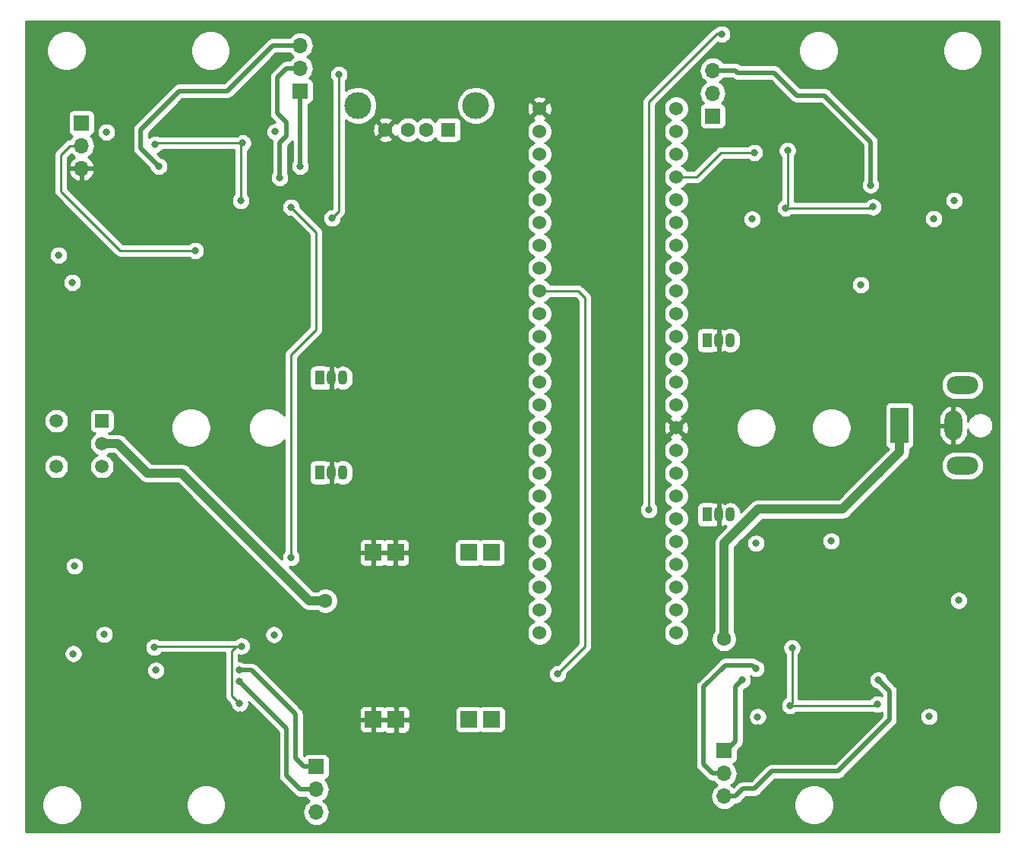
<source format=gbr>
G04 #@! TF.GenerationSoftware,KiCad,Pcbnew,(5.1.4-0)*
G04 #@! TF.CreationDate,2019-12-29T13:39:11-05:00*
G04 #@! TF.ProjectId,eye_driver,6579655f-6472-4697-9665-722e6b696361,rev?*
G04 #@! TF.SameCoordinates,Original*
G04 #@! TF.FileFunction,Copper,L4,Bot*
G04 #@! TF.FilePolarity,Positive*
%FSLAX46Y46*%
G04 Gerber Fmt 4.6, Leading zero omitted, Abs format (unit mm)*
G04 Created by KiCad (PCBNEW (5.1.4-0)) date 2019-12-29 13:39:11*
%MOMM*%
%LPD*%
G04 APERTURE LIST*
%ADD10O,1.700000X1.700000*%
%ADD11R,1.700000X1.700000*%
%ADD12R,1.500000X1.500000*%
%ADD13C,1.500000*%
%ADD14O,3.500000X2.000000*%
%ADD15O,2.000000X3.300000*%
%ADD16R,2.000000X4.000000*%
%ADD17O,1.100000X1.600000*%
%ADD18R,1.100000X1.600000*%
%ADD19C,1.600000*%
%ADD20R,1.600000X1.600000*%
%ADD21C,3.000000*%
%ADD22C,1.530000*%
%ADD23R,1.850000X1.850000*%
%ADD24C,0.800000*%
%ADD25C,0.250000*%
%ADD26C,0.500000*%
%ADD27C,1.000000*%
%ADD28C,0.254000*%
G04 APERTURE END LIST*
D10*
X99060000Y-78042000D03*
X99060000Y-75502000D03*
D11*
X99060000Y-72962000D03*
D12*
X101346000Y-106172000D03*
D13*
X101346000Y-108712000D03*
X101346000Y-111252000D03*
X96266000Y-106172000D03*
X96266000Y-111252000D03*
D14*
X197246000Y-102180000D03*
X197246000Y-111180000D03*
D15*
X196246000Y-106680000D03*
D16*
X190246000Y-106680000D03*
D10*
X170688000Y-148018000D03*
X170688000Y-145478000D03*
D11*
X170688000Y-142938000D03*
D10*
X125222000Y-149796000D03*
X125222000Y-147256000D03*
D11*
X125222000Y-144716000D03*
D10*
X169418000Y-67120000D03*
X169418000Y-69660000D03*
D11*
X169418000Y-72200000D03*
D10*
X123444000Y-64326000D03*
X123444000Y-66866000D03*
D11*
X123444000Y-69406000D03*
D17*
X128177000Y-111931000D03*
X126907000Y-111931000D03*
D18*
X125637000Y-111931000D03*
D17*
X171357000Y-116621666D03*
X170087000Y-116621666D03*
D18*
X168817000Y-116621666D03*
D17*
X171357000Y-97200333D03*
X170087000Y-97200333D03*
D18*
X168817000Y-97200333D03*
D17*
X128177000Y-101383000D03*
X126907000Y-101383000D03*
D18*
X125637000Y-101383000D03*
D19*
X132954000Y-73724000D03*
X135454000Y-73724000D03*
X137454000Y-73724000D03*
D20*
X139954000Y-73724000D03*
D21*
X143024000Y-71014000D03*
X129884000Y-71014000D03*
D22*
X165354000Y-114554000D03*
X165354000Y-117094000D03*
X165354000Y-119634000D03*
X165354000Y-122174000D03*
X165354000Y-124714000D03*
X165354000Y-127254000D03*
X165354000Y-129794000D03*
X165354000Y-112014000D03*
X165354000Y-109474000D03*
X165354000Y-106934000D03*
X150114000Y-129794000D03*
X150114000Y-127254000D03*
X150114000Y-124714000D03*
X150114000Y-122174000D03*
X150114000Y-119634000D03*
X150114000Y-117094000D03*
X150114000Y-114554000D03*
X150114000Y-112014000D03*
X165354000Y-71374000D03*
X165354000Y-73914000D03*
X165354000Y-76454000D03*
X165354000Y-78994000D03*
X165354000Y-81534000D03*
X165354000Y-84074000D03*
X165354000Y-86614000D03*
X165354000Y-89154000D03*
X165354000Y-91694000D03*
X165354000Y-94234000D03*
X165354000Y-96774000D03*
X165354000Y-99314000D03*
X165354000Y-101854000D03*
X165354000Y-104394000D03*
X150114000Y-109474000D03*
X150114000Y-106934000D03*
X150114000Y-104394000D03*
X150114000Y-101854000D03*
X150114000Y-99314000D03*
X150114000Y-96774000D03*
X150114000Y-94234000D03*
X150114000Y-91694000D03*
X150114000Y-89154000D03*
X150114000Y-86614000D03*
X150114000Y-84074000D03*
X150114000Y-81534000D03*
X150114000Y-78994000D03*
X150114000Y-76454000D03*
X150114000Y-73914000D03*
X150114000Y-71374000D03*
D23*
X131565000Y-139446000D03*
X134115000Y-139471000D03*
X142240000Y-139446000D03*
X144790000Y-139446000D03*
X131565000Y-120846000D03*
X134090000Y-120846000D03*
X142215000Y-120846000D03*
X144765000Y-120846000D03*
D24*
X193908000Y-136192000D03*
X178308000Y-130048000D03*
X174488000Y-140392000D03*
X184398000Y-135892000D03*
X183598000Y-135892000D03*
X182798000Y-135892000D03*
X181998000Y-135892000D03*
X181198000Y-135892000D03*
X184398000Y-135092000D03*
X183598000Y-135092000D03*
X182798000Y-135092000D03*
X181998000Y-135092000D03*
X181198000Y-135092000D03*
X184398000Y-134292000D03*
X183598000Y-134292000D03*
X182798000Y-134292000D03*
X181998000Y-134292000D03*
X181198000Y-134292000D03*
X184398000Y-133492000D03*
X183598000Y-133492000D03*
X182798000Y-133492000D03*
X181998000Y-133492000D03*
X181198000Y-133492000D03*
X184398000Y-132692000D03*
X183598000Y-132692000D03*
X182798000Y-132692000D03*
X181998000Y-132692000D03*
X181198000Y-132692000D03*
X103158000Y-141746000D03*
X101038000Y-132986000D03*
X116738000Y-138946000D03*
X110548000Y-133286000D03*
X111348000Y-133286000D03*
X112148000Y-133286000D03*
X112948000Y-133286000D03*
X113748000Y-133286000D03*
X110548000Y-134086000D03*
X111348000Y-134086000D03*
X112148000Y-134086000D03*
X112948000Y-134086000D03*
X113748000Y-134086000D03*
X110548000Y-134886000D03*
X111348000Y-134886000D03*
X112148000Y-134886000D03*
X112948000Y-134886000D03*
X113748000Y-134886000D03*
X110548000Y-135686000D03*
X111348000Y-135686000D03*
X112148000Y-135686000D03*
X112948000Y-135686000D03*
X113748000Y-135686000D03*
X110548000Y-136486000D03*
X111348000Y-136486000D03*
X112148000Y-136486000D03*
X112948000Y-136486000D03*
X113748000Y-136486000D03*
X193452000Y-80768000D03*
X180702000Y-77248000D03*
X177712000Y-74788000D03*
X180702000Y-79648000D03*
X182302000Y-79648000D03*
X181502000Y-79648000D03*
X183902000Y-80448000D03*
X183102000Y-78848000D03*
X183902000Y-78848000D03*
X182302000Y-78848000D03*
X182302000Y-77248000D03*
X181502000Y-78048000D03*
X183102000Y-77248000D03*
X181502000Y-77248000D03*
X181502000Y-78848000D03*
X183902000Y-77248000D03*
X183102000Y-78048000D03*
X180702000Y-78048000D03*
X180702000Y-78848000D03*
X183902000Y-78048000D03*
X182302000Y-78048000D03*
X180702000Y-80448000D03*
X181502000Y-80448000D03*
X182302000Y-80448000D03*
X183102000Y-80448000D03*
X183902000Y-79648000D03*
X183102000Y-79648000D03*
X101168000Y-76912000D03*
X110678000Y-77212000D03*
X111478000Y-77212000D03*
X112278000Y-77212000D03*
X113078000Y-77212000D03*
X113878000Y-77212000D03*
X110678000Y-78012000D03*
X111478000Y-78012000D03*
X112278000Y-78012000D03*
X113078000Y-78012000D03*
X113878000Y-78012000D03*
X110678000Y-78812000D03*
X111478000Y-78812000D03*
X112278000Y-78812000D03*
X113078000Y-78812000D03*
X113878000Y-78812000D03*
X110678000Y-79612000D03*
X111478000Y-79612000D03*
X112278000Y-79612000D03*
X113078000Y-79612000D03*
X113878000Y-79612000D03*
X110678000Y-80412000D03*
X111478000Y-80412000D03*
X112278000Y-80412000D03*
X113078000Y-80412000D03*
X113878000Y-80412000D03*
X181356000Y-124460000D03*
X174428000Y-139162000D03*
X193548000Y-139128000D03*
X120518000Y-130016000D03*
X101600000Y-129984000D03*
X173812000Y-83678000D03*
X194056000Y-83630000D03*
X120648000Y-73942000D03*
X101854000Y-73978000D03*
X96520000Y-87694000D03*
X98156000Y-132128000D03*
X196352000Y-81608000D03*
X196838000Y-126186000D03*
X178038000Y-137902000D03*
X178258000Y-131472000D03*
X187778000Y-137772000D03*
X116908000Y-131276000D03*
X116688000Y-137706000D03*
X107168000Y-131406000D03*
X187282000Y-82328000D03*
X177542000Y-82458000D03*
X177762000Y-76028000D03*
X116818000Y-81632000D03*
X107298000Y-75332000D03*
X122428000Y-121412000D03*
X122428000Y-82360000D03*
X162306000Y-116078000D03*
X170434000Y-63056000D03*
X117038000Y-75202000D03*
X121157000Y-79057000D03*
X123443000Y-77787000D03*
X107695000Y-77787000D03*
X187017000Y-79893000D03*
X174063000Y-76264000D03*
X116663000Y-135241000D03*
X116663000Y-133971000D03*
X152146000Y-134366000D03*
X107365000Y-133971000D03*
X187868000Y-135064000D03*
X172720000Y-135064000D03*
X174244000Y-133794000D03*
X182626000Y-119570000D03*
X185928000Y-90996000D03*
X98044000Y-90742000D03*
X98298000Y-122364000D03*
X174244000Y-119824000D03*
D19*
X126238000Y-126238000D03*
X170688000Y-130492000D03*
D24*
X127762000Y-67564000D03*
X127000000Y-83566000D03*
X111760000Y-87186000D03*
D25*
X178258000Y-137682000D02*
X178038000Y-137902000D01*
X178258000Y-131472000D02*
X178258000Y-137682000D01*
X187648000Y-137902000D02*
X187778000Y-137772000D01*
X178038000Y-137902000D02*
X187648000Y-137902000D01*
X116688000Y-131496000D02*
X116908000Y-131276000D01*
X107298000Y-131276000D02*
X107168000Y-131406000D01*
X177762000Y-82238000D02*
X177542000Y-82458000D01*
X177762000Y-76028000D02*
X177762000Y-82238000D01*
X187152000Y-82458000D02*
X187282000Y-82328000D01*
X177542000Y-82458000D02*
X187152000Y-82458000D01*
X116818000Y-81632000D02*
X116818000Y-75422000D01*
X107428000Y-75202000D02*
X107298000Y-75332000D01*
X117038000Y-75202000D02*
X107428000Y-75202000D01*
X116908000Y-131276000D02*
X107298000Y-131276000D01*
X117038000Y-75202000D02*
X116818000Y-75422000D01*
X116342315Y-131276000D02*
X115824000Y-131794315D01*
X116908000Y-131276000D02*
X116342315Y-131276000D01*
X115824000Y-136842000D02*
X116688000Y-137706000D01*
X115824000Y-131794315D02*
X115824000Y-136842000D01*
X125222000Y-85154000D02*
X122428000Y-82360000D01*
X125222000Y-85154000D02*
X125222000Y-89408000D01*
X125222000Y-89408000D02*
X125222000Y-89154000D01*
X169926000Y-62992000D02*
X169990000Y-63056000D01*
X162306000Y-70612000D02*
X169926000Y-62992000D01*
X169990000Y-63056000D02*
X170434000Y-63056000D01*
X162306000Y-116078000D02*
X162306000Y-70612000D01*
X125222000Y-89408000D02*
X125222000Y-96012000D01*
X122428000Y-98806000D02*
X122428000Y-121412000D01*
X125222000Y-96012000D02*
X122428000Y-98806000D01*
D26*
X120904000Y-67882000D02*
X121920000Y-66866000D01*
X121920000Y-66866000D02*
X123444000Y-66866000D01*
X121920000Y-72898000D02*
X120904000Y-71882000D01*
X121920000Y-74422000D02*
X121920000Y-72898000D01*
X121157000Y-75185000D02*
X121920000Y-74422000D01*
X120904000Y-70612000D02*
X120904000Y-67882000D01*
X121157000Y-79057000D02*
X121157000Y-75185000D01*
X120904000Y-71882000D02*
X120904000Y-70612000D01*
X120904000Y-70930000D02*
X120904000Y-70612000D01*
X123444000Y-70756000D02*
X123444000Y-69406000D01*
X123443000Y-70757000D02*
X123443000Y-77787000D01*
X123444000Y-70756000D02*
X123443000Y-70757000D01*
X120396000Y-64326000D02*
X123444000Y-64326000D01*
X107695000Y-77787000D02*
X105664000Y-75756000D01*
X109982000Y-69406000D02*
X115316000Y-69406000D01*
X115316000Y-69406000D02*
X120396000Y-64326000D01*
X105664000Y-73724000D02*
X109982000Y-69406000D01*
X105664000Y-75756000D02*
X105664000Y-73724000D01*
X187017000Y-79893000D02*
X187017000Y-75067000D01*
X187017000Y-75067000D02*
X181864000Y-69914000D01*
X181864000Y-69914000D02*
X178816000Y-69914000D01*
X176276000Y-67374000D02*
X172974000Y-67374000D01*
X178816000Y-69914000D02*
X176276000Y-67374000D01*
X172974000Y-67374000D02*
X172212000Y-67374000D01*
X171958000Y-67120000D02*
X169418000Y-67120000D01*
X172212000Y-67374000D02*
X171958000Y-67120000D01*
D25*
X174063000Y-76264000D02*
X173482000Y-76264000D01*
X174063000Y-76264000D02*
X170370000Y-76264000D01*
X170370000Y-76264000D02*
X167640000Y-78994000D01*
X167640000Y-78994000D02*
X165354000Y-78994000D01*
D26*
X121920000Y-140498000D02*
X121920000Y-145732000D01*
X116663000Y-135241000D02*
X121920000Y-140498000D01*
X123444000Y-147256000D02*
X125222000Y-147256000D01*
X121920000Y-145732000D02*
X123444000Y-147256000D01*
X123872000Y-144716000D02*
X122936000Y-143780000D01*
X125222000Y-144716000D02*
X123872000Y-144716000D01*
X122936000Y-143780000D02*
X122936000Y-138874000D01*
X118033000Y-133971000D02*
X116663000Y-133971000D01*
X122936000Y-138874000D02*
X118033000Y-133971000D01*
D25*
X152146000Y-91694000D02*
X154432000Y-91694000D01*
X154432000Y-91694000D02*
X155194000Y-92456000D01*
X155194000Y-92456000D02*
X155194000Y-131318000D01*
X155194000Y-131318000D02*
X152146000Y-134366000D01*
X152146000Y-91694000D02*
X150114000Y-91694000D01*
D26*
X172807999Y-147168001D02*
X171958000Y-148018000D01*
X174077999Y-147168001D02*
X172807999Y-147168001D01*
X176022000Y-145224000D02*
X174077999Y-147168001D01*
X183388000Y-145224000D02*
X176022000Y-145224000D01*
X189138000Y-136334000D02*
X189138000Y-139474000D01*
X189138000Y-139474000D02*
X183388000Y-145224000D01*
X171958000Y-148018000D02*
X170688000Y-148018000D01*
X187868000Y-135064000D02*
X189138000Y-136334000D01*
X172720000Y-135064000D02*
X171958000Y-135826000D01*
X170942000Y-142938000D02*
X171958000Y-141922000D01*
X170688000Y-142938000D02*
X170942000Y-142938000D01*
X171958000Y-135826000D02*
X171958000Y-141922000D01*
X169418000Y-145478000D02*
X170688000Y-145478000D01*
X168402000Y-135826000D02*
X168402000Y-144462000D01*
X170833999Y-133394001D02*
X168402000Y-135826000D01*
X173844001Y-133394001D02*
X170833999Y-133394001D01*
X168402000Y-144462000D02*
X169418000Y-145478000D01*
X174244000Y-133794000D02*
X173844001Y-133394001D01*
D27*
X190246000Y-106680000D02*
X190246000Y-109680000D01*
X174498000Y-116014000D02*
X170688000Y-119824000D01*
X170688000Y-119824000D02*
X170688000Y-130492000D01*
X170688000Y-130492000D02*
X170688000Y-130492000D01*
X124460000Y-126238000D02*
X126238000Y-126238000D01*
X110236000Y-112014000D02*
X124460000Y-126238000D01*
X103124000Y-108712000D02*
X106426000Y-112014000D01*
X106426000Y-112014000D02*
X110236000Y-112014000D01*
X101346000Y-108712000D02*
X103124000Y-108712000D01*
X183912000Y-116014000D02*
X188317000Y-111609000D01*
X174498000Y-116014000D02*
X183912000Y-116014000D01*
X188317000Y-111609000D02*
X187912000Y-112014000D01*
X190246000Y-109680000D02*
X188317000Y-111609000D01*
D25*
X96774000Y-80582000D02*
X96774000Y-76518000D01*
X103378000Y-87186000D02*
X96774000Y-80582000D01*
X97790000Y-75502000D02*
X99060000Y-75502000D01*
X96774000Y-76518000D02*
X97790000Y-75502000D01*
X111760000Y-87186000D02*
X103378000Y-87186000D01*
X127762000Y-82804000D02*
X127000000Y-83566000D01*
X127762000Y-67564000D02*
X127762000Y-82804000D01*
D28*
G36*
X201295040Y-151955038D02*
G01*
X92836961Y-151955038D01*
X92836961Y-148749872D01*
X94633000Y-148749872D01*
X94633000Y-149190128D01*
X94718890Y-149621925D01*
X94887369Y-150028669D01*
X95131962Y-150394729D01*
X95443271Y-150706038D01*
X95809331Y-150950631D01*
X96216075Y-151119110D01*
X96647872Y-151205000D01*
X97088128Y-151205000D01*
X97519925Y-151119110D01*
X97926669Y-150950631D01*
X98292729Y-150706038D01*
X98604038Y-150394729D01*
X98848631Y-150028669D01*
X99017110Y-149621925D01*
X99103000Y-149190128D01*
X99103000Y-148749872D01*
X110703000Y-148749872D01*
X110703000Y-149190128D01*
X110788890Y-149621925D01*
X110957369Y-150028669D01*
X111201962Y-150394729D01*
X111513271Y-150706038D01*
X111879331Y-150950631D01*
X112286075Y-151119110D01*
X112717872Y-151205000D01*
X113158128Y-151205000D01*
X113589925Y-151119110D01*
X113996669Y-150950631D01*
X114362729Y-150706038D01*
X114674038Y-150394729D01*
X114918631Y-150028669D01*
X115087110Y-149621925D01*
X115173000Y-149190128D01*
X115173000Y-148749872D01*
X115087110Y-148318075D01*
X114918631Y-147911331D01*
X114674038Y-147545271D01*
X114362729Y-147233962D01*
X113996669Y-146989369D01*
X113589925Y-146820890D01*
X113158128Y-146735000D01*
X112717872Y-146735000D01*
X112286075Y-146820890D01*
X111879331Y-146989369D01*
X111513271Y-147233962D01*
X111201962Y-147545271D01*
X110957369Y-147911331D01*
X110788890Y-148318075D01*
X110703000Y-148749872D01*
X99103000Y-148749872D01*
X99017110Y-148318075D01*
X98848631Y-147911331D01*
X98604038Y-147545271D01*
X98292729Y-147233962D01*
X97926669Y-146989369D01*
X97519925Y-146820890D01*
X97088128Y-146735000D01*
X96647872Y-146735000D01*
X96216075Y-146820890D01*
X95809331Y-146989369D01*
X95443271Y-147233962D01*
X95131962Y-147545271D01*
X94887369Y-147911331D01*
X94718890Y-148318075D01*
X94633000Y-148749872D01*
X92836961Y-148749872D01*
X92836961Y-133869061D01*
X106330000Y-133869061D01*
X106330000Y-134072939D01*
X106369774Y-134272898D01*
X106447795Y-134461256D01*
X106561063Y-134630774D01*
X106705226Y-134774937D01*
X106874744Y-134888205D01*
X107063102Y-134966226D01*
X107263061Y-135006000D01*
X107466939Y-135006000D01*
X107666898Y-134966226D01*
X107855256Y-134888205D01*
X108024774Y-134774937D01*
X108168937Y-134630774D01*
X108282205Y-134461256D01*
X108360226Y-134272898D01*
X108400000Y-134072939D01*
X108400000Y-133869061D01*
X108360226Y-133669102D01*
X108282205Y-133480744D01*
X108168937Y-133311226D01*
X108024774Y-133167063D01*
X107855256Y-133053795D01*
X107666898Y-132975774D01*
X107466939Y-132936000D01*
X107263061Y-132936000D01*
X107063102Y-132975774D01*
X106874744Y-133053795D01*
X106705226Y-133167063D01*
X106561063Y-133311226D01*
X106447795Y-133480744D01*
X106369774Y-133669102D01*
X106330000Y-133869061D01*
X92836961Y-133869061D01*
X92836961Y-132026061D01*
X97121000Y-132026061D01*
X97121000Y-132229939D01*
X97160774Y-132429898D01*
X97238795Y-132618256D01*
X97352063Y-132787774D01*
X97496226Y-132931937D01*
X97665744Y-133045205D01*
X97854102Y-133123226D01*
X98054061Y-133163000D01*
X98257939Y-133163000D01*
X98457898Y-133123226D01*
X98646256Y-133045205D01*
X98815774Y-132931937D01*
X98959937Y-132787774D01*
X99073205Y-132618256D01*
X99151226Y-132429898D01*
X99191000Y-132229939D01*
X99191000Y-132026061D01*
X99151226Y-131826102D01*
X99073205Y-131637744D01*
X98959937Y-131468226D01*
X98815774Y-131324063D01*
X98785839Y-131304061D01*
X106133000Y-131304061D01*
X106133000Y-131507939D01*
X106172774Y-131707898D01*
X106250795Y-131896256D01*
X106364063Y-132065774D01*
X106508226Y-132209937D01*
X106677744Y-132323205D01*
X106866102Y-132401226D01*
X107066061Y-132441000D01*
X107269939Y-132441000D01*
X107469898Y-132401226D01*
X107658256Y-132323205D01*
X107827774Y-132209937D01*
X107971937Y-132065774D01*
X107991831Y-132036000D01*
X115064000Y-132036000D01*
X115064001Y-136804668D01*
X115060324Y-136842000D01*
X115064001Y-136879333D01*
X115074998Y-136990986D01*
X115084708Y-137022997D01*
X115118454Y-137134246D01*
X115189026Y-137266276D01*
X115260201Y-137353002D01*
X115284000Y-137382001D01*
X115312998Y-137405799D01*
X115653000Y-137745801D01*
X115653000Y-137807939D01*
X115692774Y-138007898D01*
X115770795Y-138196256D01*
X115884063Y-138365774D01*
X116028226Y-138509937D01*
X116197744Y-138623205D01*
X116386102Y-138701226D01*
X116586061Y-138741000D01*
X116789939Y-138741000D01*
X116989898Y-138701226D01*
X117178256Y-138623205D01*
X117347774Y-138509937D01*
X117491937Y-138365774D01*
X117605205Y-138196256D01*
X117683226Y-138007898D01*
X117723000Y-137807939D01*
X117723000Y-137604061D01*
X117710217Y-137539795D01*
X121035000Y-140864579D01*
X121035001Y-145688521D01*
X121030719Y-145732000D01*
X121047805Y-145905490D01*
X121098412Y-146072313D01*
X121180590Y-146226059D01*
X121263468Y-146327046D01*
X121263471Y-146327049D01*
X121291184Y-146360817D01*
X121324951Y-146388529D01*
X122787470Y-147851049D01*
X122815183Y-147884817D01*
X122848951Y-147912530D01*
X122848953Y-147912532D01*
X122920452Y-147971210D01*
X122949941Y-147995411D01*
X123103687Y-148077589D01*
X123270510Y-148128195D01*
X123400523Y-148141000D01*
X123400533Y-148141000D01*
X123443999Y-148145281D01*
X123487465Y-148141000D01*
X124027241Y-148141000D01*
X124166866Y-148311134D01*
X124392986Y-148496706D01*
X124447791Y-148526000D01*
X124392986Y-148555294D01*
X124166866Y-148740866D01*
X123981294Y-148966986D01*
X123843401Y-149224966D01*
X123758487Y-149504889D01*
X123729815Y-149796000D01*
X123758487Y-150087111D01*
X123843401Y-150367034D01*
X123981294Y-150625014D01*
X124166866Y-150851134D01*
X124392986Y-151036706D01*
X124650966Y-151174599D01*
X124930889Y-151259513D01*
X125149050Y-151281000D01*
X125294950Y-151281000D01*
X125513111Y-151259513D01*
X125793034Y-151174599D01*
X126051014Y-151036706D01*
X126277134Y-150851134D01*
X126462706Y-150625014D01*
X126600599Y-150367034D01*
X126685513Y-150087111D01*
X126714185Y-149796000D01*
X126685513Y-149504889D01*
X126600599Y-149224966D01*
X126462706Y-148966986D01*
X126277134Y-148740866D01*
X126051014Y-148555294D01*
X125996209Y-148526000D01*
X126051014Y-148496706D01*
X126277134Y-148311134D01*
X126462706Y-148085014D01*
X126600599Y-147827034D01*
X126685513Y-147547111D01*
X126714185Y-147256000D01*
X126685513Y-146964889D01*
X126600599Y-146684966D01*
X126462706Y-146426986D01*
X126277134Y-146200866D01*
X126247313Y-146176393D01*
X126316180Y-146155502D01*
X126426494Y-146096537D01*
X126523185Y-146017185D01*
X126602537Y-145920494D01*
X126661502Y-145810180D01*
X126697812Y-145690482D01*
X126710072Y-145566000D01*
X126710072Y-143866000D01*
X126697812Y-143741518D01*
X126661502Y-143621820D01*
X126602537Y-143511506D01*
X126523185Y-143414815D01*
X126426494Y-143335463D01*
X126316180Y-143276498D01*
X126196482Y-143240188D01*
X126072000Y-143227928D01*
X124372000Y-143227928D01*
X124247518Y-143240188D01*
X124127820Y-143276498D01*
X124017506Y-143335463D01*
X123920815Y-143414815D01*
X123876451Y-143468873D01*
X123821000Y-143413422D01*
X123821000Y-140371000D01*
X130001928Y-140371000D01*
X130014188Y-140495482D01*
X130050498Y-140615180D01*
X130109463Y-140725494D01*
X130188815Y-140822185D01*
X130285506Y-140901537D01*
X130395820Y-140960502D01*
X130515518Y-140996812D01*
X130640000Y-141009072D01*
X131279250Y-141006000D01*
X131438000Y-140847250D01*
X131438000Y-139573000D01*
X131692000Y-139573000D01*
X131692000Y-140847250D01*
X131850750Y-141006000D01*
X132490000Y-141009072D01*
X132614482Y-140996812D01*
X132734180Y-140960502D01*
X132820604Y-140914307D01*
X132835506Y-140926537D01*
X132945820Y-140985502D01*
X133065518Y-141021812D01*
X133190000Y-141034072D01*
X133829250Y-141031000D01*
X133988000Y-140872250D01*
X133988000Y-139598000D01*
X134242000Y-139598000D01*
X134242000Y-140872250D01*
X134400750Y-141031000D01*
X135040000Y-141034072D01*
X135164482Y-141021812D01*
X135284180Y-140985502D01*
X135394494Y-140926537D01*
X135491185Y-140847185D01*
X135570537Y-140750494D01*
X135629502Y-140640180D01*
X135665812Y-140520482D01*
X135678072Y-140396000D01*
X135675000Y-139756750D01*
X135516250Y-139598000D01*
X134242000Y-139598000D01*
X133988000Y-139598000D01*
X132991250Y-139598000D01*
X132966250Y-139573000D01*
X131692000Y-139573000D01*
X131438000Y-139573000D01*
X130163750Y-139573000D01*
X130005000Y-139731750D01*
X130001928Y-140371000D01*
X123821000Y-140371000D01*
X123821000Y-138917465D01*
X123825281Y-138873999D01*
X123821000Y-138830533D01*
X123821000Y-138830523D01*
X123808195Y-138700510D01*
X123757589Y-138533687D01*
X123750808Y-138521000D01*
X130001928Y-138521000D01*
X130005000Y-139160250D01*
X130163750Y-139319000D01*
X131438000Y-139319000D01*
X131438000Y-138044750D01*
X131692000Y-138044750D01*
X131692000Y-139319000D01*
X132688750Y-139319000D01*
X132713750Y-139344000D01*
X133988000Y-139344000D01*
X133988000Y-138069750D01*
X134242000Y-138069750D01*
X134242000Y-139344000D01*
X135516250Y-139344000D01*
X135675000Y-139185250D01*
X135678072Y-138546000D01*
X135675610Y-138521000D01*
X140676928Y-138521000D01*
X140676928Y-140371000D01*
X140689188Y-140495482D01*
X140725498Y-140615180D01*
X140784463Y-140725494D01*
X140863815Y-140822185D01*
X140960506Y-140901537D01*
X141070820Y-140960502D01*
X141190518Y-140996812D01*
X141315000Y-141009072D01*
X143165000Y-141009072D01*
X143289482Y-140996812D01*
X143409180Y-140960502D01*
X143515000Y-140903939D01*
X143620820Y-140960502D01*
X143740518Y-140996812D01*
X143865000Y-141009072D01*
X145715000Y-141009072D01*
X145839482Y-140996812D01*
X145959180Y-140960502D01*
X146069494Y-140901537D01*
X146166185Y-140822185D01*
X146245537Y-140725494D01*
X146304502Y-140615180D01*
X146340812Y-140495482D01*
X146353072Y-140371000D01*
X146353072Y-138521000D01*
X146340812Y-138396518D01*
X146304502Y-138276820D01*
X146245537Y-138166506D01*
X146166185Y-138069815D01*
X146069494Y-137990463D01*
X145959180Y-137931498D01*
X145839482Y-137895188D01*
X145715000Y-137882928D01*
X143865000Y-137882928D01*
X143740518Y-137895188D01*
X143620820Y-137931498D01*
X143515000Y-137988061D01*
X143409180Y-137931498D01*
X143289482Y-137895188D01*
X143165000Y-137882928D01*
X141315000Y-137882928D01*
X141190518Y-137895188D01*
X141070820Y-137931498D01*
X140960506Y-137990463D01*
X140863815Y-138069815D01*
X140784463Y-138166506D01*
X140725498Y-138276820D01*
X140689188Y-138396518D01*
X140676928Y-138521000D01*
X135675610Y-138521000D01*
X135665812Y-138421518D01*
X135629502Y-138301820D01*
X135570537Y-138191506D01*
X135491185Y-138094815D01*
X135394494Y-138015463D01*
X135284180Y-137956498D01*
X135164482Y-137920188D01*
X135040000Y-137907928D01*
X134400750Y-137911000D01*
X134242000Y-138069750D01*
X133988000Y-138069750D01*
X133829250Y-137911000D01*
X133190000Y-137907928D01*
X133065518Y-137920188D01*
X132945820Y-137956498D01*
X132859396Y-138002693D01*
X132844494Y-137990463D01*
X132734180Y-137931498D01*
X132614482Y-137895188D01*
X132490000Y-137882928D01*
X131850750Y-137886000D01*
X131692000Y-138044750D01*
X131438000Y-138044750D01*
X131279250Y-137886000D01*
X130640000Y-137882928D01*
X130515518Y-137895188D01*
X130395820Y-137931498D01*
X130285506Y-137990463D01*
X130188815Y-138069815D01*
X130109463Y-138166506D01*
X130050498Y-138276820D01*
X130014188Y-138396518D01*
X130001928Y-138521000D01*
X123750808Y-138521000D01*
X123675411Y-138379941D01*
X123564817Y-138245183D01*
X123531049Y-138217470D01*
X121139579Y-135826000D01*
X167512719Y-135826000D01*
X167517000Y-135869469D01*
X167517001Y-144418521D01*
X167512719Y-144462000D01*
X167529805Y-144635490D01*
X167580412Y-144802313D01*
X167662590Y-144956059D01*
X167745468Y-145057046D01*
X167745471Y-145057049D01*
X167773184Y-145090817D01*
X167806951Y-145118529D01*
X168761470Y-146073049D01*
X168789183Y-146106817D01*
X168822951Y-146134530D01*
X168822953Y-146134532D01*
X168848505Y-146155502D01*
X168923941Y-146217411D01*
X169077687Y-146299589D01*
X169193903Y-146334843D01*
X169244509Y-146350195D01*
X169259306Y-146351652D01*
X169374523Y-146363000D01*
X169374531Y-146363000D01*
X169418000Y-146367281D01*
X169461469Y-146363000D01*
X169493241Y-146363000D01*
X169632866Y-146533134D01*
X169858986Y-146718706D01*
X169913791Y-146748000D01*
X169858986Y-146777294D01*
X169632866Y-146962866D01*
X169447294Y-147188986D01*
X169309401Y-147446966D01*
X169224487Y-147726889D01*
X169195815Y-148018000D01*
X169224487Y-148309111D01*
X169309401Y-148589034D01*
X169447294Y-148847014D01*
X169632866Y-149073134D01*
X169858986Y-149258706D01*
X170116966Y-149396599D01*
X170396889Y-149481513D01*
X170615050Y-149503000D01*
X170760950Y-149503000D01*
X170979111Y-149481513D01*
X171259034Y-149396599D01*
X171517014Y-149258706D01*
X171743134Y-149073134D01*
X171882759Y-148903000D01*
X171914531Y-148903000D01*
X171958000Y-148907281D01*
X172001469Y-148903000D01*
X172001477Y-148903000D01*
X172131490Y-148890195D01*
X172298313Y-148839589D01*
X172452059Y-148757411D01*
X172461245Y-148749872D01*
X178453000Y-148749872D01*
X178453000Y-149190128D01*
X178538890Y-149621925D01*
X178707369Y-150028669D01*
X178951962Y-150394729D01*
X179263271Y-150706038D01*
X179629331Y-150950631D01*
X180036075Y-151119110D01*
X180467872Y-151205000D01*
X180908128Y-151205000D01*
X181339925Y-151119110D01*
X181746669Y-150950631D01*
X182112729Y-150706038D01*
X182424038Y-150394729D01*
X182668631Y-150028669D01*
X182837110Y-149621925D01*
X182923000Y-149190128D01*
X182923000Y-148749872D01*
X194523000Y-148749872D01*
X194523000Y-149190128D01*
X194608890Y-149621925D01*
X194777369Y-150028669D01*
X195021962Y-150394729D01*
X195333271Y-150706038D01*
X195699331Y-150950631D01*
X196106075Y-151119110D01*
X196537872Y-151205000D01*
X196978128Y-151205000D01*
X197409925Y-151119110D01*
X197816669Y-150950631D01*
X198182729Y-150706038D01*
X198494038Y-150394729D01*
X198738631Y-150028669D01*
X198907110Y-149621925D01*
X198993000Y-149190128D01*
X198993000Y-148749872D01*
X198907110Y-148318075D01*
X198738631Y-147911331D01*
X198494038Y-147545271D01*
X198182729Y-147233962D01*
X197816669Y-146989369D01*
X197409925Y-146820890D01*
X196978128Y-146735000D01*
X196537872Y-146735000D01*
X196106075Y-146820890D01*
X195699331Y-146989369D01*
X195333271Y-147233962D01*
X195021962Y-147545271D01*
X194777369Y-147911331D01*
X194608890Y-148318075D01*
X194523000Y-148749872D01*
X182923000Y-148749872D01*
X182837110Y-148318075D01*
X182668631Y-147911331D01*
X182424038Y-147545271D01*
X182112729Y-147233962D01*
X181746669Y-146989369D01*
X181339925Y-146820890D01*
X180908128Y-146735000D01*
X180467872Y-146735000D01*
X180036075Y-146820890D01*
X179629331Y-146989369D01*
X179263271Y-147233962D01*
X178951962Y-147545271D01*
X178707369Y-147911331D01*
X178538890Y-148318075D01*
X178453000Y-148749872D01*
X172461245Y-148749872D01*
X172586817Y-148646817D01*
X172614534Y-148613044D01*
X173174578Y-148053001D01*
X174034530Y-148053001D01*
X174077999Y-148057282D01*
X174121468Y-148053001D01*
X174121476Y-148053001D01*
X174251489Y-148040196D01*
X174418312Y-147989590D01*
X174572058Y-147907412D01*
X174706816Y-147796818D01*
X174734533Y-147763045D01*
X176388579Y-146109000D01*
X183344531Y-146109000D01*
X183388000Y-146113281D01*
X183431469Y-146109000D01*
X183431477Y-146109000D01*
X183561490Y-146096195D01*
X183728313Y-146045589D01*
X183882059Y-145963411D01*
X184016817Y-145852817D01*
X184044534Y-145819044D01*
X189733049Y-140130530D01*
X189766817Y-140102817D01*
X189814099Y-140045205D01*
X189877410Y-139968060D01*
X189912210Y-139902953D01*
X189959589Y-139814313D01*
X190001422Y-139676411D01*
X190010195Y-139647491D01*
X190013074Y-139618256D01*
X190023000Y-139517477D01*
X190023000Y-139517469D01*
X190027281Y-139474000D01*
X190023000Y-139430531D01*
X190023000Y-139026061D01*
X192513000Y-139026061D01*
X192513000Y-139229939D01*
X192552774Y-139429898D01*
X192630795Y-139618256D01*
X192744063Y-139787774D01*
X192888226Y-139931937D01*
X193057744Y-140045205D01*
X193246102Y-140123226D01*
X193446061Y-140163000D01*
X193649939Y-140163000D01*
X193849898Y-140123226D01*
X194038256Y-140045205D01*
X194207774Y-139931937D01*
X194351937Y-139787774D01*
X194465205Y-139618256D01*
X194543226Y-139429898D01*
X194583000Y-139229939D01*
X194583000Y-139026061D01*
X194543226Y-138826102D01*
X194465205Y-138637744D01*
X194351937Y-138468226D01*
X194207774Y-138324063D01*
X194038256Y-138210795D01*
X193849898Y-138132774D01*
X193649939Y-138093000D01*
X193446061Y-138093000D01*
X193246102Y-138132774D01*
X193057744Y-138210795D01*
X192888226Y-138324063D01*
X192744063Y-138468226D01*
X192630795Y-138637744D01*
X192552774Y-138826102D01*
X192513000Y-139026061D01*
X190023000Y-139026061D01*
X190023000Y-136377465D01*
X190027281Y-136333999D01*
X190023000Y-136290533D01*
X190023000Y-136290523D01*
X190010195Y-136160510D01*
X189959589Y-135993687D01*
X189877411Y-135839941D01*
X189766817Y-135705183D01*
X189733050Y-135677471D01*
X188874535Y-134818957D01*
X188863226Y-134762102D01*
X188785205Y-134573744D01*
X188671937Y-134404226D01*
X188527774Y-134260063D01*
X188358256Y-134146795D01*
X188169898Y-134068774D01*
X187969939Y-134029000D01*
X187766061Y-134029000D01*
X187566102Y-134068774D01*
X187377744Y-134146795D01*
X187208226Y-134260063D01*
X187064063Y-134404226D01*
X186950795Y-134573744D01*
X186872774Y-134762102D01*
X186833000Y-134962061D01*
X186833000Y-135165939D01*
X186872774Y-135365898D01*
X186950795Y-135554256D01*
X187064063Y-135723774D01*
X187208226Y-135867937D01*
X187377744Y-135981205D01*
X187566102Y-136059226D01*
X187622957Y-136070535D01*
X188253000Y-136700579D01*
X188253000Y-136848476D01*
X188079898Y-136776774D01*
X187879939Y-136737000D01*
X187676061Y-136737000D01*
X187476102Y-136776774D01*
X187287744Y-136854795D01*
X187118226Y-136968063D01*
X186974063Y-137112226D01*
X186954169Y-137142000D01*
X179018000Y-137142000D01*
X179018000Y-132175711D01*
X179061937Y-132131774D01*
X179175205Y-131962256D01*
X179253226Y-131773898D01*
X179293000Y-131573939D01*
X179293000Y-131370061D01*
X179253226Y-131170102D01*
X179175205Y-130981744D01*
X179061937Y-130812226D01*
X178917774Y-130668063D01*
X178748256Y-130554795D01*
X178559898Y-130476774D01*
X178359939Y-130437000D01*
X178156061Y-130437000D01*
X177956102Y-130476774D01*
X177767744Y-130554795D01*
X177598226Y-130668063D01*
X177454063Y-130812226D01*
X177340795Y-130981744D01*
X177262774Y-131170102D01*
X177223000Y-131370061D01*
X177223000Y-131573939D01*
X177262774Y-131773898D01*
X177340795Y-131962256D01*
X177454063Y-132131774D01*
X177498000Y-132175711D01*
X177498001Y-137018032D01*
X177378226Y-137098063D01*
X177234063Y-137242226D01*
X177120795Y-137411744D01*
X177042774Y-137600102D01*
X177003000Y-137800061D01*
X177003000Y-138003939D01*
X177042774Y-138203898D01*
X177120795Y-138392256D01*
X177234063Y-138561774D01*
X177378226Y-138705937D01*
X177547744Y-138819205D01*
X177736102Y-138897226D01*
X177936061Y-138937000D01*
X178139939Y-138937000D01*
X178339898Y-138897226D01*
X178528256Y-138819205D01*
X178697774Y-138705937D01*
X178741711Y-138662000D01*
X187247029Y-138662000D01*
X187287744Y-138689205D01*
X187476102Y-138767226D01*
X187676061Y-138807000D01*
X187879939Y-138807000D01*
X188079898Y-138767226D01*
X188253001Y-138695524D01*
X188253001Y-139107420D01*
X183021422Y-144339000D01*
X176065469Y-144339000D01*
X176022000Y-144334719D01*
X175978531Y-144339000D01*
X175978523Y-144339000D01*
X175848510Y-144351805D01*
X175681686Y-144402411D01*
X175527941Y-144484589D01*
X175426953Y-144567468D01*
X175426951Y-144567470D01*
X175393183Y-144595183D01*
X175365470Y-144628951D01*
X173711421Y-146283001D01*
X172851464Y-146283001D01*
X172807998Y-146278720D01*
X172764532Y-146283001D01*
X172764522Y-146283001D01*
X172634509Y-146295806D01*
X172467686Y-146346412D01*
X172313940Y-146428590D01*
X172313938Y-146428591D01*
X172313939Y-146428591D01*
X172212952Y-146511469D01*
X172212950Y-146511471D01*
X172179182Y-146539184D01*
X172151469Y-146572952D01*
X171751438Y-146972984D01*
X171743134Y-146962866D01*
X171517014Y-146777294D01*
X171462209Y-146748000D01*
X171517014Y-146718706D01*
X171743134Y-146533134D01*
X171928706Y-146307014D01*
X172066599Y-146049034D01*
X172151513Y-145769111D01*
X172180185Y-145478000D01*
X172151513Y-145186889D01*
X172066599Y-144906966D01*
X171928706Y-144648986D01*
X171743134Y-144422866D01*
X171713313Y-144398393D01*
X171782180Y-144377502D01*
X171892494Y-144318537D01*
X171989185Y-144239185D01*
X172068537Y-144142494D01*
X172127502Y-144032180D01*
X172163812Y-143912482D01*
X172176072Y-143788000D01*
X172176072Y-142955507D01*
X172553049Y-142578530D01*
X172586817Y-142550817D01*
X172697411Y-142416059D01*
X172779589Y-142262313D01*
X172830195Y-142095490D01*
X172843000Y-141965477D01*
X172843000Y-141965469D01*
X172847281Y-141922000D01*
X172843000Y-141878531D01*
X172843000Y-139060061D01*
X173393000Y-139060061D01*
X173393000Y-139263939D01*
X173432774Y-139463898D01*
X173510795Y-139652256D01*
X173624063Y-139821774D01*
X173768226Y-139965937D01*
X173937744Y-140079205D01*
X174126102Y-140157226D01*
X174326061Y-140197000D01*
X174529939Y-140197000D01*
X174729898Y-140157226D01*
X174918256Y-140079205D01*
X175087774Y-139965937D01*
X175231937Y-139821774D01*
X175345205Y-139652256D01*
X175423226Y-139463898D01*
X175463000Y-139263939D01*
X175463000Y-139060061D01*
X175423226Y-138860102D01*
X175345205Y-138671744D01*
X175231937Y-138502226D01*
X175087774Y-138358063D01*
X174918256Y-138244795D01*
X174729898Y-138166774D01*
X174529939Y-138127000D01*
X174326061Y-138127000D01*
X174126102Y-138166774D01*
X173937744Y-138244795D01*
X173768226Y-138358063D01*
X173624063Y-138502226D01*
X173510795Y-138671744D01*
X173432774Y-138860102D01*
X173393000Y-139060061D01*
X172843000Y-139060061D01*
X172843000Y-136192578D01*
X172965044Y-136070535D01*
X173021898Y-136059226D01*
X173210256Y-135981205D01*
X173379774Y-135867937D01*
X173523937Y-135723774D01*
X173637205Y-135554256D01*
X173715226Y-135365898D01*
X173755000Y-135165939D01*
X173755000Y-134962061D01*
X173715226Y-134762102D01*
X173671335Y-134656141D01*
X173753744Y-134711205D01*
X173942102Y-134789226D01*
X174142061Y-134829000D01*
X174345939Y-134829000D01*
X174545898Y-134789226D01*
X174734256Y-134711205D01*
X174903774Y-134597937D01*
X175047937Y-134453774D01*
X175161205Y-134284256D01*
X175239226Y-134095898D01*
X175279000Y-133895939D01*
X175279000Y-133692061D01*
X175239226Y-133492102D01*
X175161205Y-133303744D01*
X175047937Y-133134226D01*
X174903774Y-132990063D01*
X174734256Y-132876795D01*
X174545898Y-132798774D01*
X174491506Y-132787955D01*
X174472818Y-132765184D01*
X174338060Y-132654590D01*
X174184314Y-132572412D01*
X174017491Y-132521806D01*
X173887478Y-132509001D01*
X173887470Y-132509001D01*
X173844001Y-132504720D01*
X173800532Y-132509001D01*
X170877468Y-132509001D01*
X170833999Y-132504720D01*
X170790530Y-132509001D01*
X170790522Y-132509001D01*
X170675305Y-132520349D01*
X170660508Y-132521806D01*
X170609902Y-132537158D01*
X170493686Y-132572412D01*
X170339940Y-132654590D01*
X170339938Y-132654591D01*
X170339939Y-132654591D01*
X170238952Y-132737469D01*
X170238950Y-132737471D01*
X170205182Y-132765184D01*
X170177469Y-132798952D01*
X167806956Y-135169466D01*
X167773183Y-135197183D01*
X167662589Y-135331942D01*
X167580411Y-135485688D01*
X167529805Y-135652511D01*
X167517000Y-135782524D01*
X167517000Y-135782531D01*
X167512719Y-135826000D01*
X121139579Y-135826000D01*
X118689534Y-133375956D01*
X118661817Y-133342183D01*
X118527059Y-133231589D01*
X118373313Y-133149411D01*
X118206490Y-133098805D01*
X118076477Y-133086000D01*
X118076469Y-133086000D01*
X118033000Y-133081719D01*
X117989531Y-133086000D01*
X117201454Y-133086000D01*
X117153256Y-133053795D01*
X116964898Y-132975774D01*
X116764939Y-132936000D01*
X116584000Y-132936000D01*
X116584000Y-132262071D01*
X116606102Y-132271226D01*
X116806061Y-132311000D01*
X117009939Y-132311000D01*
X117209898Y-132271226D01*
X117398256Y-132193205D01*
X117567774Y-132079937D01*
X117711937Y-131935774D01*
X117825205Y-131766256D01*
X117903226Y-131577898D01*
X117943000Y-131377939D01*
X117943000Y-131174061D01*
X117903226Y-130974102D01*
X117825205Y-130785744D01*
X117711937Y-130616226D01*
X117567774Y-130472063D01*
X117398256Y-130358795D01*
X117209898Y-130280774D01*
X117009939Y-130241000D01*
X116806061Y-130241000D01*
X116606102Y-130280774D01*
X116417744Y-130358795D01*
X116248226Y-130472063D01*
X116204289Y-130516000D01*
X107698971Y-130516000D01*
X107658256Y-130488795D01*
X107469898Y-130410774D01*
X107269939Y-130371000D01*
X107066061Y-130371000D01*
X106866102Y-130410774D01*
X106677744Y-130488795D01*
X106508226Y-130602063D01*
X106364063Y-130746226D01*
X106250795Y-130915744D01*
X106172774Y-131104102D01*
X106133000Y-131304061D01*
X98785839Y-131304061D01*
X98646256Y-131210795D01*
X98457898Y-131132774D01*
X98257939Y-131093000D01*
X98054061Y-131093000D01*
X97854102Y-131132774D01*
X97665744Y-131210795D01*
X97496226Y-131324063D01*
X97352063Y-131468226D01*
X97238795Y-131637744D01*
X97160774Y-131826102D01*
X97121000Y-132026061D01*
X92836961Y-132026061D01*
X92836961Y-129882061D01*
X100565000Y-129882061D01*
X100565000Y-130085939D01*
X100604774Y-130285898D01*
X100682795Y-130474256D01*
X100796063Y-130643774D01*
X100940226Y-130787937D01*
X101109744Y-130901205D01*
X101298102Y-130979226D01*
X101498061Y-131019000D01*
X101701939Y-131019000D01*
X101901898Y-130979226D01*
X102090256Y-130901205D01*
X102259774Y-130787937D01*
X102403937Y-130643774D01*
X102517205Y-130474256D01*
X102595226Y-130285898D01*
X102635000Y-130085939D01*
X102635000Y-129914061D01*
X119483000Y-129914061D01*
X119483000Y-130117939D01*
X119522774Y-130317898D01*
X119600795Y-130506256D01*
X119714063Y-130675774D01*
X119858226Y-130819937D01*
X120027744Y-130933205D01*
X120216102Y-131011226D01*
X120416061Y-131051000D01*
X120619939Y-131051000D01*
X120819898Y-131011226D01*
X121008256Y-130933205D01*
X121177774Y-130819937D01*
X121321937Y-130675774D01*
X121435205Y-130506256D01*
X121513226Y-130317898D01*
X121553000Y-130117939D01*
X121553000Y-129914061D01*
X121513226Y-129714102D01*
X121435205Y-129525744D01*
X121321937Y-129356226D01*
X121177774Y-129212063D01*
X121008256Y-129098795D01*
X120819898Y-129020774D01*
X120619939Y-128981000D01*
X120416061Y-128981000D01*
X120216102Y-129020774D01*
X120027744Y-129098795D01*
X119858226Y-129212063D01*
X119714063Y-129356226D01*
X119600795Y-129525744D01*
X119522774Y-129714102D01*
X119483000Y-129914061D01*
X102635000Y-129914061D01*
X102635000Y-129882061D01*
X102595226Y-129682102D01*
X102517205Y-129493744D01*
X102403937Y-129324226D01*
X102259774Y-129180063D01*
X102090256Y-129066795D01*
X101901898Y-128988774D01*
X101701939Y-128949000D01*
X101498061Y-128949000D01*
X101298102Y-128988774D01*
X101109744Y-129066795D01*
X100940226Y-129180063D01*
X100796063Y-129324226D01*
X100682795Y-129493744D01*
X100604774Y-129682102D01*
X100565000Y-129882061D01*
X92836961Y-129882061D01*
X92836961Y-122262061D01*
X97263000Y-122262061D01*
X97263000Y-122465939D01*
X97302774Y-122665898D01*
X97380795Y-122854256D01*
X97494063Y-123023774D01*
X97638226Y-123167937D01*
X97807744Y-123281205D01*
X97996102Y-123359226D01*
X98196061Y-123399000D01*
X98399939Y-123399000D01*
X98599898Y-123359226D01*
X98788256Y-123281205D01*
X98957774Y-123167937D01*
X99101937Y-123023774D01*
X99215205Y-122854256D01*
X99293226Y-122665898D01*
X99333000Y-122465939D01*
X99333000Y-122262061D01*
X99293226Y-122062102D01*
X99215205Y-121873744D01*
X99101937Y-121704226D01*
X98957774Y-121560063D01*
X98788256Y-121446795D01*
X98599898Y-121368774D01*
X98399939Y-121329000D01*
X98196061Y-121329000D01*
X97996102Y-121368774D01*
X97807744Y-121446795D01*
X97638226Y-121560063D01*
X97494063Y-121704226D01*
X97380795Y-121873744D01*
X97302774Y-122062102D01*
X97263000Y-122262061D01*
X92836961Y-122262061D01*
X92836961Y-111115589D01*
X94881000Y-111115589D01*
X94881000Y-111388411D01*
X94934225Y-111655989D01*
X95038629Y-111908043D01*
X95190201Y-112134886D01*
X95383114Y-112327799D01*
X95609957Y-112479371D01*
X95862011Y-112583775D01*
X96129589Y-112637000D01*
X96402411Y-112637000D01*
X96669989Y-112583775D01*
X96922043Y-112479371D01*
X97148886Y-112327799D01*
X97341799Y-112134886D01*
X97493371Y-111908043D01*
X97597775Y-111655989D01*
X97651000Y-111388411D01*
X97651000Y-111115589D01*
X97597775Y-110848011D01*
X97493371Y-110595957D01*
X97341799Y-110369114D01*
X97148886Y-110176201D01*
X96922043Y-110024629D01*
X96669989Y-109920225D01*
X96402411Y-109867000D01*
X96129589Y-109867000D01*
X95862011Y-109920225D01*
X95609957Y-110024629D01*
X95383114Y-110176201D01*
X95190201Y-110369114D01*
X95038629Y-110595957D01*
X94934225Y-110848011D01*
X94881000Y-111115589D01*
X92836961Y-111115589D01*
X92836961Y-106035589D01*
X94881000Y-106035589D01*
X94881000Y-106308411D01*
X94934225Y-106575989D01*
X95038629Y-106828043D01*
X95190201Y-107054886D01*
X95383114Y-107247799D01*
X95609957Y-107399371D01*
X95862011Y-107503775D01*
X96129589Y-107557000D01*
X96402411Y-107557000D01*
X96669989Y-107503775D01*
X96922043Y-107399371D01*
X97148886Y-107247799D01*
X97341799Y-107054886D01*
X97493371Y-106828043D01*
X97597775Y-106575989D01*
X97651000Y-106308411D01*
X97651000Y-106035589D01*
X97597775Y-105768011D01*
X97493371Y-105515957D01*
X97430591Y-105422000D01*
X99957928Y-105422000D01*
X99957928Y-106922000D01*
X99970188Y-107046482D01*
X100006498Y-107166180D01*
X100065463Y-107276494D01*
X100144815Y-107373185D01*
X100241506Y-107452537D01*
X100351820Y-107511502D01*
X100471518Y-107547812D01*
X100579483Y-107558445D01*
X100463114Y-107636201D01*
X100270201Y-107829114D01*
X100118629Y-108055957D01*
X100014225Y-108308011D01*
X99961000Y-108575589D01*
X99961000Y-108848411D01*
X100014225Y-109115989D01*
X100118629Y-109368043D01*
X100270201Y-109594886D01*
X100463114Y-109787799D01*
X100689957Y-109939371D01*
X100792873Y-109982000D01*
X100689957Y-110024629D01*
X100463114Y-110176201D01*
X100270201Y-110369114D01*
X100118629Y-110595957D01*
X100014225Y-110848011D01*
X99961000Y-111115589D01*
X99961000Y-111388411D01*
X100014225Y-111655989D01*
X100118629Y-111908043D01*
X100270201Y-112134886D01*
X100463114Y-112327799D01*
X100689957Y-112479371D01*
X100942011Y-112583775D01*
X101209589Y-112637000D01*
X101482411Y-112637000D01*
X101749989Y-112583775D01*
X102002043Y-112479371D01*
X102228886Y-112327799D01*
X102421799Y-112134886D01*
X102573371Y-111908043D01*
X102677775Y-111655989D01*
X102731000Y-111388411D01*
X102731000Y-111115589D01*
X102677775Y-110848011D01*
X102573371Y-110595957D01*
X102421799Y-110369114D01*
X102228886Y-110176201D01*
X102002043Y-110024629D01*
X101899127Y-109982000D01*
X102002043Y-109939371D01*
X102140286Y-109847000D01*
X102653869Y-109847000D01*
X105584009Y-112777141D01*
X105619551Y-112820449D01*
X105792377Y-112962284D01*
X105989553Y-113067676D01*
X106153705Y-113117471D01*
X106203500Y-113132577D01*
X106224493Y-113134644D01*
X106370248Y-113149000D01*
X106370255Y-113149000D01*
X106425999Y-113154490D01*
X106481743Y-113149000D01*
X109765869Y-113149000D01*
X123618013Y-127001146D01*
X123653551Y-127044449D01*
X123696854Y-127079987D01*
X123696856Y-127079989D01*
X123826377Y-127186284D01*
X124023553Y-127291676D01*
X124237501Y-127356577D01*
X124460000Y-127378491D01*
X124515752Y-127373000D01*
X125353716Y-127373000D01*
X125558273Y-127509680D01*
X125819426Y-127617853D01*
X126096665Y-127673000D01*
X126379335Y-127673000D01*
X126656574Y-127617853D01*
X126917727Y-127509680D01*
X127152759Y-127352637D01*
X127352637Y-127152759D01*
X127509680Y-126917727D01*
X127617853Y-126656574D01*
X127673000Y-126379335D01*
X127673000Y-126096665D01*
X127617853Y-125819426D01*
X127509680Y-125558273D01*
X127352637Y-125323241D01*
X127152759Y-125123363D01*
X126917727Y-124966320D01*
X126656574Y-124858147D01*
X126379335Y-124803000D01*
X126096665Y-124803000D01*
X125819426Y-124858147D01*
X125558273Y-124966320D01*
X125353716Y-125103000D01*
X124930133Y-125103000D01*
X122261239Y-122434106D01*
X122326061Y-122447000D01*
X122529939Y-122447000D01*
X122729898Y-122407226D01*
X122918256Y-122329205D01*
X123087774Y-122215937D01*
X123231937Y-122071774D01*
X123345205Y-121902256D01*
X123399573Y-121771000D01*
X130001928Y-121771000D01*
X130014188Y-121895482D01*
X130050498Y-122015180D01*
X130109463Y-122125494D01*
X130188815Y-122222185D01*
X130285506Y-122301537D01*
X130395820Y-122360502D01*
X130515518Y-122396812D01*
X130640000Y-122409072D01*
X131279250Y-122406000D01*
X131438000Y-122247250D01*
X131438000Y-120973000D01*
X131692000Y-120973000D01*
X131692000Y-122247250D01*
X131850750Y-122406000D01*
X132490000Y-122409072D01*
X132614482Y-122396812D01*
X132734180Y-122360502D01*
X132827500Y-122310621D01*
X132920820Y-122360502D01*
X133040518Y-122396812D01*
X133165000Y-122409072D01*
X133804250Y-122406000D01*
X133963000Y-122247250D01*
X133963000Y-120973000D01*
X134217000Y-120973000D01*
X134217000Y-122247250D01*
X134375750Y-122406000D01*
X135015000Y-122409072D01*
X135139482Y-122396812D01*
X135259180Y-122360502D01*
X135369494Y-122301537D01*
X135466185Y-122222185D01*
X135545537Y-122125494D01*
X135604502Y-122015180D01*
X135640812Y-121895482D01*
X135653072Y-121771000D01*
X135650000Y-121131750D01*
X135491250Y-120973000D01*
X134217000Y-120973000D01*
X133963000Y-120973000D01*
X131692000Y-120973000D01*
X131438000Y-120973000D01*
X130163750Y-120973000D01*
X130005000Y-121131750D01*
X130001928Y-121771000D01*
X123399573Y-121771000D01*
X123423226Y-121713898D01*
X123463000Y-121513939D01*
X123463000Y-121310061D01*
X123423226Y-121110102D01*
X123345205Y-120921744D01*
X123231937Y-120752226D01*
X123188000Y-120708289D01*
X123188000Y-119921000D01*
X130001928Y-119921000D01*
X130005000Y-120560250D01*
X130163750Y-120719000D01*
X131438000Y-120719000D01*
X131438000Y-119444750D01*
X131692000Y-119444750D01*
X131692000Y-120719000D01*
X133963000Y-120719000D01*
X133963000Y-119444750D01*
X134217000Y-119444750D01*
X134217000Y-120719000D01*
X135491250Y-120719000D01*
X135650000Y-120560250D01*
X135653072Y-119921000D01*
X140651928Y-119921000D01*
X140651928Y-121771000D01*
X140664188Y-121895482D01*
X140700498Y-122015180D01*
X140759463Y-122125494D01*
X140838815Y-122222185D01*
X140935506Y-122301537D01*
X141045820Y-122360502D01*
X141165518Y-122396812D01*
X141290000Y-122409072D01*
X143140000Y-122409072D01*
X143264482Y-122396812D01*
X143384180Y-122360502D01*
X143490000Y-122303939D01*
X143595820Y-122360502D01*
X143715518Y-122396812D01*
X143840000Y-122409072D01*
X145690000Y-122409072D01*
X145814482Y-122396812D01*
X145934180Y-122360502D01*
X146044494Y-122301537D01*
X146141185Y-122222185D01*
X146220537Y-122125494D01*
X146279502Y-122015180D01*
X146315812Y-121895482D01*
X146328072Y-121771000D01*
X146328072Y-119921000D01*
X146315812Y-119796518D01*
X146279502Y-119676820D01*
X146220537Y-119566506D01*
X146141185Y-119469815D01*
X146044494Y-119390463D01*
X145934180Y-119331498D01*
X145814482Y-119295188D01*
X145690000Y-119282928D01*
X143840000Y-119282928D01*
X143715518Y-119295188D01*
X143595820Y-119331498D01*
X143490000Y-119388061D01*
X143384180Y-119331498D01*
X143264482Y-119295188D01*
X143140000Y-119282928D01*
X141290000Y-119282928D01*
X141165518Y-119295188D01*
X141045820Y-119331498D01*
X140935506Y-119390463D01*
X140838815Y-119469815D01*
X140759463Y-119566506D01*
X140700498Y-119676820D01*
X140664188Y-119796518D01*
X140651928Y-119921000D01*
X135653072Y-119921000D01*
X135640812Y-119796518D01*
X135604502Y-119676820D01*
X135545537Y-119566506D01*
X135466185Y-119469815D01*
X135369494Y-119390463D01*
X135259180Y-119331498D01*
X135139482Y-119295188D01*
X135015000Y-119282928D01*
X134375750Y-119286000D01*
X134217000Y-119444750D01*
X133963000Y-119444750D01*
X133804250Y-119286000D01*
X133165000Y-119282928D01*
X133040518Y-119295188D01*
X132920820Y-119331498D01*
X132827500Y-119381379D01*
X132734180Y-119331498D01*
X132614482Y-119295188D01*
X132490000Y-119282928D01*
X131850750Y-119286000D01*
X131692000Y-119444750D01*
X131438000Y-119444750D01*
X131279250Y-119286000D01*
X130640000Y-119282928D01*
X130515518Y-119295188D01*
X130395820Y-119331498D01*
X130285506Y-119390463D01*
X130188815Y-119469815D01*
X130109463Y-119566506D01*
X130050498Y-119676820D01*
X130014188Y-119796518D01*
X130001928Y-119921000D01*
X123188000Y-119921000D01*
X123188000Y-111131000D01*
X124448928Y-111131000D01*
X124448928Y-112731000D01*
X124461188Y-112855482D01*
X124497498Y-112975180D01*
X124556463Y-113085494D01*
X124635815Y-113182185D01*
X124732506Y-113261537D01*
X124842820Y-113320502D01*
X124962518Y-113356812D01*
X125087000Y-113369072D01*
X126187000Y-113369072D01*
X126311482Y-113356812D01*
X126431180Y-113320502D01*
X126477123Y-113295945D01*
X126509232Y-113310930D01*
X126597256Y-113324803D01*
X126780000Y-113199361D01*
X126780000Y-112963649D01*
X126812812Y-112855482D01*
X126825072Y-112731000D01*
X126825072Y-111622794D01*
X126992000Y-111622794D01*
X126992000Y-112239207D01*
X127009147Y-112413300D01*
X127034000Y-112495230D01*
X127034000Y-113199361D01*
X127216744Y-113324803D01*
X127304768Y-113310930D01*
X127517563Y-113211618D01*
X127548660Y-113188801D01*
X127721327Y-113281094D01*
X127944701Y-113348853D01*
X128177000Y-113371733D01*
X128409300Y-113348853D01*
X128632674Y-113281094D01*
X128838536Y-113171058D01*
X129018975Y-113022975D01*
X129167058Y-112842536D01*
X129277094Y-112636673D01*
X129344853Y-112413299D01*
X129362000Y-112239206D01*
X129362000Y-111622793D01*
X129344853Y-111448700D01*
X129277094Y-111225326D01*
X129167058Y-111019464D01*
X129018975Y-110839025D01*
X128838535Y-110690942D01*
X128632673Y-110580906D01*
X128409299Y-110513147D01*
X128177000Y-110490267D01*
X127944700Y-110513147D01*
X127721326Y-110580906D01*
X127548660Y-110673198D01*
X127517563Y-110650382D01*
X127304768Y-110551070D01*
X127216744Y-110537197D01*
X127034000Y-110662639D01*
X127034000Y-111366771D01*
X127009147Y-111448701D01*
X126992000Y-111622794D01*
X126825072Y-111622794D01*
X126825072Y-111131000D01*
X126812812Y-111006518D01*
X126780000Y-110898351D01*
X126780000Y-110662639D01*
X126597256Y-110537197D01*
X126509232Y-110551070D01*
X126477123Y-110566055D01*
X126431180Y-110541498D01*
X126311482Y-110505188D01*
X126187000Y-110492928D01*
X125087000Y-110492928D01*
X124962518Y-110505188D01*
X124842820Y-110541498D01*
X124732506Y-110600463D01*
X124635815Y-110679815D01*
X124556463Y-110776506D01*
X124497498Y-110886820D01*
X124461188Y-111006518D01*
X124448928Y-111131000D01*
X123188000Y-111131000D01*
X123188000Y-100583000D01*
X124448928Y-100583000D01*
X124448928Y-102183000D01*
X124461188Y-102307482D01*
X124497498Y-102427180D01*
X124556463Y-102537494D01*
X124635815Y-102634185D01*
X124732506Y-102713537D01*
X124842820Y-102772502D01*
X124962518Y-102808812D01*
X125087000Y-102821072D01*
X126187000Y-102821072D01*
X126311482Y-102808812D01*
X126431180Y-102772502D01*
X126477123Y-102747945D01*
X126509232Y-102762930D01*
X126597256Y-102776803D01*
X126780000Y-102651361D01*
X126780000Y-102415649D01*
X126812812Y-102307482D01*
X126825072Y-102183000D01*
X126825072Y-101074794D01*
X126992000Y-101074794D01*
X126992000Y-101691207D01*
X127009147Y-101865300D01*
X127034000Y-101947230D01*
X127034000Y-102651361D01*
X127216744Y-102776803D01*
X127304768Y-102762930D01*
X127517563Y-102663618D01*
X127548660Y-102640801D01*
X127721327Y-102733094D01*
X127944701Y-102800853D01*
X128177000Y-102823733D01*
X128409300Y-102800853D01*
X128632674Y-102733094D01*
X128838536Y-102623058D01*
X129018975Y-102474975D01*
X129167058Y-102294536D01*
X129277094Y-102088673D01*
X129344853Y-101865299D01*
X129362000Y-101691206D01*
X129362000Y-101074793D01*
X129344853Y-100900700D01*
X129277094Y-100677326D01*
X129167058Y-100471464D01*
X129018975Y-100291025D01*
X128838535Y-100142942D01*
X128632673Y-100032906D01*
X128409299Y-99965147D01*
X128177000Y-99942267D01*
X127944700Y-99965147D01*
X127721326Y-100032906D01*
X127548660Y-100125198D01*
X127517563Y-100102382D01*
X127304768Y-100003070D01*
X127216744Y-99989197D01*
X127034000Y-100114639D01*
X127034000Y-100818771D01*
X127009147Y-100900701D01*
X126992000Y-101074794D01*
X126825072Y-101074794D01*
X126825072Y-100583000D01*
X126812812Y-100458518D01*
X126780000Y-100350351D01*
X126780000Y-100114639D01*
X126597256Y-99989197D01*
X126509232Y-100003070D01*
X126477123Y-100018055D01*
X126431180Y-99993498D01*
X126311482Y-99957188D01*
X126187000Y-99944928D01*
X125087000Y-99944928D01*
X124962518Y-99957188D01*
X124842820Y-99993498D01*
X124732506Y-100052463D01*
X124635815Y-100131815D01*
X124556463Y-100228506D01*
X124497498Y-100338820D01*
X124461188Y-100458518D01*
X124448928Y-100583000D01*
X123188000Y-100583000D01*
X123188000Y-99120801D01*
X125733003Y-96575799D01*
X125762001Y-96552001D01*
X125856974Y-96436276D01*
X125927546Y-96304247D01*
X125971003Y-96160986D01*
X125982000Y-96049333D01*
X125982000Y-96049325D01*
X125985676Y-96012000D01*
X125982000Y-95974675D01*
X125982000Y-85191325D01*
X125985676Y-85154000D01*
X125982000Y-85116675D01*
X125982000Y-85116667D01*
X125971003Y-85005014D01*
X125927546Y-84861753D01*
X125856974Y-84729724D01*
X125762001Y-84613999D01*
X125733004Y-84590202D01*
X124606863Y-83464061D01*
X125965000Y-83464061D01*
X125965000Y-83667939D01*
X126004774Y-83867898D01*
X126082795Y-84056256D01*
X126196063Y-84225774D01*
X126340226Y-84369937D01*
X126509744Y-84483205D01*
X126698102Y-84561226D01*
X126898061Y-84601000D01*
X127101939Y-84601000D01*
X127301898Y-84561226D01*
X127490256Y-84483205D01*
X127659774Y-84369937D01*
X127803937Y-84225774D01*
X127917205Y-84056256D01*
X127995226Y-83867898D01*
X128035000Y-83667939D01*
X128035000Y-83605802D01*
X128273002Y-83367799D01*
X128302001Y-83344001D01*
X128396974Y-83228276D01*
X128467546Y-83096247D01*
X128511003Y-82952986D01*
X128522000Y-82841333D01*
X128522000Y-82841325D01*
X128525676Y-82804000D01*
X128522000Y-82766675D01*
X128522000Y-74716702D01*
X132140903Y-74716702D01*
X132212486Y-74960671D01*
X132467996Y-75081571D01*
X132742184Y-75150300D01*
X133024512Y-75164217D01*
X133304130Y-75122787D01*
X133570292Y-75027603D01*
X133695514Y-74960671D01*
X133767097Y-74716702D01*
X132954000Y-73903605D01*
X132140903Y-74716702D01*
X128522000Y-74716702D01*
X128522000Y-73794512D01*
X131513783Y-73794512D01*
X131555213Y-74074130D01*
X131650397Y-74340292D01*
X131717329Y-74465514D01*
X131961298Y-74537097D01*
X132774395Y-73724000D01*
X133133605Y-73724000D01*
X133946702Y-74537097D01*
X134190671Y-74465514D01*
X134204324Y-74436659D01*
X134339363Y-74638759D01*
X134539241Y-74838637D01*
X134774273Y-74995680D01*
X135035426Y-75103853D01*
X135312665Y-75159000D01*
X135595335Y-75159000D01*
X135872574Y-75103853D01*
X136133727Y-74995680D01*
X136368759Y-74838637D01*
X136454000Y-74753396D01*
X136539241Y-74838637D01*
X136774273Y-74995680D01*
X137035426Y-75103853D01*
X137312665Y-75159000D01*
X137595335Y-75159000D01*
X137872574Y-75103853D01*
X138133727Y-74995680D01*
X138368759Y-74838637D01*
X138535339Y-74672057D01*
X138564498Y-74768180D01*
X138623463Y-74878494D01*
X138702815Y-74975185D01*
X138799506Y-75054537D01*
X138909820Y-75113502D01*
X139029518Y-75149812D01*
X139154000Y-75162072D01*
X140754000Y-75162072D01*
X140878482Y-75149812D01*
X140998180Y-75113502D01*
X141108494Y-75054537D01*
X141205185Y-74975185D01*
X141284537Y-74878494D01*
X141343502Y-74768180D01*
X141379812Y-74648482D01*
X141392072Y-74524000D01*
X141392072Y-73776112D01*
X148714000Y-73776112D01*
X148714000Y-74051888D01*
X148767801Y-74322365D01*
X148873336Y-74577149D01*
X149026549Y-74806448D01*
X149221552Y-75001451D01*
X149450851Y-75154664D01*
X149521674Y-75184000D01*
X149450851Y-75213336D01*
X149221552Y-75366549D01*
X149026549Y-75561552D01*
X148873336Y-75790851D01*
X148767801Y-76045635D01*
X148714000Y-76316112D01*
X148714000Y-76591888D01*
X148767801Y-76862365D01*
X148873336Y-77117149D01*
X149026549Y-77346448D01*
X149221552Y-77541451D01*
X149450851Y-77694664D01*
X149521674Y-77724000D01*
X149450851Y-77753336D01*
X149221552Y-77906549D01*
X149026549Y-78101552D01*
X148873336Y-78330851D01*
X148767801Y-78585635D01*
X148714000Y-78856112D01*
X148714000Y-79131888D01*
X148767801Y-79402365D01*
X148873336Y-79657149D01*
X149026549Y-79886448D01*
X149221552Y-80081451D01*
X149450851Y-80234664D01*
X149521674Y-80264000D01*
X149450851Y-80293336D01*
X149221552Y-80446549D01*
X149026549Y-80641552D01*
X148873336Y-80870851D01*
X148767801Y-81125635D01*
X148714000Y-81396112D01*
X148714000Y-81671888D01*
X148767801Y-81942365D01*
X148873336Y-82197149D01*
X149026549Y-82426448D01*
X149221552Y-82621451D01*
X149450851Y-82774664D01*
X149521674Y-82804000D01*
X149450851Y-82833336D01*
X149221552Y-82986549D01*
X149026549Y-83181552D01*
X148873336Y-83410851D01*
X148767801Y-83665635D01*
X148714000Y-83936112D01*
X148714000Y-84211888D01*
X148767801Y-84482365D01*
X148873336Y-84737149D01*
X149026549Y-84966448D01*
X149221552Y-85161451D01*
X149450851Y-85314664D01*
X149521674Y-85344000D01*
X149450851Y-85373336D01*
X149221552Y-85526549D01*
X149026549Y-85721552D01*
X148873336Y-85950851D01*
X148767801Y-86205635D01*
X148714000Y-86476112D01*
X148714000Y-86751888D01*
X148767801Y-87022365D01*
X148873336Y-87277149D01*
X149026549Y-87506448D01*
X149221552Y-87701451D01*
X149450851Y-87854664D01*
X149521674Y-87884000D01*
X149450851Y-87913336D01*
X149221552Y-88066549D01*
X149026549Y-88261552D01*
X148873336Y-88490851D01*
X148767801Y-88745635D01*
X148714000Y-89016112D01*
X148714000Y-89291888D01*
X148767801Y-89562365D01*
X148873336Y-89817149D01*
X149026549Y-90046448D01*
X149221552Y-90241451D01*
X149450851Y-90394664D01*
X149521674Y-90424000D01*
X149450851Y-90453336D01*
X149221552Y-90606549D01*
X149026549Y-90801552D01*
X148873336Y-91030851D01*
X148767801Y-91285635D01*
X148714000Y-91556112D01*
X148714000Y-91831888D01*
X148767801Y-92102365D01*
X148873336Y-92357149D01*
X149026549Y-92586448D01*
X149221552Y-92781451D01*
X149450851Y-92934664D01*
X149521674Y-92964000D01*
X149450851Y-92993336D01*
X149221552Y-93146549D01*
X149026549Y-93341552D01*
X148873336Y-93570851D01*
X148767801Y-93825635D01*
X148714000Y-94096112D01*
X148714000Y-94371888D01*
X148767801Y-94642365D01*
X148873336Y-94897149D01*
X149026549Y-95126448D01*
X149221552Y-95321451D01*
X149450851Y-95474664D01*
X149521674Y-95504000D01*
X149450851Y-95533336D01*
X149221552Y-95686549D01*
X149026549Y-95881552D01*
X148873336Y-96110851D01*
X148767801Y-96365635D01*
X148714000Y-96636112D01*
X148714000Y-96911888D01*
X148767801Y-97182365D01*
X148873336Y-97437149D01*
X149026549Y-97666448D01*
X149221552Y-97861451D01*
X149450851Y-98014664D01*
X149521674Y-98044000D01*
X149450851Y-98073336D01*
X149221552Y-98226549D01*
X149026549Y-98421552D01*
X148873336Y-98650851D01*
X148767801Y-98905635D01*
X148714000Y-99176112D01*
X148714000Y-99451888D01*
X148767801Y-99722365D01*
X148873336Y-99977149D01*
X149026549Y-100206448D01*
X149221552Y-100401451D01*
X149450851Y-100554664D01*
X149521674Y-100584000D01*
X149450851Y-100613336D01*
X149221552Y-100766549D01*
X149026549Y-100961552D01*
X148873336Y-101190851D01*
X148767801Y-101445635D01*
X148714000Y-101716112D01*
X148714000Y-101991888D01*
X148767801Y-102262365D01*
X148873336Y-102517149D01*
X149026549Y-102746448D01*
X149221552Y-102941451D01*
X149450851Y-103094664D01*
X149521674Y-103124000D01*
X149450851Y-103153336D01*
X149221552Y-103306549D01*
X149026549Y-103501552D01*
X148873336Y-103730851D01*
X148767801Y-103985635D01*
X148714000Y-104256112D01*
X148714000Y-104531888D01*
X148767801Y-104802365D01*
X148873336Y-105057149D01*
X149026549Y-105286448D01*
X149221552Y-105481451D01*
X149450851Y-105634664D01*
X149521674Y-105664000D01*
X149450851Y-105693336D01*
X149221552Y-105846549D01*
X149026549Y-106041552D01*
X148873336Y-106270851D01*
X148767801Y-106525635D01*
X148714000Y-106796112D01*
X148714000Y-107071888D01*
X148767801Y-107342365D01*
X148873336Y-107597149D01*
X149026549Y-107826448D01*
X149221552Y-108021451D01*
X149450851Y-108174664D01*
X149521674Y-108204000D01*
X149450851Y-108233336D01*
X149221552Y-108386549D01*
X149026549Y-108581552D01*
X148873336Y-108810851D01*
X148767801Y-109065635D01*
X148714000Y-109336112D01*
X148714000Y-109611888D01*
X148767801Y-109882365D01*
X148873336Y-110137149D01*
X149026549Y-110366448D01*
X149221552Y-110561451D01*
X149450851Y-110714664D01*
X149521674Y-110744000D01*
X149450851Y-110773336D01*
X149221552Y-110926549D01*
X149026549Y-111121552D01*
X148873336Y-111350851D01*
X148767801Y-111605635D01*
X148714000Y-111876112D01*
X148714000Y-112151888D01*
X148767801Y-112422365D01*
X148873336Y-112677149D01*
X149026549Y-112906448D01*
X149221552Y-113101451D01*
X149450851Y-113254664D01*
X149521674Y-113284000D01*
X149450851Y-113313336D01*
X149221552Y-113466549D01*
X149026549Y-113661552D01*
X148873336Y-113890851D01*
X148767801Y-114145635D01*
X148714000Y-114416112D01*
X148714000Y-114691888D01*
X148767801Y-114962365D01*
X148873336Y-115217149D01*
X149026549Y-115446448D01*
X149221552Y-115641451D01*
X149450851Y-115794664D01*
X149521674Y-115824000D01*
X149450851Y-115853336D01*
X149221552Y-116006549D01*
X149026549Y-116201552D01*
X148873336Y-116430851D01*
X148767801Y-116685635D01*
X148714000Y-116956112D01*
X148714000Y-117231888D01*
X148767801Y-117502365D01*
X148873336Y-117757149D01*
X149026549Y-117986448D01*
X149221552Y-118181451D01*
X149450851Y-118334664D01*
X149521674Y-118364000D01*
X149450851Y-118393336D01*
X149221552Y-118546549D01*
X149026549Y-118741552D01*
X148873336Y-118970851D01*
X148767801Y-119225635D01*
X148714000Y-119496112D01*
X148714000Y-119771888D01*
X148767801Y-120042365D01*
X148873336Y-120297149D01*
X149026549Y-120526448D01*
X149221552Y-120721451D01*
X149450851Y-120874664D01*
X149521674Y-120904000D01*
X149450851Y-120933336D01*
X149221552Y-121086549D01*
X149026549Y-121281552D01*
X148873336Y-121510851D01*
X148767801Y-121765635D01*
X148714000Y-122036112D01*
X148714000Y-122311888D01*
X148767801Y-122582365D01*
X148873336Y-122837149D01*
X149026549Y-123066448D01*
X149221552Y-123261451D01*
X149450851Y-123414664D01*
X149521674Y-123444000D01*
X149450851Y-123473336D01*
X149221552Y-123626549D01*
X149026549Y-123821552D01*
X148873336Y-124050851D01*
X148767801Y-124305635D01*
X148714000Y-124576112D01*
X148714000Y-124851888D01*
X148767801Y-125122365D01*
X148873336Y-125377149D01*
X149026549Y-125606448D01*
X149221552Y-125801451D01*
X149450851Y-125954664D01*
X149521674Y-125984000D01*
X149450851Y-126013336D01*
X149221552Y-126166549D01*
X149026549Y-126361552D01*
X148873336Y-126590851D01*
X148767801Y-126845635D01*
X148714000Y-127116112D01*
X148714000Y-127391888D01*
X148767801Y-127662365D01*
X148873336Y-127917149D01*
X149026549Y-128146448D01*
X149221552Y-128341451D01*
X149450851Y-128494664D01*
X149521674Y-128524000D01*
X149450851Y-128553336D01*
X149221552Y-128706549D01*
X149026549Y-128901552D01*
X148873336Y-129130851D01*
X148767801Y-129385635D01*
X148714000Y-129656112D01*
X148714000Y-129931888D01*
X148767801Y-130202365D01*
X148873336Y-130457149D01*
X149026549Y-130686448D01*
X149221552Y-130881451D01*
X149450851Y-131034664D01*
X149705635Y-131140199D01*
X149976112Y-131194000D01*
X150251888Y-131194000D01*
X150522365Y-131140199D01*
X150777149Y-131034664D01*
X151006448Y-130881451D01*
X151201451Y-130686448D01*
X151354664Y-130457149D01*
X151460199Y-130202365D01*
X151514000Y-129931888D01*
X151514000Y-129656112D01*
X151460199Y-129385635D01*
X151354664Y-129130851D01*
X151201451Y-128901552D01*
X151006448Y-128706549D01*
X150777149Y-128553336D01*
X150706326Y-128524000D01*
X150777149Y-128494664D01*
X151006448Y-128341451D01*
X151201451Y-128146448D01*
X151354664Y-127917149D01*
X151460199Y-127662365D01*
X151514000Y-127391888D01*
X151514000Y-127116112D01*
X151460199Y-126845635D01*
X151354664Y-126590851D01*
X151201451Y-126361552D01*
X151006448Y-126166549D01*
X150777149Y-126013336D01*
X150706326Y-125984000D01*
X150777149Y-125954664D01*
X151006448Y-125801451D01*
X151201451Y-125606448D01*
X151354664Y-125377149D01*
X151460199Y-125122365D01*
X151514000Y-124851888D01*
X151514000Y-124576112D01*
X151460199Y-124305635D01*
X151354664Y-124050851D01*
X151201451Y-123821552D01*
X151006448Y-123626549D01*
X150777149Y-123473336D01*
X150706326Y-123444000D01*
X150777149Y-123414664D01*
X151006448Y-123261451D01*
X151201451Y-123066448D01*
X151354664Y-122837149D01*
X151460199Y-122582365D01*
X151514000Y-122311888D01*
X151514000Y-122036112D01*
X151460199Y-121765635D01*
X151354664Y-121510851D01*
X151201451Y-121281552D01*
X151006448Y-121086549D01*
X150777149Y-120933336D01*
X150706326Y-120904000D01*
X150777149Y-120874664D01*
X151006448Y-120721451D01*
X151201451Y-120526448D01*
X151354664Y-120297149D01*
X151460199Y-120042365D01*
X151514000Y-119771888D01*
X151514000Y-119496112D01*
X151460199Y-119225635D01*
X151354664Y-118970851D01*
X151201451Y-118741552D01*
X151006448Y-118546549D01*
X150777149Y-118393336D01*
X150706326Y-118364000D01*
X150777149Y-118334664D01*
X151006448Y-118181451D01*
X151201451Y-117986448D01*
X151354664Y-117757149D01*
X151460199Y-117502365D01*
X151514000Y-117231888D01*
X151514000Y-116956112D01*
X151460199Y-116685635D01*
X151354664Y-116430851D01*
X151201451Y-116201552D01*
X151006448Y-116006549D01*
X150777149Y-115853336D01*
X150706326Y-115824000D01*
X150777149Y-115794664D01*
X151006448Y-115641451D01*
X151201451Y-115446448D01*
X151354664Y-115217149D01*
X151460199Y-114962365D01*
X151514000Y-114691888D01*
X151514000Y-114416112D01*
X151460199Y-114145635D01*
X151354664Y-113890851D01*
X151201451Y-113661552D01*
X151006448Y-113466549D01*
X150777149Y-113313336D01*
X150706326Y-113284000D01*
X150777149Y-113254664D01*
X151006448Y-113101451D01*
X151201451Y-112906448D01*
X151354664Y-112677149D01*
X151460199Y-112422365D01*
X151514000Y-112151888D01*
X151514000Y-111876112D01*
X151460199Y-111605635D01*
X151354664Y-111350851D01*
X151201451Y-111121552D01*
X151006448Y-110926549D01*
X150777149Y-110773336D01*
X150706326Y-110744000D01*
X150777149Y-110714664D01*
X151006448Y-110561451D01*
X151201451Y-110366448D01*
X151354664Y-110137149D01*
X151460199Y-109882365D01*
X151514000Y-109611888D01*
X151514000Y-109336112D01*
X151460199Y-109065635D01*
X151354664Y-108810851D01*
X151201451Y-108581552D01*
X151006448Y-108386549D01*
X150777149Y-108233336D01*
X150706326Y-108204000D01*
X150777149Y-108174664D01*
X151006448Y-108021451D01*
X151201451Y-107826448D01*
X151354664Y-107597149D01*
X151460199Y-107342365D01*
X151514000Y-107071888D01*
X151514000Y-106796112D01*
X151460199Y-106525635D01*
X151354664Y-106270851D01*
X151201451Y-106041552D01*
X151006448Y-105846549D01*
X150777149Y-105693336D01*
X150706326Y-105664000D01*
X150777149Y-105634664D01*
X151006448Y-105481451D01*
X151201451Y-105286448D01*
X151354664Y-105057149D01*
X151460199Y-104802365D01*
X151514000Y-104531888D01*
X151514000Y-104256112D01*
X151460199Y-103985635D01*
X151354664Y-103730851D01*
X151201451Y-103501552D01*
X151006448Y-103306549D01*
X150777149Y-103153336D01*
X150706326Y-103124000D01*
X150777149Y-103094664D01*
X151006448Y-102941451D01*
X151201451Y-102746448D01*
X151354664Y-102517149D01*
X151460199Y-102262365D01*
X151514000Y-101991888D01*
X151514000Y-101716112D01*
X151460199Y-101445635D01*
X151354664Y-101190851D01*
X151201451Y-100961552D01*
X151006448Y-100766549D01*
X150777149Y-100613336D01*
X150706326Y-100584000D01*
X150777149Y-100554664D01*
X151006448Y-100401451D01*
X151201451Y-100206448D01*
X151354664Y-99977149D01*
X151460199Y-99722365D01*
X151514000Y-99451888D01*
X151514000Y-99176112D01*
X151460199Y-98905635D01*
X151354664Y-98650851D01*
X151201451Y-98421552D01*
X151006448Y-98226549D01*
X150777149Y-98073336D01*
X150706326Y-98044000D01*
X150777149Y-98014664D01*
X151006448Y-97861451D01*
X151201451Y-97666448D01*
X151354664Y-97437149D01*
X151460199Y-97182365D01*
X151514000Y-96911888D01*
X151514000Y-96636112D01*
X151460199Y-96365635D01*
X151354664Y-96110851D01*
X151201451Y-95881552D01*
X151006448Y-95686549D01*
X150777149Y-95533336D01*
X150706326Y-95504000D01*
X150777149Y-95474664D01*
X151006448Y-95321451D01*
X151201451Y-95126448D01*
X151354664Y-94897149D01*
X151460199Y-94642365D01*
X151514000Y-94371888D01*
X151514000Y-94096112D01*
X151460199Y-93825635D01*
X151354664Y-93570851D01*
X151201451Y-93341552D01*
X151006448Y-93146549D01*
X150777149Y-92993336D01*
X150706326Y-92964000D01*
X150777149Y-92934664D01*
X151006448Y-92781451D01*
X151201451Y-92586448D01*
X151289950Y-92454000D01*
X154117199Y-92454000D01*
X154434000Y-92770802D01*
X154434001Y-131003197D01*
X152106199Y-133331000D01*
X152044061Y-133331000D01*
X151844102Y-133370774D01*
X151655744Y-133448795D01*
X151486226Y-133562063D01*
X151342063Y-133706226D01*
X151228795Y-133875744D01*
X151150774Y-134064102D01*
X151111000Y-134264061D01*
X151111000Y-134467939D01*
X151150774Y-134667898D01*
X151228795Y-134856256D01*
X151342063Y-135025774D01*
X151486226Y-135169937D01*
X151655744Y-135283205D01*
X151844102Y-135361226D01*
X152044061Y-135401000D01*
X152247939Y-135401000D01*
X152447898Y-135361226D01*
X152636256Y-135283205D01*
X152805774Y-135169937D01*
X152949937Y-135025774D01*
X153063205Y-134856256D01*
X153141226Y-134667898D01*
X153181000Y-134467939D01*
X153181000Y-134405801D01*
X155705003Y-131881799D01*
X155734001Y-131858001D01*
X155760332Y-131825917D01*
X155828974Y-131742277D01*
X155899546Y-131610247D01*
X155909359Y-131577898D01*
X155943003Y-131466986D01*
X155954000Y-131355333D01*
X155954000Y-131355323D01*
X155957676Y-131318000D01*
X155954000Y-131280677D01*
X155954000Y-115976061D01*
X161271000Y-115976061D01*
X161271000Y-116179939D01*
X161310774Y-116379898D01*
X161388795Y-116568256D01*
X161502063Y-116737774D01*
X161646226Y-116881937D01*
X161815744Y-116995205D01*
X162004102Y-117073226D01*
X162204061Y-117113000D01*
X162407939Y-117113000D01*
X162607898Y-117073226D01*
X162796256Y-116995205D01*
X162965774Y-116881937D01*
X163109937Y-116737774D01*
X163223205Y-116568256D01*
X163301226Y-116379898D01*
X163341000Y-116179939D01*
X163341000Y-115976061D01*
X163301226Y-115776102D01*
X163223205Y-115587744D01*
X163109937Y-115418226D01*
X163066000Y-115374289D01*
X163066000Y-109336112D01*
X163954000Y-109336112D01*
X163954000Y-109611888D01*
X164007801Y-109882365D01*
X164113336Y-110137149D01*
X164266549Y-110366448D01*
X164461552Y-110561451D01*
X164690851Y-110714664D01*
X164761674Y-110744000D01*
X164690851Y-110773336D01*
X164461552Y-110926549D01*
X164266549Y-111121552D01*
X164113336Y-111350851D01*
X164007801Y-111605635D01*
X163954000Y-111876112D01*
X163954000Y-112151888D01*
X164007801Y-112422365D01*
X164113336Y-112677149D01*
X164266549Y-112906448D01*
X164461552Y-113101451D01*
X164690851Y-113254664D01*
X164761674Y-113284000D01*
X164690851Y-113313336D01*
X164461552Y-113466549D01*
X164266549Y-113661552D01*
X164113336Y-113890851D01*
X164007801Y-114145635D01*
X163954000Y-114416112D01*
X163954000Y-114691888D01*
X164007801Y-114962365D01*
X164113336Y-115217149D01*
X164266549Y-115446448D01*
X164461552Y-115641451D01*
X164690851Y-115794664D01*
X164761674Y-115824000D01*
X164690851Y-115853336D01*
X164461552Y-116006549D01*
X164266549Y-116201552D01*
X164113336Y-116430851D01*
X164007801Y-116685635D01*
X163954000Y-116956112D01*
X163954000Y-117231888D01*
X164007801Y-117502365D01*
X164113336Y-117757149D01*
X164266549Y-117986448D01*
X164461552Y-118181451D01*
X164690851Y-118334664D01*
X164761674Y-118364000D01*
X164690851Y-118393336D01*
X164461552Y-118546549D01*
X164266549Y-118741552D01*
X164113336Y-118970851D01*
X164007801Y-119225635D01*
X163954000Y-119496112D01*
X163954000Y-119771888D01*
X164007801Y-120042365D01*
X164113336Y-120297149D01*
X164266549Y-120526448D01*
X164461552Y-120721451D01*
X164690851Y-120874664D01*
X164761674Y-120904000D01*
X164690851Y-120933336D01*
X164461552Y-121086549D01*
X164266549Y-121281552D01*
X164113336Y-121510851D01*
X164007801Y-121765635D01*
X163954000Y-122036112D01*
X163954000Y-122311888D01*
X164007801Y-122582365D01*
X164113336Y-122837149D01*
X164266549Y-123066448D01*
X164461552Y-123261451D01*
X164690851Y-123414664D01*
X164761674Y-123444000D01*
X164690851Y-123473336D01*
X164461552Y-123626549D01*
X164266549Y-123821552D01*
X164113336Y-124050851D01*
X164007801Y-124305635D01*
X163954000Y-124576112D01*
X163954000Y-124851888D01*
X164007801Y-125122365D01*
X164113336Y-125377149D01*
X164266549Y-125606448D01*
X164461552Y-125801451D01*
X164690851Y-125954664D01*
X164761674Y-125984000D01*
X164690851Y-126013336D01*
X164461552Y-126166549D01*
X164266549Y-126361552D01*
X164113336Y-126590851D01*
X164007801Y-126845635D01*
X163954000Y-127116112D01*
X163954000Y-127391888D01*
X164007801Y-127662365D01*
X164113336Y-127917149D01*
X164266549Y-128146448D01*
X164461552Y-128341451D01*
X164690851Y-128494664D01*
X164761674Y-128524000D01*
X164690851Y-128553336D01*
X164461552Y-128706549D01*
X164266549Y-128901552D01*
X164113336Y-129130851D01*
X164007801Y-129385635D01*
X163954000Y-129656112D01*
X163954000Y-129931888D01*
X164007801Y-130202365D01*
X164113336Y-130457149D01*
X164266549Y-130686448D01*
X164461552Y-130881451D01*
X164690851Y-131034664D01*
X164945635Y-131140199D01*
X165216112Y-131194000D01*
X165491888Y-131194000D01*
X165762365Y-131140199D01*
X166017149Y-131034664D01*
X166246448Y-130881451D01*
X166441451Y-130686448D01*
X166594664Y-130457149D01*
X166638771Y-130350665D01*
X169253000Y-130350665D01*
X169253000Y-130633335D01*
X169308147Y-130910574D01*
X169416320Y-131171727D01*
X169573363Y-131406759D01*
X169773241Y-131606637D01*
X170008273Y-131763680D01*
X170269426Y-131871853D01*
X170546665Y-131927000D01*
X170829335Y-131927000D01*
X171106574Y-131871853D01*
X171367727Y-131763680D01*
X171602759Y-131606637D01*
X171802637Y-131406759D01*
X171959680Y-131171727D01*
X172067853Y-130910574D01*
X172123000Y-130633335D01*
X172123000Y-130350665D01*
X172067853Y-130073426D01*
X171959680Y-129812273D01*
X171823000Y-129607716D01*
X171823000Y-126084061D01*
X195803000Y-126084061D01*
X195803000Y-126287939D01*
X195842774Y-126487898D01*
X195920795Y-126676256D01*
X196034063Y-126845774D01*
X196178226Y-126989937D01*
X196347744Y-127103205D01*
X196536102Y-127181226D01*
X196736061Y-127221000D01*
X196939939Y-127221000D01*
X197139898Y-127181226D01*
X197328256Y-127103205D01*
X197497774Y-126989937D01*
X197641937Y-126845774D01*
X197755205Y-126676256D01*
X197833226Y-126487898D01*
X197873000Y-126287939D01*
X197873000Y-126084061D01*
X197833226Y-125884102D01*
X197755205Y-125695744D01*
X197641937Y-125526226D01*
X197497774Y-125382063D01*
X197328256Y-125268795D01*
X197139898Y-125190774D01*
X196939939Y-125151000D01*
X196736061Y-125151000D01*
X196536102Y-125190774D01*
X196347744Y-125268795D01*
X196178226Y-125382063D01*
X196034063Y-125526226D01*
X195920795Y-125695744D01*
X195842774Y-125884102D01*
X195803000Y-126084061D01*
X171823000Y-126084061D01*
X171823000Y-120294131D01*
X172395070Y-119722061D01*
X173209000Y-119722061D01*
X173209000Y-119925939D01*
X173248774Y-120125898D01*
X173326795Y-120314256D01*
X173440063Y-120483774D01*
X173584226Y-120627937D01*
X173753744Y-120741205D01*
X173942102Y-120819226D01*
X174142061Y-120859000D01*
X174345939Y-120859000D01*
X174545898Y-120819226D01*
X174734256Y-120741205D01*
X174903774Y-120627937D01*
X175047937Y-120483774D01*
X175161205Y-120314256D01*
X175239226Y-120125898D01*
X175279000Y-119925939D01*
X175279000Y-119722061D01*
X175239226Y-119522102D01*
X175216842Y-119468061D01*
X181591000Y-119468061D01*
X181591000Y-119671939D01*
X181630774Y-119871898D01*
X181708795Y-120060256D01*
X181822063Y-120229774D01*
X181966226Y-120373937D01*
X182135744Y-120487205D01*
X182324102Y-120565226D01*
X182524061Y-120605000D01*
X182727939Y-120605000D01*
X182927898Y-120565226D01*
X183116256Y-120487205D01*
X183285774Y-120373937D01*
X183429937Y-120229774D01*
X183543205Y-120060256D01*
X183621226Y-119871898D01*
X183661000Y-119671939D01*
X183661000Y-119468061D01*
X183621226Y-119268102D01*
X183543205Y-119079744D01*
X183429937Y-118910226D01*
X183285774Y-118766063D01*
X183116256Y-118652795D01*
X182927898Y-118574774D01*
X182727939Y-118535000D01*
X182524061Y-118535000D01*
X182324102Y-118574774D01*
X182135744Y-118652795D01*
X181966226Y-118766063D01*
X181822063Y-118910226D01*
X181708795Y-119079744D01*
X181630774Y-119268102D01*
X181591000Y-119468061D01*
X175216842Y-119468061D01*
X175161205Y-119333744D01*
X175047937Y-119164226D01*
X174903774Y-119020063D01*
X174734256Y-118906795D01*
X174545898Y-118828774D01*
X174345939Y-118789000D01*
X174142061Y-118789000D01*
X173942102Y-118828774D01*
X173753744Y-118906795D01*
X173584226Y-119020063D01*
X173440063Y-119164226D01*
X173326795Y-119333744D01*
X173248774Y-119522102D01*
X173209000Y-119722061D01*
X172395070Y-119722061D01*
X174968133Y-117149000D01*
X183856249Y-117149000D01*
X183912000Y-117154491D01*
X183967751Y-117149000D01*
X183967752Y-117149000D01*
X184134499Y-117132577D01*
X184348447Y-117067676D01*
X184545623Y-116962284D01*
X184718449Y-116820449D01*
X184753996Y-116777135D01*
X189158988Y-112372144D01*
X189158992Y-112372139D01*
X190351131Y-111180000D01*
X194853089Y-111180000D01*
X194884657Y-111500516D01*
X194978148Y-111808715D01*
X195129969Y-112092752D01*
X195334286Y-112341714D01*
X195583248Y-112546031D01*
X195867285Y-112697852D01*
X196175484Y-112791343D01*
X196415678Y-112815000D01*
X198076322Y-112815000D01*
X198316516Y-112791343D01*
X198624715Y-112697852D01*
X198908752Y-112546031D01*
X199157714Y-112341714D01*
X199362031Y-112092752D01*
X199513852Y-111808715D01*
X199607343Y-111500516D01*
X199638911Y-111180000D01*
X199607343Y-110859484D01*
X199513852Y-110551285D01*
X199362031Y-110267248D01*
X199157714Y-110018286D01*
X198908752Y-109813969D01*
X198624715Y-109662148D01*
X198316516Y-109568657D01*
X198076322Y-109545000D01*
X196415678Y-109545000D01*
X196175484Y-109568657D01*
X195867285Y-109662148D01*
X195583248Y-109813969D01*
X195334286Y-110018286D01*
X195129969Y-110267248D01*
X194978148Y-110551285D01*
X194884657Y-110859484D01*
X194853089Y-111180000D01*
X190351131Y-111180000D01*
X191009141Y-110521991D01*
X191052449Y-110486449D01*
X191194284Y-110313623D01*
X191299676Y-110116447D01*
X191364577Y-109902499D01*
X191381000Y-109735752D01*
X191386491Y-109680000D01*
X191381000Y-109624249D01*
X191381000Y-109302621D01*
X191490180Y-109269502D01*
X191600494Y-109210537D01*
X191697185Y-109131185D01*
X191776537Y-109034494D01*
X191835502Y-108924180D01*
X191871812Y-108804482D01*
X191884072Y-108680000D01*
X191884072Y-106807000D01*
X194611000Y-106807000D01*
X194611000Y-107457000D01*
X194667193Y-107773532D01*
X194784058Y-108073020D01*
X194957105Y-108343954D01*
X195179683Y-108575922D01*
X195443239Y-108760010D01*
X195737645Y-108889144D01*
X195865566Y-108920124D01*
X196119000Y-108800777D01*
X196119000Y-106807000D01*
X194611000Y-106807000D01*
X191884072Y-106807000D01*
X191884072Y-105903000D01*
X194611000Y-105903000D01*
X194611000Y-106553000D01*
X196119000Y-106553000D01*
X196119000Y-104559223D01*
X196373000Y-104559223D01*
X196373000Y-106553000D01*
X196393000Y-106553000D01*
X196393000Y-106807000D01*
X196373000Y-106807000D01*
X196373000Y-108800777D01*
X196626434Y-108920124D01*
X196754355Y-108889144D01*
X197048761Y-108760010D01*
X197312317Y-108575922D01*
X197534895Y-108343954D01*
X197707942Y-108073020D01*
X197824807Y-107773532D01*
X197881000Y-107457000D01*
X197881000Y-107134432D01*
X197974320Y-107359727D01*
X198131363Y-107594759D01*
X198331241Y-107794637D01*
X198566273Y-107951680D01*
X198827426Y-108059853D01*
X199104665Y-108115000D01*
X199387335Y-108115000D01*
X199664574Y-108059853D01*
X199925727Y-107951680D01*
X200160759Y-107794637D01*
X200360637Y-107594759D01*
X200517680Y-107359727D01*
X200625853Y-107098574D01*
X200681000Y-106821335D01*
X200681000Y-106538665D01*
X200625853Y-106261426D01*
X200517680Y-106000273D01*
X200360637Y-105765241D01*
X200160759Y-105565363D01*
X199925727Y-105408320D01*
X199664574Y-105300147D01*
X199387335Y-105245000D01*
X199104665Y-105245000D01*
X198827426Y-105300147D01*
X198566273Y-105408320D01*
X198331241Y-105565363D01*
X198131363Y-105765241D01*
X197974320Y-106000273D01*
X197881000Y-106225568D01*
X197881000Y-105903000D01*
X197824807Y-105586468D01*
X197707942Y-105286980D01*
X197534895Y-105016046D01*
X197312317Y-104784078D01*
X197048761Y-104599990D01*
X196754355Y-104470856D01*
X196626434Y-104439876D01*
X196373000Y-104559223D01*
X196119000Y-104559223D01*
X195865566Y-104439876D01*
X195737645Y-104470856D01*
X195443239Y-104599990D01*
X195179683Y-104784078D01*
X194957105Y-105016046D01*
X194784058Y-105286980D01*
X194667193Y-105586468D01*
X194611000Y-105903000D01*
X191884072Y-105903000D01*
X191884072Y-104680000D01*
X191871812Y-104555518D01*
X191835502Y-104435820D01*
X191776537Y-104325506D01*
X191697185Y-104228815D01*
X191600494Y-104149463D01*
X191490180Y-104090498D01*
X191370482Y-104054188D01*
X191246000Y-104041928D01*
X189246000Y-104041928D01*
X189121518Y-104054188D01*
X189001820Y-104090498D01*
X188891506Y-104149463D01*
X188794815Y-104228815D01*
X188715463Y-104325506D01*
X188656498Y-104435820D01*
X188620188Y-104555518D01*
X188607928Y-104680000D01*
X188607928Y-108680000D01*
X188620188Y-108804482D01*
X188656498Y-108924180D01*
X188715463Y-109034494D01*
X188794815Y-109131185D01*
X188891506Y-109210537D01*
X189001820Y-109269502D01*
X189039835Y-109281034D01*
X187553861Y-110767008D01*
X187553856Y-110767012D01*
X183441869Y-114879000D01*
X174553752Y-114879000D01*
X174498000Y-114873509D01*
X174275501Y-114895423D01*
X174061553Y-114960324D01*
X173864377Y-115065716D01*
X173734856Y-115172011D01*
X173734854Y-115172013D01*
X173691551Y-115207551D01*
X173656013Y-115250854D01*
X172542000Y-116364868D01*
X172542000Y-116313459D01*
X172524853Y-116139366D01*
X172457094Y-115915992D01*
X172347058Y-115710130D01*
X172198975Y-115529691D01*
X172018535Y-115381608D01*
X171812673Y-115271572D01*
X171589299Y-115203813D01*
X171357000Y-115180933D01*
X171124700Y-115203813D01*
X170901326Y-115271572D01*
X170728660Y-115363864D01*
X170697563Y-115341048D01*
X170484768Y-115241736D01*
X170396744Y-115227863D01*
X170214000Y-115353305D01*
X170214000Y-116057437D01*
X170189147Y-116139367D01*
X170172000Y-116313460D01*
X170172000Y-116929873D01*
X170189147Y-117103966D01*
X170214000Y-117185896D01*
X170214000Y-117890027D01*
X170396744Y-118015469D01*
X170484768Y-118001596D01*
X170697563Y-117902284D01*
X170728660Y-117879467D01*
X170901327Y-117971760D01*
X170927246Y-117979622D01*
X169924865Y-118982004D01*
X169881551Y-119017551D01*
X169739716Y-119190377D01*
X169663086Y-119333744D01*
X169634324Y-119387554D01*
X169569423Y-119601502D01*
X169547509Y-119824000D01*
X169553000Y-119879752D01*
X169553001Y-129607715D01*
X169416320Y-129812273D01*
X169308147Y-130073426D01*
X169253000Y-130350665D01*
X166638771Y-130350665D01*
X166700199Y-130202365D01*
X166754000Y-129931888D01*
X166754000Y-129656112D01*
X166700199Y-129385635D01*
X166594664Y-129130851D01*
X166441451Y-128901552D01*
X166246448Y-128706549D01*
X166017149Y-128553336D01*
X165946326Y-128524000D01*
X166017149Y-128494664D01*
X166246448Y-128341451D01*
X166441451Y-128146448D01*
X166594664Y-127917149D01*
X166700199Y-127662365D01*
X166754000Y-127391888D01*
X166754000Y-127116112D01*
X166700199Y-126845635D01*
X166594664Y-126590851D01*
X166441451Y-126361552D01*
X166246448Y-126166549D01*
X166017149Y-126013336D01*
X165946326Y-125984000D01*
X166017149Y-125954664D01*
X166246448Y-125801451D01*
X166441451Y-125606448D01*
X166594664Y-125377149D01*
X166700199Y-125122365D01*
X166754000Y-124851888D01*
X166754000Y-124576112D01*
X166700199Y-124305635D01*
X166594664Y-124050851D01*
X166441451Y-123821552D01*
X166246448Y-123626549D01*
X166017149Y-123473336D01*
X165946326Y-123444000D01*
X166017149Y-123414664D01*
X166246448Y-123261451D01*
X166441451Y-123066448D01*
X166594664Y-122837149D01*
X166700199Y-122582365D01*
X166754000Y-122311888D01*
X166754000Y-122036112D01*
X166700199Y-121765635D01*
X166594664Y-121510851D01*
X166441451Y-121281552D01*
X166246448Y-121086549D01*
X166017149Y-120933336D01*
X165946326Y-120904000D01*
X166017149Y-120874664D01*
X166246448Y-120721451D01*
X166441451Y-120526448D01*
X166594664Y-120297149D01*
X166700199Y-120042365D01*
X166754000Y-119771888D01*
X166754000Y-119496112D01*
X166700199Y-119225635D01*
X166594664Y-118970851D01*
X166441451Y-118741552D01*
X166246448Y-118546549D01*
X166017149Y-118393336D01*
X165946326Y-118364000D01*
X166017149Y-118334664D01*
X166246448Y-118181451D01*
X166441451Y-117986448D01*
X166594664Y-117757149D01*
X166700199Y-117502365D01*
X166754000Y-117231888D01*
X166754000Y-116956112D01*
X166700199Y-116685635D01*
X166594664Y-116430851D01*
X166441451Y-116201552D01*
X166246448Y-116006549D01*
X166017149Y-115853336D01*
X165946326Y-115824000D01*
X165951960Y-115821666D01*
X167628928Y-115821666D01*
X167628928Y-117421666D01*
X167641188Y-117546148D01*
X167677498Y-117665846D01*
X167736463Y-117776160D01*
X167815815Y-117872851D01*
X167912506Y-117952203D01*
X168022820Y-118011168D01*
X168142518Y-118047478D01*
X168267000Y-118059738D01*
X169367000Y-118059738D01*
X169491482Y-118047478D01*
X169611180Y-118011168D01*
X169657123Y-117986611D01*
X169689232Y-118001596D01*
X169777256Y-118015469D01*
X169960000Y-117890027D01*
X169960000Y-117654315D01*
X169992812Y-117546148D01*
X170005072Y-117421666D01*
X170005072Y-115821666D01*
X169992812Y-115697184D01*
X169960000Y-115589017D01*
X169960000Y-115353305D01*
X169777256Y-115227863D01*
X169689232Y-115241736D01*
X169657123Y-115256721D01*
X169611180Y-115232164D01*
X169491482Y-115195854D01*
X169367000Y-115183594D01*
X168267000Y-115183594D01*
X168142518Y-115195854D01*
X168022820Y-115232164D01*
X167912506Y-115291129D01*
X167815815Y-115370481D01*
X167736463Y-115467172D01*
X167677498Y-115577486D01*
X167641188Y-115697184D01*
X167628928Y-115821666D01*
X165951960Y-115821666D01*
X166017149Y-115794664D01*
X166246448Y-115641451D01*
X166441451Y-115446448D01*
X166594664Y-115217149D01*
X166700199Y-114962365D01*
X166754000Y-114691888D01*
X166754000Y-114416112D01*
X166700199Y-114145635D01*
X166594664Y-113890851D01*
X166441451Y-113661552D01*
X166246448Y-113466549D01*
X166017149Y-113313336D01*
X165946326Y-113284000D01*
X166017149Y-113254664D01*
X166246448Y-113101451D01*
X166441451Y-112906448D01*
X166594664Y-112677149D01*
X166700199Y-112422365D01*
X166754000Y-112151888D01*
X166754000Y-111876112D01*
X166700199Y-111605635D01*
X166594664Y-111350851D01*
X166441451Y-111121552D01*
X166246448Y-110926549D01*
X166017149Y-110773336D01*
X165946326Y-110744000D01*
X166017149Y-110714664D01*
X166246448Y-110561451D01*
X166441451Y-110366448D01*
X166594664Y-110137149D01*
X166700199Y-109882365D01*
X166754000Y-109611888D01*
X166754000Y-109336112D01*
X166700199Y-109065635D01*
X166594664Y-108810851D01*
X166441451Y-108581552D01*
X166246448Y-108386549D01*
X166017149Y-108233336D01*
X165952406Y-108206518D01*
X165958072Y-108204478D01*
X166074760Y-108142106D01*
X166142102Y-107901707D01*
X165354000Y-107113605D01*
X164565898Y-107901707D01*
X164633240Y-108142106D01*
X164763336Y-108203312D01*
X164690851Y-108233336D01*
X164461552Y-108386549D01*
X164266549Y-108581552D01*
X164113336Y-108810851D01*
X164007801Y-109065635D01*
X163954000Y-109336112D01*
X163066000Y-109336112D01*
X163066000Y-107005899D01*
X163949064Y-107005899D01*
X163990086Y-107278607D01*
X164083522Y-107538072D01*
X164145894Y-107654760D01*
X164386293Y-107722102D01*
X165174395Y-106934000D01*
X165533605Y-106934000D01*
X166321707Y-107722102D01*
X166562106Y-107654760D01*
X166679506Y-107405220D01*
X166745967Y-107137573D01*
X166758936Y-106862101D01*
X166736639Y-106713872D01*
X172009000Y-106713872D01*
X172009000Y-107154128D01*
X172094890Y-107585925D01*
X172263369Y-107992669D01*
X172507962Y-108358729D01*
X172819271Y-108670038D01*
X173185331Y-108914631D01*
X173592075Y-109083110D01*
X174023872Y-109169000D01*
X174464128Y-109169000D01*
X174895925Y-109083110D01*
X175302669Y-108914631D01*
X175668729Y-108670038D01*
X175980038Y-108358729D01*
X176224631Y-107992669D01*
X176393110Y-107585925D01*
X176479000Y-107154128D01*
X176479000Y-106713872D01*
X180391000Y-106713872D01*
X180391000Y-107154128D01*
X180476890Y-107585925D01*
X180645369Y-107992669D01*
X180889962Y-108358729D01*
X181201271Y-108670038D01*
X181567331Y-108914631D01*
X181974075Y-109083110D01*
X182405872Y-109169000D01*
X182846128Y-109169000D01*
X183277925Y-109083110D01*
X183684669Y-108914631D01*
X184050729Y-108670038D01*
X184362038Y-108358729D01*
X184606631Y-107992669D01*
X184775110Y-107585925D01*
X184861000Y-107154128D01*
X184861000Y-106713872D01*
X184775110Y-106282075D01*
X184606631Y-105875331D01*
X184362038Y-105509271D01*
X184050729Y-105197962D01*
X183684669Y-104953369D01*
X183277925Y-104784890D01*
X182846128Y-104699000D01*
X182405872Y-104699000D01*
X181974075Y-104784890D01*
X181567331Y-104953369D01*
X181201271Y-105197962D01*
X180889962Y-105509271D01*
X180645369Y-105875331D01*
X180476890Y-106282075D01*
X180391000Y-106713872D01*
X176479000Y-106713872D01*
X176393110Y-106282075D01*
X176224631Y-105875331D01*
X175980038Y-105509271D01*
X175668729Y-105197962D01*
X175302669Y-104953369D01*
X174895925Y-104784890D01*
X174464128Y-104699000D01*
X174023872Y-104699000D01*
X173592075Y-104784890D01*
X173185331Y-104953369D01*
X172819271Y-105197962D01*
X172507962Y-105509271D01*
X172263369Y-105875331D01*
X172094890Y-106282075D01*
X172009000Y-106713872D01*
X166736639Y-106713872D01*
X166717914Y-106589393D01*
X166624478Y-106329928D01*
X166562106Y-106213240D01*
X166321707Y-106145898D01*
X165533605Y-106934000D01*
X165174395Y-106934000D01*
X164386293Y-106145898D01*
X164145894Y-106213240D01*
X164028494Y-106462780D01*
X163962033Y-106730427D01*
X163949064Y-107005899D01*
X163066000Y-107005899D01*
X163066000Y-71236112D01*
X163954000Y-71236112D01*
X163954000Y-71511888D01*
X164007801Y-71782365D01*
X164113336Y-72037149D01*
X164266549Y-72266448D01*
X164461552Y-72461451D01*
X164690851Y-72614664D01*
X164761674Y-72644000D01*
X164690851Y-72673336D01*
X164461552Y-72826549D01*
X164266549Y-73021552D01*
X164113336Y-73250851D01*
X164007801Y-73505635D01*
X163954000Y-73776112D01*
X163954000Y-74051888D01*
X164007801Y-74322365D01*
X164113336Y-74577149D01*
X164266549Y-74806448D01*
X164461552Y-75001451D01*
X164690851Y-75154664D01*
X164761674Y-75184000D01*
X164690851Y-75213336D01*
X164461552Y-75366549D01*
X164266549Y-75561552D01*
X164113336Y-75790851D01*
X164007801Y-76045635D01*
X163954000Y-76316112D01*
X163954000Y-76591888D01*
X164007801Y-76862365D01*
X164113336Y-77117149D01*
X164266549Y-77346448D01*
X164461552Y-77541451D01*
X164690851Y-77694664D01*
X164761674Y-77724000D01*
X164690851Y-77753336D01*
X164461552Y-77906549D01*
X164266549Y-78101552D01*
X164113336Y-78330851D01*
X164007801Y-78585635D01*
X163954000Y-78856112D01*
X163954000Y-79131888D01*
X164007801Y-79402365D01*
X164113336Y-79657149D01*
X164266549Y-79886448D01*
X164461552Y-80081451D01*
X164690851Y-80234664D01*
X164761674Y-80264000D01*
X164690851Y-80293336D01*
X164461552Y-80446549D01*
X164266549Y-80641552D01*
X164113336Y-80870851D01*
X164007801Y-81125635D01*
X163954000Y-81396112D01*
X163954000Y-81671888D01*
X164007801Y-81942365D01*
X164113336Y-82197149D01*
X164266549Y-82426448D01*
X164461552Y-82621451D01*
X164690851Y-82774664D01*
X164761674Y-82804000D01*
X164690851Y-82833336D01*
X164461552Y-82986549D01*
X164266549Y-83181552D01*
X164113336Y-83410851D01*
X164007801Y-83665635D01*
X163954000Y-83936112D01*
X163954000Y-84211888D01*
X164007801Y-84482365D01*
X164113336Y-84737149D01*
X164266549Y-84966448D01*
X164461552Y-85161451D01*
X164690851Y-85314664D01*
X164761674Y-85344000D01*
X164690851Y-85373336D01*
X164461552Y-85526549D01*
X164266549Y-85721552D01*
X164113336Y-85950851D01*
X164007801Y-86205635D01*
X163954000Y-86476112D01*
X163954000Y-86751888D01*
X164007801Y-87022365D01*
X164113336Y-87277149D01*
X164266549Y-87506448D01*
X164461552Y-87701451D01*
X164690851Y-87854664D01*
X164761674Y-87884000D01*
X164690851Y-87913336D01*
X164461552Y-88066549D01*
X164266549Y-88261552D01*
X164113336Y-88490851D01*
X164007801Y-88745635D01*
X163954000Y-89016112D01*
X163954000Y-89291888D01*
X164007801Y-89562365D01*
X164113336Y-89817149D01*
X164266549Y-90046448D01*
X164461552Y-90241451D01*
X164690851Y-90394664D01*
X164761674Y-90424000D01*
X164690851Y-90453336D01*
X164461552Y-90606549D01*
X164266549Y-90801552D01*
X164113336Y-91030851D01*
X164007801Y-91285635D01*
X163954000Y-91556112D01*
X163954000Y-91831888D01*
X164007801Y-92102365D01*
X164113336Y-92357149D01*
X164266549Y-92586448D01*
X164461552Y-92781451D01*
X164690851Y-92934664D01*
X164761674Y-92964000D01*
X164690851Y-92993336D01*
X164461552Y-93146549D01*
X164266549Y-93341552D01*
X164113336Y-93570851D01*
X164007801Y-93825635D01*
X163954000Y-94096112D01*
X163954000Y-94371888D01*
X164007801Y-94642365D01*
X164113336Y-94897149D01*
X164266549Y-95126448D01*
X164461552Y-95321451D01*
X164690851Y-95474664D01*
X164761674Y-95504000D01*
X164690851Y-95533336D01*
X164461552Y-95686549D01*
X164266549Y-95881552D01*
X164113336Y-96110851D01*
X164007801Y-96365635D01*
X163954000Y-96636112D01*
X163954000Y-96911888D01*
X164007801Y-97182365D01*
X164113336Y-97437149D01*
X164266549Y-97666448D01*
X164461552Y-97861451D01*
X164690851Y-98014664D01*
X164761674Y-98044000D01*
X164690851Y-98073336D01*
X164461552Y-98226549D01*
X164266549Y-98421552D01*
X164113336Y-98650851D01*
X164007801Y-98905635D01*
X163954000Y-99176112D01*
X163954000Y-99451888D01*
X164007801Y-99722365D01*
X164113336Y-99977149D01*
X164266549Y-100206448D01*
X164461552Y-100401451D01*
X164690851Y-100554664D01*
X164761674Y-100584000D01*
X164690851Y-100613336D01*
X164461552Y-100766549D01*
X164266549Y-100961552D01*
X164113336Y-101190851D01*
X164007801Y-101445635D01*
X163954000Y-101716112D01*
X163954000Y-101991888D01*
X164007801Y-102262365D01*
X164113336Y-102517149D01*
X164266549Y-102746448D01*
X164461552Y-102941451D01*
X164690851Y-103094664D01*
X164761674Y-103124000D01*
X164690851Y-103153336D01*
X164461552Y-103306549D01*
X164266549Y-103501552D01*
X164113336Y-103730851D01*
X164007801Y-103985635D01*
X163954000Y-104256112D01*
X163954000Y-104531888D01*
X164007801Y-104802365D01*
X164113336Y-105057149D01*
X164266549Y-105286448D01*
X164461552Y-105481451D01*
X164690851Y-105634664D01*
X164755594Y-105661482D01*
X164749928Y-105663522D01*
X164633240Y-105725894D01*
X164565898Y-105966293D01*
X165354000Y-106754395D01*
X166142102Y-105966293D01*
X166074760Y-105725894D01*
X165944664Y-105664688D01*
X166017149Y-105634664D01*
X166246448Y-105481451D01*
X166441451Y-105286448D01*
X166594664Y-105057149D01*
X166700199Y-104802365D01*
X166754000Y-104531888D01*
X166754000Y-104256112D01*
X166700199Y-103985635D01*
X166594664Y-103730851D01*
X166441451Y-103501552D01*
X166246448Y-103306549D01*
X166017149Y-103153336D01*
X165946326Y-103124000D01*
X166017149Y-103094664D01*
X166246448Y-102941451D01*
X166441451Y-102746448D01*
X166594664Y-102517149D01*
X166700199Y-102262365D01*
X166716582Y-102180000D01*
X194853089Y-102180000D01*
X194884657Y-102500516D01*
X194978148Y-102808715D01*
X195129969Y-103092752D01*
X195334286Y-103341714D01*
X195583248Y-103546031D01*
X195867285Y-103697852D01*
X196175484Y-103791343D01*
X196415678Y-103815000D01*
X198076322Y-103815000D01*
X198316516Y-103791343D01*
X198624715Y-103697852D01*
X198908752Y-103546031D01*
X199157714Y-103341714D01*
X199362031Y-103092752D01*
X199513852Y-102808715D01*
X199607343Y-102500516D01*
X199638911Y-102180000D01*
X199607343Y-101859484D01*
X199513852Y-101551285D01*
X199362031Y-101267248D01*
X199157714Y-101018286D01*
X198908752Y-100813969D01*
X198624715Y-100662148D01*
X198316516Y-100568657D01*
X198076322Y-100545000D01*
X196415678Y-100545000D01*
X196175484Y-100568657D01*
X195867285Y-100662148D01*
X195583248Y-100813969D01*
X195334286Y-101018286D01*
X195129969Y-101267248D01*
X194978148Y-101551285D01*
X194884657Y-101859484D01*
X194853089Y-102180000D01*
X166716582Y-102180000D01*
X166754000Y-101991888D01*
X166754000Y-101716112D01*
X166700199Y-101445635D01*
X166594664Y-101190851D01*
X166441451Y-100961552D01*
X166246448Y-100766549D01*
X166017149Y-100613336D01*
X165946326Y-100584000D01*
X166017149Y-100554664D01*
X166246448Y-100401451D01*
X166441451Y-100206448D01*
X166594664Y-99977149D01*
X166700199Y-99722365D01*
X166754000Y-99451888D01*
X166754000Y-99176112D01*
X166700199Y-98905635D01*
X166594664Y-98650851D01*
X166441451Y-98421552D01*
X166246448Y-98226549D01*
X166017149Y-98073336D01*
X165946326Y-98044000D01*
X166017149Y-98014664D01*
X166246448Y-97861451D01*
X166441451Y-97666448D01*
X166594664Y-97437149D01*
X166700199Y-97182365D01*
X166754000Y-96911888D01*
X166754000Y-96636112D01*
X166707101Y-96400333D01*
X167628928Y-96400333D01*
X167628928Y-98000333D01*
X167641188Y-98124815D01*
X167677498Y-98244513D01*
X167736463Y-98354827D01*
X167815815Y-98451518D01*
X167912506Y-98530870D01*
X168022820Y-98589835D01*
X168142518Y-98626145D01*
X168267000Y-98638405D01*
X169367000Y-98638405D01*
X169491482Y-98626145D01*
X169611180Y-98589835D01*
X169657123Y-98565278D01*
X169689232Y-98580263D01*
X169777256Y-98594136D01*
X169960000Y-98468694D01*
X169960000Y-98232982D01*
X169992812Y-98124815D01*
X170005072Y-98000333D01*
X170005072Y-96892127D01*
X170172000Y-96892127D01*
X170172000Y-97508540D01*
X170189147Y-97682633D01*
X170214000Y-97764563D01*
X170214000Y-98468694D01*
X170396744Y-98594136D01*
X170484768Y-98580263D01*
X170697563Y-98480951D01*
X170728660Y-98458134D01*
X170901327Y-98550427D01*
X171124701Y-98618186D01*
X171357000Y-98641066D01*
X171589300Y-98618186D01*
X171812674Y-98550427D01*
X172018536Y-98440391D01*
X172198975Y-98292308D01*
X172347058Y-98111869D01*
X172457094Y-97906006D01*
X172524853Y-97682632D01*
X172542000Y-97508539D01*
X172542000Y-96892126D01*
X172524853Y-96718033D01*
X172457094Y-96494659D01*
X172347058Y-96288797D01*
X172198975Y-96108358D01*
X172018535Y-95960275D01*
X171812673Y-95850239D01*
X171589299Y-95782480D01*
X171357000Y-95759600D01*
X171124700Y-95782480D01*
X170901326Y-95850239D01*
X170728660Y-95942531D01*
X170697563Y-95919715D01*
X170484768Y-95820403D01*
X170396744Y-95806530D01*
X170214000Y-95931972D01*
X170214000Y-96636104D01*
X170189147Y-96718034D01*
X170172000Y-96892127D01*
X170005072Y-96892127D01*
X170005072Y-96400333D01*
X169992812Y-96275851D01*
X169960000Y-96167684D01*
X169960000Y-95931972D01*
X169777256Y-95806530D01*
X169689232Y-95820403D01*
X169657123Y-95835388D01*
X169611180Y-95810831D01*
X169491482Y-95774521D01*
X169367000Y-95762261D01*
X168267000Y-95762261D01*
X168142518Y-95774521D01*
X168022820Y-95810831D01*
X167912506Y-95869796D01*
X167815815Y-95949148D01*
X167736463Y-96045839D01*
X167677498Y-96156153D01*
X167641188Y-96275851D01*
X167628928Y-96400333D01*
X166707101Y-96400333D01*
X166700199Y-96365635D01*
X166594664Y-96110851D01*
X166441451Y-95881552D01*
X166246448Y-95686549D01*
X166017149Y-95533336D01*
X165946326Y-95504000D01*
X166017149Y-95474664D01*
X166246448Y-95321451D01*
X166441451Y-95126448D01*
X166594664Y-94897149D01*
X166700199Y-94642365D01*
X166754000Y-94371888D01*
X166754000Y-94096112D01*
X166700199Y-93825635D01*
X166594664Y-93570851D01*
X166441451Y-93341552D01*
X166246448Y-93146549D01*
X166017149Y-92993336D01*
X165946326Y-92964000D01*
X166017149Y-92934664D01*
X166246448Y-92781451D01*
X166441451Y-92586448D01*
X166594664Y-92357149D01*
X166700199Y-92102365D01*
X166754000Y-91831888D01*
X166754000Y-91556112D01*
X166700199Y-91285635D01*
X166594664Y-91030851D01*
X166503264Y-90894061D01*
X184893000Y-90894061D01*
X184893000Y-91097939D01*
X184932774Y-91297898D01*
X185010795Y-91486256D01*
X185124063Y-91655774D01*
X185268226Y-91799937D01*
X185437744Y-91913205D01*
X185626102Y-91991226D01*
X185826061Y-92031000D01*
X186029939Y-92031000D01*
X186229898Y-91991226D01*
X186418256Y-91913205D01*
X186587774Y-91799937D01*
X186731937Y-91655774D01*
X186845205Y-91486256D01*
X186923226Y-91297898D01*
X186963000Y-91097939D01*
X186963000Y-90894061D01*
X186923226Y-90694102D01*
X186845205Y-90505744D01*
X186731937Y-90336226D01*
X186587774Y-90192063D01*
X186418256Y-90078795D01*
X186229898Y-90000774D01*
X186029939Y-89961000D01*
X185826061Y-89961000D01*
X185626102Y-90000774D01*
X185437744Y-90078795D01*
X185268226Y-90192063D01*
X185124063Y-90336226D01*
X185010795Y-90505744D01*
X184932774Y-90694102D01*
X184893000Y-90894061D01*
X166503264Y-90894061D01*
X166441451Y-90801552D01*
X166246448Y-90606549D01*
X166017149Y-90453336D01*
X165946326Y-90424000D01*
X166017149Y-90394664D01*
X166246448Y-90241451D01*
X166441451Y-90046448D01*
X166594664Y-89817149D01*
X166700199Y-89562365D01*
X166754000Y-89291888D01*
X166754000Y-89016112D01*
X166700199Y-88745635D01*
X166594664Y-88490851D01*
X166441451Y-88261552D01*
X166246448Y-88066549D01*
X166017149Y-87913336D01*
X165946326Y-87884000D01*
X166017149Y-87854664D01*
X166246448Y-87701451D01*
X166441451Y-87506448D01*
X166594664Y-87277149D01*
X166700199Y-87022365D01*
X166754000Y-86751888D01*
X166754000Y-86476112D01*
X166700199Y-86205635D01*
X166594664Y-85950851D01*
X166441451Y-85721552D01*
X166246448Y-85526549D01*
X166017149Y-85373336D01*
X165946326Y-85344000D01*
X166017149Y-85314664D01*
X166246448Y-85161451D01*
X166441451Y-84966448D01*
X166594664Y-84737149D01*
X166700199Y-84482365D01*
X166754000Y-84211888D01*
X166754000Y-83936112D01*
X166700199Y-83665635D01*
X166663097Y-83576061D01*
X172777000Y-83576061D01*
X172777000Y-83779939D01*
X172816774Y-83979898D01*
X172894795Y-84168256D01*
X173008063Y-84337774D01*
X173152226Y-84481937D01*
X173321744Y-84595205D01*
X173510102Y-84673226D01*
X173710061Y-84713000D01*
X173913939Y-84713000D01*
X174113898Y-84673226D01*
X174302256Y-84595205D01*
X174471774Y-84481937D01*
X174615937Y-84337774D01*
X174729205Y-84168256D01*
X174807226Y-83979898D01*
X174847000Y-83779939D01*
X174847000Y-83576061D01*
X174837453Y-83528061D01*
X193021000Y-83528061D01*
X193021000Y-83731939D01*
X193060774Y-83931898D01*
X193138795Y-84120256D01*
X193252063Y-84289774D01*
X193396226Y-84433937D01*
X193565744Y-84547205D01*
X193754102Y-84625226D01*
X193954061Y-84665000D01*
X194157939Y-84665000D01*
X194357898Y-84625226D01*
X194546256Y-84547205D01*
X194715774Y-84433937D01*
X194859937Y-84289774D01*
X194973205Y-84120256D01*
X195051226Y-83931898D01*
X195091000Y-83731939D01*
X195091000Y-83528061D01*
X195051226Y-83328102D01*
X194973205Y-83139744D01*
X194859937Y-82970226D01*
X194715774Y-82826063D01*
X194546256Y-82712795D01*
X194357898Y-82634774D01*
X194157939Y-82595000D01*
X193954061Y-82595000D01*
X193754102Y-82634774D01*
X193565744Y-82712795D01*
X193396226Y-82826063D01*
X193252063Y-82970226D01*
X193138795Y-83139744D01*
X193060774Y-83328102D01*
X193021000Y-83528061D01*
X174837453Y-83528061D01*
X174807226Y-83376102D01*
X174729205Y-83187744D01*
X174615937Y-83018226D01*
X174471774Y-82874063D01*
X174302256Y-82760795D01*
X174113898Y-82682774D01*
X173913939Y-82643000D01*
X173710061Y-82643000D01*
X173510102Y-82682774D01*
X173321744Y-82760795D01*
X173152226Y-82874063D01*
X173008063Y-83018226D01*
X172894795Y-83187744D01*
X172816774Y-83376102D01*
X172777000Y-83576061D01*
X166663097Y-83576061D01*
X166594664Y-83410851D01*
X166441451Y-83181552D01*
X166246448Y-82986549D01*
X166017149Y-82833336D01*
X165946326Y-82804000D01*
X166017149Y-82774664D01*
X166246448Y-82621451D01*
X166441451Y-82426448D01*
X166488482Y-82356061D01*
X176507000Y-82356061D01*
X176507000Y-82559939D01*
X176546774Y-82759898D01*
X176624795Y-82948256D01*
X176738063Y-83117774D01*
X176882226Y-83261937D01*
X177051744Y-83375205D01*
X177240102Y-83453226D01*
X177440061Y-83493000D01*
X177643939Y-83493000D01*
X177843898Y-83453226D01*
X178032256Y-83375205D01*
X178201774Y-83261937D01*
X178245711Y-83218000D01*
X186751029Y-83218000D01*
X186791744Y-83245205D01*
X186980102Y-83323226D01*
X187180061Y-83363000D01*
X187383939Y-83363000D01*
X187583898Y-83323226D01*
X187772256Y-83245205D01*
X187941774Y-83131937D01*
X188085937Y-82987774D01*
X188199205Y-82818256D01*
X188277226Y-82629898D01*
X188317000Y-82429939D01*
X188317000Y-82226061D01*
X188277226Y-82026102D01*
X188199205Y-81837744D01*
X188085937Y-81668226D01*
X187941774Y-81524063D01*
X187914833Y-81506061D01*
X195317000Y-81506061D01*
X195317000Y-81709939D01*
X195356774Y-81909898D01*
X195434795Y-82098256D01*
X195548063Y-82267774D01*
X195692226Y-82411937D01*
X195861744Y-82525205D01*
X196050102Y-82603226D01*
X196250061Y-82643000D01*
X196453939Y-82643000D01*
X196653898Y-82603226D01*
X196842256Y-82525205D01*
X197011774Y-82411937D01*
X197155937Y-82267774D01*
X197269205Y-82098256D01*
X197347226Y-81909898D01*
X197387000Y-81709939D01*
X197387000Y-81506061D01*
X197347226Y-81306102D01*
X197269205Y-81117744D01*
X197155937Y-80948226D01*
X197011774Y-80804063D01*
X196842256Y-80690795D01*
X196653898Y-80612774D01*
X196453939Y-80573000D01*
X196250061Y-80573000D01*
X196050102Y-80612774D01*
X195861744Y-80690795D01*
X195692226Y-80804063D01*
X195548063Y-80948226D01*
X195434795Y-81117744D01*
X195356774Y-81306102D01*
X195317000Y-81506061D01*
X187914833Y-81506061D01*
X187772256Y-81410795D01*
X187583898Y-81332774D01*
X187383939Y-81293000D01*
X187180061Y-81293000D01*
X186980102Y-81332774D01*
X186791744Y-81410795D01*
X186622226Y-81524063D01*
X186478063Y-81668226D01*
X186458169Y-81698000D01*
X178522000Y-81698000D01*
X178522000Y-76731711D01*
X178565937Y-76687774D01*
X178679205Y-76518256D01*
X178757226Y-76329898D01*
X178797000Y-76129939D01*
X178797000Y-75926061D01*
X178757226Y-75726102D01*
X178679205Y-75537744D01*
X178565937Y-75368226D01*
X178421774Y-75224063D01*
X178252256Y-75110795D01*
X178063898Y-75032774D01*
X177863939Y-74993000D01*
X177660061Y-74993000D01*
X177460102Y-75032774D01*
X177271744Y-75110795D01*
X177102226Y-75224063D01*
X176958063Y-75368226D01*
X176844795Y-75537744D01*
X176766774Y-75726102D01*
X176727000Y-75926061D01*
X176727000Y-76129939D01*
X176766774Y-76329898D01*
X176844795Y-76518256D01*
X176958063Y-76687774D01*
X177002000Y-76731711D01*
X177002001Y-81574032D01*
X176882226Y-81654063D01*
X176738063Y-81798226D01*
X176624795Y-81967744D01*
X176546774Y-82156102D01*
X176507000Y-82356061D01*
X166488482Y-82356061D01*
X166594664Y-82197149D01*
X166700199Y-81942365D01*
X166754000Y-81671888D01*
X166754000Y-81396112D01*
X166700199Y-81125635D01*
X166594664Y-80870851D01*
X166441451Y-80641552D01*
X166246448Y-80446549D01*
X166017149Y-80293336D01*
X165946326Y-80264000D01*
X166017149Y-80234664D01*
X166246448Y-80081451D01*
X166441451Y-79886448D01*
X166529950Y-79754000D01*
X167602678Y-79754000D01*
X167640000Y-79757676D01*
X167677322Y-79754000D01*
X167677333Y-79754000D01*
X167788986Y-79743003D01*
X167932247Y-79699546D01*
X168064276Y-79628974D01*
X168180001Y-79534001D01*
X168203804Y-79504997D01*
X170684802Y-77024000D01*
X173359289Y-77024000D01*
X173403226Y-77067937D01*
X173572744Y-77181205D01*
X173761102Y-77259226D01*
X173961061Y-77299000D01*
X174164939Y-77299000D01*
X174364898Y-77259226D01*
X174553256Y-77181205D01*
X174722774Y-77067937D01*
X174866937Y-76923774D01*
X174980205Y-76754256D01*
X175058226Y-76565898D01*
X175098000Y-76365939D01*
X175098000Y-76162061D01*
X175058226Y-75962102D01*
X174980205Y-75773744D01*
X174866937Y-75604226D01*
X174722774Y-75460063D01*
X174553256Y-75346795D01*
X174364898Y-75268774D01*
X174164939Y-75229000D01*
X173961061Y-75229000D01*
X173761102Y-75268774D01*
X173572744Y-75346795D01*
X173403226Y-75460063D01*
X173359289Y-75504000D01*
X170407322Y-75504000D01*
X170369999Y-75500324D01*
X170332676Y-75504000D01*
X170332667Y-75504000D01*
X170221014Y-75514997D01*
X170077753Y-75558454D01*
X169945723Y-75629026D01*
X169868678Y-75692256D01*
X169829999Y-75723999D01*
X169806201Y-75752997D01*
X167325199Y-78234000D01*
X166529950Y-78234000D01*
X166441451Y-78101552D01*
X166246448Y-77906549D01*
X166017149Y-77753336D01*
X165946326Y-77724000D01*
X166017149Y-77694664D01*
X166246448Y-77541451D01*
X166441451Y-77346448D01*
X166594664Y-77117149D01*
X166700199Y-76862365D01*
X166754000Y-76591888D01*
X166754000Y-76316112D01*
X166700199Y-76045635D01*
X166594664Y-75790851D01*
X166441451Y-75561552D01*
X166246448Y-75366549D01*
X166017149Y-75213336D01*
X165946326Y-75184000D01*
X166017149Y-75154664D01*
X166246448Y-75001451D01*
X166441451Y-74806448D01*
X166594664Y-74577149D01*
X166700199Y-74322365D01*
X166754000Y-74051888D01*
X166754000Y-73776112D01*
X166700199Y-73505635D01*
X166594664Y-73250851D01*
X166441451Y-73021552D01*
X166246448Y-72826549D01*
X166017149Y-72673336D01*
X165946326Y-72644000D01*
X166017149Y-72614664D01*
X166246448Y-72461451D01*
X166441451Y-72266448D01*
X166594664Y-72037149D01*
X166700199Y-71782365D01*
X166754000Y-71511888D01*
X166754000Y-71236112D01*
X166700199Y-70965635D01*
X166594664Y-70710851D01*
X166441451Y-70481552D01*
X166246448Y-70286549D01*
X166017149Y-70133336D01*
X165762365Y-70027801D01*
X165491888Y-69974000D01*
X165216112Y-69974000D01*
X164945635Y-70027801D01*
X164690851Y-70133336D01*
X164461552Y-70286549D01*
X164266549Y-70481552D01*
X164113336Y-70710851D01*
X164007801Y-70965635D01*
X163954000Y-71236112D01*
X163066000Y-71236112D01*
X163066000Y-70926801D01*
X166872801Y-67120000D01*
X167925815Y-67120000D01*
X167954487Y-67411111D01*
X168039401Y-67691034D01*
X168177294Y-67949014D01*
X168362866Y-68175134D01*
X168588986Y-68360706D01*
X168643791Y-68390000D01*
X168588986Y-68419294D01*
X168362866Y-68604866D01*
X168177294Y-68830986D01*
X168039401Y-69088966D01*
X167954487Y-69368889D01*
X167925815Y-69660000D01*
X167954487Y-69951111D01*
X168039401Y-70231034D01*
X168177294Y-70489014D01*
X168362866Y-70715134D01*
X168392687Y-70739607D01*
X168323820Y-70760498D01*
X168213506Y-70819463D01*
X168116815Y-70898815D01*
X168037463Y-70995506D01*
X167978498Y-71105820D01*
X167942188Y-71225518D01*
X167929928Y-71350000D01*
X167929928Y-73050000D01*
X167942188Y-73174482D01*
X167978498Y-73294180D01*
X168037463Y-73404494D01*
X168116815Y-73501185D01*
X168213506Y-73580537D01*
X168323820Y-73639502D01*
X168443518Y-73675812D01*
X168568000Y-73688072D01*
X170268000Y-73688072D01*
X170392482Y-73675812D01*
X170512180Y-73639502D01*
X170622494Y-73580537D01*
X170719185Y-73501185D01*
X170798537Y-73404494D01*
X170857502Y-73294180D01*
X170893812Y-73174482D01*
X170906072Y-73050000D01*
X170906072Y-71350000D01*
X170893812Y-71225518D01*
X170857502Y-71105820D01*
X170798537Y-70995506D01*
X170719185Y-70898815D01*
X170622494Y-70819463D01*
X170512180Y-70760498D01*
X170443313Y-70739607D01*
X170473134Y-70715134D01*
X170658706Y-70489014D01*
X170796599Y-70231034D01*
X170881513Y-69951111D01*
X170910185Y-69660000D01*
X170881513Y-69368889D01*
X170796599Y-69088966D01*
X170658706Y-68830986D01*
X170473134Y-68604866D01*
X170247014Y-68419294D01*
X170192209Y-68390000D01*
X170247014Y-68360706D01*
X170473134Y-68175134D01*
X170612759Y-68005000D01*
X171585843Y-68005000D01*
X171717941Y-68113411D01*
X171871687Y-68195589D01*
X172038510Y-68246195D01*
X172168523Y-68259000D01*
X172168533Y-68259000D01*
X172211999Y-68263281D01*
X172255465Y-68259000D01*
X175909422Y-68259000D01*
X178159470Y-70509049D01*
X178187183Y-70542817D01*
X178220951Y-70570530D01*
X178220953Y-70570532D01*
X178236767Y-70583510D01*
X178321941Y-70653411D01*
X178475687Y-70735589D01*
X178642510Y-70786195D01*
X178772523Y-70799000D01*
X178772533Y-70799000D01*
X178815999Y-70803281D01*
X178859465Y-70799000D01*
X181497422Y-70799000D01*
X186132001Y-75433580D01*
X186132000Y-79354546D01*
X186099795Y-79402744D01*
X186021774Y-79591102D01*
X185982000Y-79791061D01*
X185982000Y-79994939D01*
X186021774Y-80194898D01*
X186099795Y-80383256D01*
X186213063Y-80552774D01*
X186357226Y-80696937D01*
X186526744Y-80810205D01*
X186715102Y-80888226D01*
X186915061Y-80928000D01*
X187118939Y-80928000D01*
X187318898Y-80888226D01*
X187507256Y-80810205D01*
X187676774Y-80696937D01*
X187820937Y-80552774D01*
X187934205Y-80383256D01*
X188012226Y-80194898D01*
X188052000Y-79994939D01*
X188052000Y-79791061D01*
X188012226Y-79591102D01*
X187934205Y-79402744D01*
X187902000Y-79354546D01*
X187902000Y-75110465D01*
X187906281Y-75066999D01*
X187902000Y-75023533D01*
X187902000Y-75023523D01*
X187889195Y-74893510D01*
X187838589Y-74726687D01*
X187756411Y-74572941D01*
X187645817Y-74438183D01*
X187612049Y-74410470D01*
X182520534Y-69318956D01*
X182492817Y-69285183D01*
X182358059Y-69174589D01*
X182204313Y-69092411D01*
X182037490Y-69041805D01*
X181907477Y-69029000D01*
X181907469Y-69029000D01*
X181864000Y-69024719D01*
X181820531Y-69029000D01*
X179182579Y-69029000D01*
X176932532Y-66778954D01*
X176904817Y-66745183D01*
X176770059Y-66634589D01*
X176616313Y-66552411D01*
X176449490Y-66501805D01*
X176319477Y-66489000D01*
X176319469Y-66489000D01*
X176276000Y-66484719D01*
X176232531Y-66489000D01*
X172584157Y-66489000D01*
X172452059Y-66380589D01*
X172298313Y-66298411D01*
X172131490Y-66247805D01*
X172001477Y-66235000D01*
X172001469Y-66235000D01*
X171958000Y-66230719D01*
X171914531Y-66235000D01*
X170612759Y-66235000D01*
X170473134Y-66064866D01*
X170247014Y-65879294D01*
X169989034Y-65741401D01*
X169709111Y-65656487D01*
X169490950Y-65635000D01*
X169345050Y-65635000D01*
X169126889Y-65656487D01*
X168846966Y-65741401D01*
X168588986Y-65879294D01*
X168362866Y-66064866D01*
X168177294Y-66290986D01*
X168039401Y-66548966D01*
X167954487Y-66828889D01*
X167925815Y-67120000D01*
X166872801Y-67120000D01*
X169314929Y-64677872D01*
X178959000Y-64677872D01*
X178959000Y-65118128D01*
X179044890Y-65549925D01*
X179213369Y-65956669D01*
X179457962Y-66322729D01*
X179769271Y-66634038D01*
X180135331Y-66878631D01*
X180542075Y-67047110D01*
X180973872Y-67133000D01*
X181414128Y-67133000D01*
X181845925Y-67047110D01*
X182252669Y-66878631D01*
X182618729Y-66634038D01*
X182930038Y-66322729D01*
X183174631Y-65956669D01*
X183343110Y-65549925D01*
X183429000Y-65118128D01*
X183429000Y-64677872D01*
X195029000Y-64677872D01*
X195029000Y-65118128D01*
X195114890Y-65549925D01*
X195283369Y-65956669D01*
X195527962Y-66322729D01*
X195839271Y-66634038D01*
X196205331Y-66878631D01*
X196612075Y-67047110D01*
X197043872Y-67133000D01*
X197484128Y-67133000D01*
X197915925Y-67047110D01*
X198322669Y-66878631D01*
X198688729Y-66634038D01*
X199000038Y-66322729D01*
X199244631Y-65956669D01*
X199413110Y-65549925D01*
X199499000Y-65118128D01*
X199499000Y-64677872D01*
X199413110Y-64246075D01*
X199244631Y-63839331D01*
X199000038Y-63473271D01*
X198688729Y-63161962D01*
X198322669Y-62917369D01*
X197915925Y-62748890D01*
X197484128Y-62663000D01*
X197043872Y-62663000D01*
X196612075Y-62748890D01*
X196205331Y-62917369D01*
X195839271Y-63161962D01*
X195527962Y-63473271D01*
X195283369Y-63839331D01*
X195114890Y-64246075D01*
X195029000Y-64677872D01*
X183429000Y-64677872D01*
X183343110Y-64246075D01*
X183174631Y-63839331D01*
X182930038Y-63473271D01*
X182618729Y-63161962D01*
X182252669Y-62917369D01*
X181845925Y-62748890D01*
X181414128Y-62663000D01*
X180973872Y-62663000D01*
X180542075Y-62748890D01*
X180135331Y-62917369D01*
X179769271Y-63161962D01*
X179457962Y-63473271D01*
X179213369Y-63839331D01*
X179044890Y-64246075D01*
X178959000Y-64677872D01*
X169314929Y-64677872D01*
X169997380Y-63995422D01*
X170132102Y-64051226D01*
X170332061Y-64091000D01*
X170535939Y-64091000D01*
X170735898Y-64051226D01*
X170924256Y-63973205D01*
X171093774Y-63859937D01*
X171237937Y-63715774D01*
X171351205Y-63546256D01*
X171429226Y-63357898D01*
X171469000Y-63157939D01*
X171469000Y-62954061D01*
X171429226Y-62754102D01*
X171351205Y-62565744D01*
X171237937Y-62396226D01*
X171093774Y-62252063D01*
X170924256Y-62138795D01*
X170735898Y-62060774D01*
X170535939Y-62021000D01*
X170332061Y-62021000D01*
X170132102Y-62060774D01*
X169943744Y-62138795D01*
X169789656Y-62241753D01*
X169777013Y-62242998D01*
X169710329Y-62263226D01*
X169633754Y-62286454D01*
X169501724Y-62357026D01*
X169385999Y-62451999D01*
X169362201Y-62480997D01*
X161794998Y-70048201D01*
X161766000Y-70071999D01*
X161742202Y-70100997D01*
X161742201Y-70100998D01*
X161671026Y-70187724D01*
X161600454Y-70319754D01*
X161582033Y-70380482D01*
X161556998Y-70463014D01*
X161552464Y-70509046D01*
X161542324Y-70612000D01*
X161546001Y-70649333D01*
X161546000Y-115374289D01*
X161502063Y-115418226D01*
X161388795Y-115587744D01*
X161310774Y-115776102D01*
X161271000Y-115976061D01*
X155954000Y-115976061D01*
X155954000Y-92493325D01*
X155957676Y-92456000D01*
X155954000Y-92418675D01*
X155954000Y-92418667D01*
X155943003Y-92307014D01*
X155899546Y-92163753D01*
X155828974Y-92031724D01*
X155734001Y-91915999D01*
X155705004Y-91892202D01*
X154995803Y-91183002D01*
X154972001Y-91153999D01*
X154856276Y-91059026D01*
X154724247Y-90988454D01*
X154580986Y-90944997D01*
X154469333Y-90934000D01*
X154469322Y-90934000D01*
X154432000Y-90930324D01*
X154394678Y-90934000D01*
X151289950Y-90934000D01*
X151201451Y-90801552D01*
X151006448Y-90606549D01*
X150777149Y-90453336D01*
X150706326Y-90424000D01*
X150777149Y-90394664D01*
X151006448Y-90241451D01*
X151201451Y-90046448D01*
X151354664Y-89817149D01*
X151460199Y-89562365D01*
X151514000Y-89291888D01*
X151514000Y-89016112D01*
X151460199Y-88745635D01*
X151354664Y-88490851D01*
X151201451Y-88261552D01*
X151006448Y-88066549D01*
X150777149Y-87913336D01*
X150706326Y-87884000D01*
X150777149Y-87854664D01*
X151006448Y-87701451D01*
X151201451Y-87506448D01*
X151354664Y-87277149D01*
X151460199Y-87022365D01*
X151514000Y-86751888D01*
X151514000Y-86476112D01*
X151460199Y-86205635D01*
X151354664Y-85950851D01*
X151201451Y-85721552D01*
X151006448Y-85526549D01*
X150777149Y-85373336D01*
X150706326Y-85344000D01*
X150777149Y-85314664D01*
X151006448Y-85161451D01*
X151201451Y-84966448D01*
X151354664Y-84737149D01*
X151460199Y-84482365D01*
X151514000Y-84211888D01*
X151514000Y-83936112D01*
X151460199Y-83665635D01*
X151354664Y-83410851D01*
X151201451Y-83181552D01*
X151006448Y-82986549D01*
X150777149Y-82833336D01*
X150706326Y-82804000D01*
X150777149Y-82774664D01*
X151006448Y-82621451D01*
X151201451Y-82426448D01*
X151354664Y-82197149D01*
X151460199Y-81942365D01*
X151514000Y-81671888D01*
X151514000Y-81396112D01*
X151460199Y-81125635D01*
X151354664Y-80870851D01*
X151201451Y-80641552D01*
X151006448Y-80446549D01*
X150777149Y-80293336D01*
X150706326Y-80264000D01*
X150777149Y-80234664D01*
X151006448Y-80081451D01*
X151201451Y-79886448D01*
X151354664Y-79657149D01*
X151460199Y-79402365D01*
X151514000Y-79131888D01*
X151514000Y-78856112D01*
X151460199Y-78585635D01*
X151354664Y-78330851D01*
X151201451Y-78101552D01*
X151006448Y-77906549D01*
X150777149Y-77753336D01*
X150706326Y-77724000D01*
X150777149Y-77694664D01*
X151006448Y-77541451D01*
X151201451Y-77346448D01*
X151354664Y-77117149D01*
X151460199Y-76862365D01*
X151514000Y-76591888D01*
X151514000Y-76316112D01*
X151460199Y-76045635D01*
X151354664Y-75790851D01*
X151201451Y-75561552D01*
X151006448Y-75366549D01*
X150777149Y-75213336D01*
X150706326Y-75184000D01*
X150777149Y-75154664D01*
X151006448Y-75001451D01*
X151201451Y-74806448D01*
X151354664Y-74577149D01*
X151460199Y-74322365D01*
X151514000Y-74051888D01*
X151514000Y-73776112D01*
X151460199Y-73505635D01*
X151354664Y-73250851D01*
X151201451Y-73021552D01*
X151006448Y-72826549D01*
X150777149Y-72673336D01*
X150712406Y-72646518D01*
X150718072Y-72644478D01*
X150834760Y-72582106D01*
X150902102Y-72341707D01*
X150114000Y-71553605D01*
X149325898Y-72341707D01*
X149393240Y-72582106D01*
X149523336Y-72643312D01*
X149450851Y-72673336D01*
X149221552Y-72826549D01*
X149026549Y-73021552D01*
X148873336Y-73250851D01*
X148767801Y-73505635D01*
X148714000Y-73776112D01*
X141392072Y-73776112D01*
X141392072Y-72924000D01*
X141379812Y-72799518D01*
X141343502Y-72679820D01*
X141284537Y-72569506D01*
X141205185Y-72472815D01*
X141108494Y-72393463D01*
X140998180Y-72334498D01*
X140878482Y-72298188D01*
X140754000Y-72285928D01*
X139154000Y-72285928D01*
X139029518Y-72298188D01*
X138909820Y-72334498D01*
X138799506Y-72393463D01*
X138702815Y-72472815D01*
X138623463Y-72569506D01*
X138564498Y-72679820D01*
X138535339Y-72775943D01*
X138368759Y-72609363D01*
X138133727Y-72452320D01*
X137872574Y-72344147D01*
X137595335Y-72289000D01*
X137312665Y-72289000D01*
X137035426Y-72344147D01*
X136774273Y-72452320D01*
X136539241Y-72609363D01*
X136454000Y-72694604D01*
X136368759Y-72609363D01*
X136133727Y-72452320D01*
X135872574Y-72344147D01*
X135595335Y-72289000D01*
X135312665Y-72289000D01*
X135035426Y-72344147D01*
X134774273Y-72452320D01*
X134539241Y-72609363D01*
X134339363Y-72809241D01*
X134205308Y-73009869D01*
X134190671Y-72982486D01*
X133946702Y-72910903D01*
X133133605Y-73724000D01*
X132774395Y-73724000D01*
X131961298Y-72910903D01*
X131717329Y-72982486D01*
X131596429Y-73237996D01*
X131527700Y-73512184D01*
X131513783Y-73794512D01*
X128522000Y-73794512D01*
X128522000Y-72671346D01*
X128523017Y-72672363D01*
X128872698Y-72906012D01*
X129261244Y-73066953D01*
X129673721Y-73149000D01*
X130094279Y-73149000D01*
X130506756Y-73066953D01*
X130895302Y-72906012D01*
X131156780Y-72731298D01*
X132140903Y-72731298D01*
X132954000Y-73544395D01*
X133767097Y-72731298D01*
X133695514Y-72487329D01*
X133440004Y-72366429D01*
X133165816Y-72297700D01*
X132883488Y-72283783D01*
X132603870Y-72325213D01*
X132337708Y-72420397D01*
X132212486Y-72487329D01*
X132140903Y-72731298D01*
X131156780Y-72731298D01*
X131244983Y-72672363D01*
X131542363Y-72374983D01*
X131776012Y-72025302D01*
X131936953Y-71636756D01*
X132019000Y-71224279D01*
X132019000Y-70803721D01*
X140889000Y-70803721D01*
X140889000Y-71224279D01*
X140971047Y-71636756D01*
X141131988Y-72025302D01*
X141365637Y-72374983D01*
X141663017Y-72672363D01*
X142012698Y-72906012D01*
X142401244Y-73066953D01*
X142813721Y-73149000D01*
X143234279Y-73149000D01*
X143646756Y-73066953D01*
X144035302Y-72906012D01*
X144384983Y-72672363D01*
X144682363Y-72374983D01*
X144916012Y-72025302D01*
X145076953Y-71636756D01*
X145114916Y-71445899D01*
X148709064Y-71445899D01*
X148750086Y-71718607D01*
X148843522Y-71978072D01*
X148905894Y-72094760D01*
X149146293Y-72162102D01*
X149934395Y-71374000D01*
X150293605Y-71374000D01*
X151081707Y-72162102D01*
X151322106Y-72094760D01*
X151439506Y-71845220D01*
X151505967Y-71577573D01*
X151518936Y-71302101D01*
X151477914Y-71029393D01*
X151384478Y-70769928D01*
X151322106Y-70653240D01*
X151081707Y-70585898D01*
X150293605Y-71374000D01*
X149934395Y-71374000D01*
X149146293Y-70585898D01*
X148905894Y-70653240D01*
X148788494Y-70902780D01*
X148722033Y-71170427D01*
X148709064Y-71445899D01*
X145114916Y-71445899D01*
X145159000Y-71224279D01*
X145159000Y-70803721D01*
X145079947Y-70406293D01*
X149325898Y-70406293D01*
X150114000Y-71194395D01*
X150902102Y-70406293D01*
X150834760Y-70165894D01*
X150585220Y-70048494D01*
X150317573Y-69982033D01*
X150042101Y-69969064D01*
X149769393Y-70010086D01*
X149509928Y-70103522D01*
X149393240Y-70165894D01*
X149325898Y-70406293D01*
X145079947Y-70406293D01*
X145076953Y-70391244D01*
X144916012Y-70002698D01*
X144682363Y-69653017D01*
X144384983Y-69355637D01*
X144035302Y-69121988D01*
X143646756Y-68961047D01*
X143234279Y-68879000D01*
X142813721Y-68879000D01*
X142401244Y-68961047D01*
X142012698Y-69121988D01*
X141663017Y-69355637D01*
X141365637Y-69653017D01*
X141131988Y-70002698D01*
X140971047Y-70391244D01*
X140889000Y-70803721D01*
X132019000Y-70803721D01*
X131936953Y-70391244D01*
X131776012Y-70002698D01*
X131542363Y-69653017D01*
X131244983Y-69355637D01*
X130895302Y-69121988D01*
X130506756Y-68961047D01*
X130094279Y-68879000D01*
X129673721Y-68879000D01*
X129261244Y-68961047D01*
X128872698Y-69121988D01*
X128523017Y-69355637D01*
X128522000Y-69356654D01*
X128522000Y-68267711D01*
X128565937Y-68223774D01*
X128679205Y-68054256D01*
X128757226Y-67865898D01*
X128797000Y-67665939D01*
X128797000Y-67462061D01*
X128757226Y-67262102D01*
X128679205Y-67073744D01*
X128565937Y-66904226D01*
X128421774Y-66760063D01*
X128252256Y-66646795D01*
X128063898Y-66568774D01*
X127863939Y-66529000D01*
X127660061Y-66529000D01*
X127460102Y-66568774D01*
X127271744Y-66646795D01*
X127102226Y-66760063D01*
X126958063Y-66904226D01*
X126844795Y-67073744D01*
X126766774Y-67262102D01*
X126727000Y-67462061D01*
X126727000Y-67665939D01*
X126766774Y-67865898D01*
X126844795Y-68054256D01*
X126958063Y-68223774D01*
X127002000Y-68267711D01*
X127002001Y-82489197D01*
X126960198Y-82531000D01*
X126898061Y-82531000D01*
X126698102Y-82570774D01*
X126509744Y-82648795D01*
X126340226Y-82762063D01*
X126196063Y-82906226D01*
X126082795Y-83075744D01*
X126004774Y-83264102D01*
X125965000Y-83464061D01*
X124606863Y-83464061D01*
X123463000Y-82320199D01*
X123463000Y-82258061D01*
X123423226Y-82058102D01*
X123345205Y-81869744D01*
X123231937Y-81700226D01*
X123087774Y-81556063D01*
X122918256Y-81442795D01*
X122729898Y-81364774D01*
X122529939Y-81325000D01*
X122326061Y-81325000D01*
X122126102Y-81364774D01*
X121937744Y-81442795D01*
X121768226Y-81556063D01*
X121624063Y-81700226D01*
X121510795Y-81869744D01*
X121432774Y-82058102D01*
X121393000Y-82258061D01*
X121393000Y-82461939D01*
X121432774Y-82661898D01*
X121510795Y-82850256D01*
X121624063Y-83019774D01*
X121768226Y-83163937D01*
X121937744Y-83277205D01*
X122126102Y-83355226D01*
X122326061Y-83395000D01*
X122388199Y-83395000D01*
X124462000Y-85468802D01*
X124462001Y-89116658D01*
X124462000Y-89116667D01*
X124462000Y-89370668D01*
X124462001Y-95697197D01*
X121917003Y-98242196D01*
X121887999Y-98265999D01*
X121832871Y-98333174D01*
X121793026Y-98381724D01*
X121761668Y-98440391D01*
X121722454Y-98513754D01*
X121678997Y-98657015D01*
X121668000Y-98768668D01*
X121668000Y-98768678D01*
X121664324Y-98806000D01*
X121668000Y-98843322D01*
X121668000Y-105575065D01*
X121624038Y-105509271D01*
X121312729Y-105197962D01*
X120946669Y-104953369D01*
X120539925Y-104784890D01*
X120108128Y-104699000D01*
X119667872Y-104699000D01*
X119236075Y-104784890D01*
X118829331Y-104953369D01*
X118463271Y-105197962D01*
X118151962Y-105509271D01*
X117907369Y-105875331D01*
X117738890Y-106282075D01*
X117653000Y-106713872D01*
X117653000Y-107154128D01*
X117738890Y-107585925D01*
X117907369Y-107992669D01*
X118151962Y-108358729D01*
X118463271Y-108670038D01*
X118829331Y-108914631D01*
X119236075Y-109083110D01*
X119667872Y-109169000D01*
X120108128Y-109169000D01*
X120539925Y-109083110D01*
X120946669Y-108914631D01*
X121312729Y-108670038D01*
X121624038Y-108358729D01*
X121668000Y-108292934D01*
X121668001Y-120708288D01*
X121624063Y-120752226D01*
X121510795Y-120921744D01*
X121432774Y-121110102D01*
X121393000Y-121310061D01*
X121393000Y-121513939D01*
X121405894Y-121578761D01*
X111077996Y-111250865D01*
X111042449Y-111207551D01*
X110869623Y-111065716D01*
X110672447Y-110960324D01*
X110458499Y-110895423D01*
X110291752Y-110879000D01*
X110291751Y-110879000D01*
X110236000Y-110873509D01*
X110180249Y-110879000D01*
X106896132Y-110879000D01*
X103965996Y-107948865D01*
X103930449Y-107905551D01*
X103757623Y-107763716D01*
X103560447Y-107658324D01*
X103346499Y-107593423D01*
X103179752Y-107577000D01*
X103179751Y-107577000D01*
X103124000Y-107571509D01*
X103068249Y-107577000D01*
X102140286Y-107577000D01*
X102112517Y-107558445D01*
X102220482Y-107547812D01*
X102340180Y-107511502D01*
X102450494Y-107452537D01*
X102547185Y-107373185D01*
X102626537Y-107276494D01*
X102685502Y-107166180D01*
X102721812Y-107046482D01*
X102734072Y-106922000D01*
X102734072Y-106713872D01*
X109017000Y-106713872D01*
X109017000Y-107154128D01*
X109102890Y-107585925D01*
X109271369Y-107992669D01*
X109515962Y-108358729D01*
X109827271Y-108670038D01*
X110193331Y-108914631D01*
X110600075Y-109083110D01*
X111031872Y-109169000D01*
X111472128Y-109169000D01*
X111903925Y-109083110D01*
X112310669Y-108914631D01*
X112676729Y-108670038D01*
X112988038Y-108358729D01*
X113232631Y-107992669D01*
X113401110Y-107585925D01*
X113487000Y-107154128D01*
X113487000Y-106713872D01*
X113401110Y-106282075D01*
X113232631Y-105875331D01*
X112988038Y-105509271D01*
X112676729Y-105197962D01*
X112310669Y-104953369D01*
X111903925Y-104784890D01*
X111472128Y-104699000D01*
X111031872Y-104699000D01*
X110600075Y-104784890D01*
X110193331Y-104953369D01*
X109827271Y-105197962D01*
X109515962Y-105509271D01*
X109271369Y-105875331D01*
X109102890Y-106282075D01*
X109017000Y-106713872D01*
X102734072Y-106713872D01*
X102734072Y-105422000D01*
X102721812Y-105297518D01*
X102685502Y-105177820D01*
X102626537Y-105067506D01*
X102547185Y-104970815D01*
X102450494Y-104891463D01*
X102340180Y-104832498D01*
X102220482Y-104796188D01*
X102096000Y-104783928D01*
X100596000Y-104783928D01*
X100471518Y-104796188D01*
X100351820Y-104832498D01*
X100241506Y-104891463D01*
X100144815Y-104970815D01*
X100065463Y-105067506D01*
X100006498Y-105177820D01*
X99970188Y-105297518D01*
X99957928Y-105422000D01*
X97430591Y-105422000D01*
X97341799Y-105289114D01*
X97148886Y-105096201D01*
X96922043Y-104944629D01*
X96669989Y-104840225D01*
X96402411Y-104787000D01*
X96129589Y-104787000D01*
X95862011Y-104840225D01*
X95609957Y-104944629D01*
X95383114Y-105096201D01*
X95190201Y-105289114D01*
X95038629Y-105515957D01*
X94934225Y-105768011D01*
X94881000Y-106035589D01*
X92836961Y-106035589D01*
X92836961Y-90640061D01*
X97009000Y-90640061D01*
X97009000Y-90843939D01*
X97048774Y-91043898D01*
X97126795Y-91232256D01*
X97240063Y-91401774D01*
X97384226Y-91545937D01*
X97553744Y-91659205D01*
X97742102Y-91737226D01*
X97942061Y-91777000D01*
X98145939Y-91777000D01*
X98345898Y-91737226D01*
X98534256Y-91659205D01*
X98703774Y-91545937D01*
X98847937Y-91401774D01*
X98961205Y-91232256D01*
X99039226Y-91043898D01*
X99079000Y-90843939D01*
X99079000Y-90640061D01*
X99039226Y-90440102D01*
X98961205Y-90251744D01*
X98847937Y-90082226D01*
X98703774Y-89938063D01*
X98534256Y-89824795D01*
X98345898Y-89746774D01*
X98145939Y-89707000D01*
X97942061Y-89707000D01*
X97742102Y-89746774D01*
X97553744Y-89824795D01*
X97384226Y-89938063D01*
X97240063Y-90082226D01*
X97126795Y-90251744D01*
X97048774Y-90440102D01*
X97009000Y-90640061D01*
X92836961Y-90640061D01*
X92836961Y-87592061D01*
X95485000Y-87592061D01*
X95485000Y-87795939D01*
X95524774Y-87995898D01*
X95602795Y-88184256D01*
X95716063Y-88353774D01*
X95860226Y-88497937D01*
X96029744Y-88611205D01*
X96218102Y-88689226D01*
X96418061Y-88729000D01*
X96621939Y-88729000D01*
X96821898Y-88689226D01*
X97010256Y-88611205D01*
X97179774Y-88497937D01*
X97323937Y-88353774D01*
X97437205Y-88184256D01*
X97515226Y-87995898D01*
X97555000Y-87795939D01*
X97555000Y-87592061D01*
X97515226Y-87392102D01*
X97437205Y-87203744D01*
X97323937Y-87034226D01*
X97179774Y-86890063D01*
X97010256Y-86776795D01*
X96821898Y-86698774D01*
X96621939Y-86659000D01*
X96418061Y-86659000D01*
X96218102Y-86698774D01*
X96029744Y-86776795D01*
X95860226Y-86890063D01*
X95716063Y-87034226D01*
X95602795Y-87203744D01*
X95524774Y-87392102D01*
X95485000Y-87592061D01*
X92836961Y-87592061D01*
X92836961Y-76518000D01*
X96010324Y-76518000D01*
X96014001Y-76555332D01*
X96014000Y-80544677D01*
X96010324Y-80582000D01*
X96014000Y-80619322D01*
X96014000Y-80619332D01*
X96024997Y-80730985D01*
X96040558Y-80782282D01*
X96068454Y-80874246D01*
X96139026Y-81006276D01*
X96178871Y-81054826D01*
X96233999Y-81122001D01*
X96263003Y-81145804D01*
X102814201Y-87697003D01*
X102837999Y-87726001D01*
X102953724Y-87820974D01*
X103085753Y-87891546D01*
X103229014Y-87935003D01*
X103340667Y-87946000D01*
X103340676Y-87946000D01*
X103377999Y-87949676D01*
X103415322Y-87946000D01*
X111056289Y-87946000D01*
X111100226Y-87989937D01*
X111269744Y-88103205D01*
X111458102Y-88181226D01*
X111658061Y-88221000D01*
X111861939Y-88221000D01*
X112061898Y-88181226D01*
X112250256Y-88103205D01*
X112419774Y-87989937D01*
X112563937Y-87845774D01*
X112677205Y-87676256D01*
X112755226Y-87487898D01*
X112795000Y-87287939D01*
X112795000Y-87084061D01*
X112755226Y-86884102D01*
X112677205Y-86695744D01*
X112563937Y-86526226D01*
X112419774Y-86382063D01*
X112250256Y-86268795D01*
X112061898Y-86190774D01*
X111861939Y-86151000D01*
X111658061Y-86151000D01*
X111458102Y-86190774D01*
X111269744Y-86268795D01*
X111100226Y-86382063D01*
X111056289Y-86426000D01*
X103692802Y-86426000D01*
X97534000Y-80267199D01*
X97534000Y-78398890D01*
X97618524Y-78398890D01*
X97663175Y-78546099D01*
X97788359Y-78808920D01*
X97962412Y-79042269D01*
X98178645Y-79237178D01*
X98428748Y-79386157D01*
X98703109Y-79483481D01*
X98933000Y-79362814D01*
X98933000Y-78169000D01*
X99187000Y-78169000D01*
X99187000Y-79362814D01*
X99416891Y-79483481D01*
X99691252Y-79386157D01*
X99941355Y-79237178D01*
X100157588Y-79042269D01*
X100331641Y-78808920D01*
X100456825Y-78546099D01*
X100501476Y-78398890D01*
X100380155Y-78169000D01*
X99187000Y-78169000D01*
X98933000Y-78169000D01*
X97739845Y-78169000D01*
X97618524Y-78398890D01*
X97534000Y-78398890D01*
X97534000Y-76832801D01*
X97916879Y-76449922D01*
X98004866Y-76557134D01*
X98230986Y-76742706D01*
X98295523Y-76777201D01*
X98178645Y-76846822D01*
X97962412Y-77041731D01*
X97788359Y-77275080D01*
X97663175Y-77537901D01*
X97618524Y-77685110D01*
X97739845Y-77915000D01*
X98933000Y-77915000D01*
X98933000Y-77895000D01*
X99187000Y-77895000D01*
X99187000Y-77915000D01*
X100380155Y-77915000D01*
X100501476Y-77685110D01*
X100456825Y-77537901D01*
X100331641Y-77275080D01*
X100157588Y-77041731D01*
X99941355Y-76846822D01*
X99824477Y-76777201D01*
X99889014Y-76742706D01*
X100115134Y-76557134D01*
X100300706Y-76331014D01*
X100438599Y-76073034D01*
X100523513Y-75793111D01*
X100552185Y-75502000D01*
X100523513Y-75210889D01*
X100438599Y-74930966D01*
X100300706Y-74672986D01*
X100115134Y-74446866D01*
X100085313Y-74422393D01*
X100154180Y-74401502D01*
X100264494Y-74342537D01*
X100361185Y-74263185D01*
X100440537Y-74166494D01*
X100499502Y-74056180D01*
X100535812Y-73936482D01*
X100541762Y-73876061D01*
X100819000Y-73876061D01*
X100819000Y-74079939D01*
X100858774Y-74279898D01*
X100936795Y-74468256D01*
X101050063Y-74637774D01*
X101194226Y-74781937D01*
X101363744Y-74895205D01*
X101552102Y-74973226D01*
X101752061Y-75013000D01*
X101955939Y-75013000D01*
X102155898Y-74973226D01*
X102344256Y-74895205D01*
X102513774Y-74781937D01*
X102657937Y-74637774D01*
X102771205Y-74468256D01*
X102849226Y-74279898D01*
X102889000Y-74079939D01*
X102889000Y-73876061D01*
X102858754Y-73724000D01*
X104774719Y-73724000D01*
X104779001Y-73767479D01*
X104779000Y-75712531D01*
X104774719Y-75756000D01*
X104779000Y-75799469D01*
X104779000Y-75799476D01*
X104785136Y-75861774D01*
X104791805Y-75929490D01*
X104801698Y-75962102D01*
X104842411Y-76096312D01*
X104924589Y-76250058D01*
X105035183Y-76384817D01*
X105068956Y-76412534D01*
X106688465Y-78032044D01*
X106699774Y-78088898D01*
X106777795Y-78277256D01*
X106891063Y-78446774D01*
X107035226Y-78590937D01*
X107204744Y-78704205D01*
X107393102Y-78782226D01*
X107593061Y-78822000D01*
X107796939Y-78822000D01*
X107996898Y-78782226D01*
X108185256Y-78704205D01*
X108354774Y-78590937D01*
X108498937Y-78446774D01*
X108612205Y-78277256D01*
X108690226Y-78088898D01*
X108730000Y-77888939D01*
X108730000Y-77685061D01*
X108690226Y-77485102D01*
X108612205Y-77296744D01*
X108498937Y-77127226D01*
X108354774Y-76983063D01*
X108185256Y-76869795D01*
X107996898Y-76791774D01*
X107940044Y-76780465D01*
X107505568Y-76345989D01*
X107599898Y-76327226D01*
X107788256Y-76249205D01*
X107957774Y-76135937D01*
X108101937Y-75991774D01*
X108121831Y-75962000D01*
X116058001Y-75962000D01*
X116058000Y-80928289D01*
X116014063Y-80972226D01*
X115900795Y-81141744D01*
X115822774Y-81330102D01*
X115783000Y-81530061D01*
X115783000Y-81733939D01*
X115822774Y-81933898D01*
X115900795Y-82122256D01*
X116014063Y-82291774D01*
X116158226Y-82435937D01*
X116327744Y-82549205D01*
X116516102Y-82627226D01*
X116716061Y-82667000D01*
X116919939Y-82667000D01*
X117119898Y-82627226D01*
X117308256Y-82549205D01*
X117477774Y-82435937D01*
X117621937Y-82291774D01*
X117735205Y-82122256D01*
X117813226Y-81933898D01*
X117853000Y-81733939D01*
X117853000Y-81530061D01*
X117813226Y-81330102D01*
X117735205Y-81141744D01*
X117621937Y-80972226D01*
X117578000Y-80928289D01*
X117578000Y-76085967D01*
X117697774Y-76005937D01*
X117841937Y-75861774D01*
X117955205Y-75692256D01*
X118033226Y-75503898D01*
X118073000Y-75303939D01*
X118073000Y-75100061D01*
X118033226Y-74900102D01*
X117955205Y-74711744D01*
X117841937Y-74542226D01*
X117697774Y-74398063D01*
X117528256Y-74284795D01*
X117339898Y-74206774D01*
X117139939Y-74167000D01*
X116936061Y-74167000D01*
X116736102Y-74206774D01*
X116547744Y-74284795D01*
X116378226Y-74398063D01*
X116334289Y-74442000D01*
X107828971Y-74442000D01*
X107788256Y-74414795D01*
X107599898Y-74336774D01*
X107399939Y-74297000D01*
X107196061Y-74297000D01*
X106996102Y-74336774D01*
X106807744Y-74414795D01*
X106638226Y-74528063D01*
X106549000Y-74617289D01*
X106549000Y-74090578D01*
X110348579Y-70291000D01*
X115272531Y-70291000D01*
X115316000Y-70295281D01*
X115359469Y-70291000D01*
X115359477Y-70291000D01*
X115489490Y-70278195D01*
X115656313Y-70227589D01*
X115810059Y-70145411D01*
X115944817Y-70034817D01*
X115972534Y-70001044D01*
X120762579Y-65211000D01*
X122249241Y-65211000D01*
X122388866Y-65381134D01*
X122614986Y-65566706D01*
X122669791Y-65596000D01*
X122614986Y-65625294D01*
X122388866Y-65810866D01*
X122249241Y-65981000D01*
X121963469Y-65981000D01*
X121920000Y-65976719D01*
X121876531Y-65981000D01*
X121876523Y-65981000D01*
X121761306Y-65992348D01*
X121746509Y-65993805D01*
X121695903Y-66009157D01*
X121579687Y-66044411D01*
X121425941Y-66126589D01*
X121425939Y-66126590D01*
X121425940Y-66126590D01*
X121324953Y-66209468D01*
X121324951Y-66209470D01*
X121291183Y-66237183D01*
X121263470Y-66270951D01*
X120308951Y-67225471D01*
X120275184Y-67253183D01*
X120247471Y-67286951D01*
X120247468Y-67286954D01*
X120164590Y-67387941D01*
X120082412Y-67541687D01*
X120031805Y-67708510D01*
X120014719Y-67882000D01*
X120019001Y-67925479D01*
X120019000Y-70568523D01*
X120019000Y-70973476D01*
X120019001Y-70973483D01*
X120019000Y-71838530D01*
X120014719Y-71882000D01*
X120019000Y-71925469D01*
X120019000Y-71925476D01*
X120031805Y-72055489D01*
X120082411Y-72222312D01*
X120164589Y-72376058D01*
X120275183Y-72510817D01*
X120308956Y-72538534D01*
X120677422Y-72907000D01*
X120546061Y-72907000D01*
X120346102Y-72946774D01*
X120157744Y-73024795D01*
X119988226Y-73138063D01*
X119844063Y-73282226D01*
X119730795Y-73451744D01*
X119652774Y-73640102D01*
X119613000Y-73840061D01*
X119613000Y-74043939D01*
X119652774Y-74243898D01*
X119730795Y-74432256D01*
X119844063Y-74601774D01*
X119988226Y-74745937D01*
X120157744Y-74859205D01*
X120311667Y-74922962D01*
X120284805Y-75011510D01*
X120267719Y-75185000D01*
X120272001Y-75228479D01*
X120272000Y-78518545D01*
X120239795Y-78566744D01*
X120161774Y-78755102D01*
X120122000Y-78955061D01*
X120122000Y-79158939D01*
X120161774Y-79358898D01*
X120239795Y-79547256D01*
X120353063Y-79716774D01*
X120497226Y-79860937D01*
X120666744Y-79974205D01*
X120855102Y-80052226D01*
X121055061Y-80092000D01*
X121258939Y-80092000D01*
X121458898Y-80052226D01*
X121647256Y-79974205D01*
X121816774Y-79860937D01*
X121960937Y-79716774D01*
X122074205Y-79547256D01*
X122152226Y-79358898D01*
X122192000Y-79158939D01*
X122192000Y-78955061D01*
X122152226Y-78755102D01*
X122074205Y-78566744D01*
X122042000Y-78518546D01*
X122042000Y-75551578D01*
X122515050Y-75078529D01*
X122548817Y-75050817D01*
X122558001Y-75039627D01*
X122558001Y-77248544D01*
X122525795Y-77296744D01*
X122447774Y-77485102D01*
X122408000Y-77685061D01*
X122408000Y-77888939D01*
X122447774Y-78088898D01*
X122525795Y-78277256D01*
X122639063Y-78446774D01*
X122783226Y-78590937D01*
X122952744Y-78704205D01*
X123141102Y-78782226D01*
X123341061Y-78822000D01*
X123544939Y-78822000D01*
X123744898Y-78782226D01*
X123933256Y-78704205D01*
X124102774Y-78590937D01*
X124246937Y-78446774D01*
X124360205Y-78277256D01*
X124438226Y-78088898D01*
X124478000Y-77888939D01*
X124478000Y-77685061D01*
X124438226Y-77485102D01*
X124360205Y-77296744D01*
X124328000Y-77248546D01*
X124328000Y-70890723D01*
X124418482Y-70881812D01*
X124538180Y-70845502D01*
X124648494Y-70786537D01*
X124745185Y-70707185D01*
X124824537Y-70610494D01*
X124883502Y-70500180D01*
X124919812Y-70380482D01*
X124932072Y-70256000D01*
X124932072Y-68556000D01*
X124919812Y-68431518D01*
X124883502Y-68311820D01*
X124824537Y-68201506D01*
X124745185Y-68104815D01*
X124648494Y-68025463D01*
X124538180Y-67966498D01*
X124469313Y-67945607D01*
X124499134Y-67921134D01*
X124684706Y-67695014D01*
X124822599Y-67437034D01*
X124907513Y-67157111D01*
X124936185Y-66866000D01*
X124907513Y-66574889D01*
X124822599Y-66294966D01*
X124684706Y-66036986D01*
X124499134Y-65810866D01*
X124273014Y-65625294D01*
X124218209Y-65596000D01*
X124273014Y-65566706D01*
X124499134Y-65381134D01*
X124684706Y-65155014D01*
X124822599Y-64897034D01*
X124907513Y-64617111D01*
X124936185Y-64326000D01*
X124907513Y-64034889D01*
X124822599Y-63754966D01*
X124684706Y-63496986D01*
X124499134Y-63270866D01*
X124273014Y-63085294D01*
X124015034Y-62947401D01*
X123735111Y-62862487D01*
X123516950Y-62841000D01*
X123371050Y-62841000D01*
X123152889Y-62862487D01*
X122872966Y-62947401D01*
X122614986Y-63085294D01*
X122388866Y-63270866D01*
X122249241Y-63441000D01*
X120439469Y-63441000D01*
X120396000Y-63436719D01*
X120352531Y-63441000D01*
X120352523Y-63441000D01*
X120222510Y-63453805D01*
X120055687Y-63504411D01*
X119977400Y-63546256D01*
X119901941Y-63586589D01*
X119800953Y-63669468D01*
X119800951Y-63669470D01*
X119767183Y-63697183D01*
X119739470Y-63730951D01*
X114949422Y-68521000D01*
X110025465Y-68521000D01*
X109981999Y-68516719D01*
X109938533Y-68521000D01*
X109938523Y-68521000D01*
X109808510Y-68533805D01*
X109641687Y-68584411D01*
X109487941Y-68666589D01*
X109487939Y-68666590D01*
X109487940Y-68666590D01*
X109386953Y-68749468D01*
X109386951Y-68749470D01*
X109353183Y-68777183D01*
X109325470Y-68810951D01*
X105068951Y-73067470D01*
X105035184Y-73095183D01*
X105007471Y-73128951D01*
X105007468Y-73128954D01*
X104924590Y-73229941D01*
X104842412Y-73383687D01*
X104791805Y-73550510D01*
X104774719Y-73724000D01*
X102858754Y-73724000D01*
X102849226Y-73676102D01*
X102771205Y-73487744D01*
X102657937Y-73318226D01*
X102513774Y-73174063D01*
X102344256Y-73060795D01*
X102155898Y-72982774D01*
X101955939Y-72943000D01*
X101752061Y-72943000D01*
X101552102Y-72982774D01*
X101363744Y-73060795D01*
X101194226Y-73174063D01*
X101050063Y-73318226D01*
X100936795Y-73487744D01*
X100858774Y-73676102D01*
X100819000Y-73876061D01*
X100541762Y-73876061D01*
X100548072Y-73812000D01*
X100548072Y-72112000D01*
X100535812Y-71987518D01*
X100499502Y-71867820D01*
X100440537Y-71757506D01*
X100361185Y-71660815D01*
X100264494Y-71581463D01*
X100154180Y-71522498D01*
X100034482Y-71486188D01*
X99910000Y-71473928D01*
X98210000Y-71473928D01*
X98085518Y-71486188D01*
X97965820Y-71522498D01*
X97855506Y-71581463D01*
X97758815Y-71660815D01*
X97679463Y-71757506D01*
X97620498Y-71867820D01*
X97584188Y-71987518D01*
X97571928Y-72112000D01*
X97571928Y-73812000D01*
X97584188Y-73936482D01*
X97620498Y-74056180D01*
X97679463Y-74166494D01*
X97758815Y-74263185D01*
X97855506Y-74342537D01*
X97965820Y-74401502D01*
X98034687Y-74422393D01*
X98004866Y-74446866D01*
X97819294Y-74672986D01*
X97784057Y-74738909D01*
X97752677Y-74742000D01*
X97752667Y-74742000D01*
X97641014Y-74752997D01*
X97497753Y-74796454D01*
X97365723Y-74867026D01*
X97312144Y-74910998D01*
X97249999Y-74961999D01*
X97226201Y-74990997D01*
X96262998Y-75954201D01*
X96234000Y-75977999D01*
X96210202Y-76006997D01*
X96210201Y-76006998D01*
X96139026Y-76093724D01*
X96068454Y-76225754D01*
X96041045Y-76316112D01*
X96030449Y-76351046D01*
X96024998Y-76369015D01*
X96010324Y-76518000D01*
X92836961Y-76518000D01*
X92836961Y-64677872D01*
X95139000Y-64677872D01*
X95139000Y-65118128D01*
X95224890Y-65549925D01*
X95393369Y-65956669D01*
X95637962Y-66322729D01*
X95949271Y-66634038D01*
X96315331Y-66878631D01*
X96722075Y-67047110D01*
X97153872Y-67133000D01*
X97594128Y-67133000D01*
X98025925Y-67047110D01*
X98432669Y-66878631D01*
X98798729Y-66634038D01*
X99110038Y-66322729D01*
X99354631Y-65956669D01*
X99523110Y-65549925D01*
X99609000Y-65118128D01*
X99609000Y-64677872D01*
X111209000Y-64677872D01*
X111209000Y-65118128D01*
X111294890Y-65549925D01*
X111463369Y-65956669D01*
X111707962Y-66322729D01*
X112019271Y-66634038D01*
X112385331Y-66878631D01*
X112792075Y-67047110D01*
X113223872Y-67133000D01*
X113664128Y-67133000D01*
X114095925Y-67047110D01*
X114502669Y-66878631D01*
X114868729Y-66634038D01*
X115180038Y-66322729D01*
X115424631Y-65956669D01*
X115593110Y-65549925D01*
X115679000Y-65118128D01*
X115679000Y-64677872D01*
X115593110Y-64246075D01*
X115424631Y-63839331D01*
X115180038Y-63473271D01*
X114868729Y-63161962D01*
X114502669Y-62917369D01*
X114095925Y-62748890D01*
X113664128Y-62663000D01*
X113223872Y-62663000D01*
X112792075Y-62748890D01*
X112385331Y-62917369D01*
X112019271Y-63161962D01*
X111707962Y-63473271D01*
X111463369Y-63839331D01*
X111294890Y-64246075D01*
X111209000Y-64677872D01*
X99609000Y-64677872D01*
X99523110Y-64246075D01*
X99354631Y-63839331D01*
X99110038Y-63473271D01*
X98798729Y-63161962D01*
X98432669Y-62917369D01*
X98025925Y-62748890D01*
X97594128Y-62663000D01*
X97153872Y-62663000D01*
X96722075Y-62748890D01*
X96315331Y-62917369D01*
X95949271Y-63161962D01*
X95637962Y-63473271D01*
X95393369Y-63839331D01*
X95224890Y-64246075D01*
X95139000Y-64677872D01*
X92836961Y-64677872D01*
X92836961Y-61658961D01*
X201295039Y-61658961D01*
X201295040Y-151955038D01*
X201295040Y-151955038D01*
G37*
X201295040Y-151955038D02*
X92836961Y-151955038D01*
X92836961Y-148749872D01*
X94633000Y-148749872D01*
X94633000Y-149190128D01*
X94718890Y-149621925D01*
X94887369Y-150028669D01*
X95131962Y-150394729D01*
X95443271Y-150706038D01*
X95809331Y-150950631D01*
X96216075Y-151119110D01*
X96647872Y-151205000D01*
X97088128Y-151205000D01*
X97519925Y-151119110D01*
X97926669Y-150950631D01*
X98292729Y-150706038D01*
X98604038Y-150394729D01*
X98848631Y-150028669D01*
X99017110Y-149621925D01*
X99103000Y-149190128D01*
X99103000Y-148749872D01*
X110703000Y-148749872D01*
X110703000Y-149190128D01*
X110788890Y-149621925D01*
X110957369Y-150028669D01*
X111201962Y-150394729D01*
X111513271Y-150706038D01*
X111879331Y-150950631D01*
X112286075Y-151119110D01*
X112717872Y-151205000D01*
X113158128Y-151205000D01*
X113589925Y-151119110D01*
X113996669Y-150950631D01*
X114362729Y-150706038D01*
X114674038Y-150394729D01*
X114918631Y-150028669D01*
X115087110Y-149621925D01*
X115173000Y-149190128D01*
X115173000Y-148749872D01*
X115087110Y-148318075D01*
X114918631Y-147911331D01*
X114674038Y-147545271D01*
X114362729Y-147233962D01*
X113996669Y-146989369D01*
X113589925Y-146820890D01*
X113158128Y-146735000D01*
X112717872Y-146735000D01*
X112286075Y-146820890D01*
X111879331Y-146989369D01*
X111513271Y-147233962D01*
X111201962Y-147545271D01*
X110957369Y-147911331D01*
X110788890Y-148318075D01*
X110703000Y-148749872D01*
X99103000Y-148749872D01*
X99017110Y-148318075D01*
X98848631Y-147911331D01*
X98604038Y-147545271D01*
X98292729Y-147233962D01*
X97926669Y-146989369D01*
X97519925Y-146820890D01*
X97088128Y-146735000D01*
X96647872Y-146735000D01*
X96216075Y-146820890D01*
X95809331Y-146989369D01*
X95443271Y-147233962D01*
X95131962Y-147545271D01*
X94887369Y-147911331D01*
X94718890Y-148318075D01*
X94633000Y-148749872D01*
X92836961Y-148749872D01*
X92836961Y-133869061D01*
X106330000Y-133869061D01*
X106330000Y-134072939D01*
X106369774Y-134272898D01*
X106447795Y-134461256D01*
X106561063Y-134630774D01*
X106705226Y-134774937D01*
X106874744Y-134888205D01*
X107063102Y-134966226D01*
X107263061Y-135006000D01*
X107466939Y-135006000D01*
X107666898Y-134966226D01*
X107855256Y-134888205D01*
X108024774Y-134774937D01*
X108168937Y-134630774D01*
X108282205Y-134461256D01*
X108360226Y-134272898D01*
X108400000Y-134072939D01*
X108400000Y-133869061D01*
X108360226Y-133669102D01*
X108282205Y-133480744D01*
X108168937Y-133311226D01*
X108024774Y-133167063D01*
X107855256Y-133053795D01*
X107666898Y-132975774D01*
X107466939Y-132936000D01*
X107263061Y-132936000D01*
X107063102Y-132975774D01*
X106874744Y-133053795D01*
X106705226Y-133167063D01*
X106561063Y-133311226D01*
X106447795Y-133480744D01*
X106369774Y-133669102D01*
X106330000Y-133869061D01*
X92836961Y-133869061D01*
X92836961Y-132026061D01*
X97121000Y-132026061D01*
X97121000Y-132229939D01*
X97160774Y-132429898D01*
X97238795Y-132618256D01*
X97352063Y-132787774D01*
X97496226Y-132931937D01*
X97665744Y-133045205D01*
X97854102Y-133123226D01*
X98054061Y-133163000D01*
X98257939Y-133163000D01*
X98457898Y-133123226D01*
X98646256Y-133045205D01*
X98815774Y-132931937D01*
X98959937Y-132787774D01*
X99073205Y-132618256D01*
X99151226Y-132429898D01*
X99191000Y-132229939D01*
X99191000Y-132026061D01*
X99151226Y-131826102D01*
X99073205Y-131637744D01*
X98959937Y-131468226D01*
X98815774Y-131324063D01*
X98785839Y-131304061D01*
X106133000Y-131304061D01*
X106133000Y-131507939D01*
X106172774Y-131707898D01*
X106250795Y-131896256D01*
X106364063Y-132065774D01*
X106508226Y-132209937D01*
X106677744Y-132323205D01*
X106866102Y-132401226D01*
X107066061Y-132441000D01*
X107269939Y-132441000D01*
X107469898Y-132401226D01*
X107658256Y-132323205D01*
X107827774Y-132209937D01*
X107971937Y-132065774D01*
X107991831Y-132036000D01*
X115064000Y-132036000D01*
X115064001Y-136804668D01*
X115060324Y-136842000D01*
X115064001Y-136879333D01*
X115074998Y-136990986D01*
X115084708Y-137022997D01*
X115118454Y-137134246D01*
X115189026Y-137266276D01*
X115260201Y-137353002D01*
X115284000Y-137382001D01*
X115312998Y-137405799D01*
X115653000Y-137745801D01*
X115653000Y-137807939D01*
X115692774Y-138007898D01*
X115770795Y-138196256D01*
X115884063Y-138365774D01*
X116028226Y-138509937D01*
X116197744Y-138623205D01*
X116386102Y-138701226D01*
X116586061Y-138741000D01*
X116789939Y-138741000D01*
X116989898Y-138701226D01*
X117178256Y-138623205D01*
X117347774Y-138509937D01*
X117491937Y-138365774D01*
X117605205Y-138196256D01*
X117683226Y-138007898D01*
X117723000Y-137807939D01*
X117723000Y-137604061D01*
X117710217Y-137539795D01*
X121035000Y-140864579D01*
X121035001Y-145688521D01*
X121030719Y-145732000D01*
X121047805Y-145905490D01*
X121098412Y-146072313D01*
X121180590Y-146226059D01*
X121263468Y-146327046D01*
X121263471Y-146327049D01*
X121291184Y-146360817D01*
X121324951Y-146388529D01*
X122787470Y-147851049D01*
X122815183Y-147884817D01*
X122848951Y-147912530D01*
X122848953Y-147912532D01*
X122920452Y-147971210D01*
X122949941Y-147995411D01*
X123103687Y-148077589D01*
X123270510Y-148128195D01*
X123400523Y-148141000D01*
X123400533Y-148141000D01*
X123443999Y-148145281D01*
X123487465Y-148141000D01*
X124027241Y-148141000D01*
X124166866Y-148311134D01*
X124392986Y-148496706D01*
X124447791Y-148526000D01*
X124392986Y-148555294D01*
X124166866Y-148740866D01*
X123981294Y-148966986D01*
X123843401Y-149224966D01*
X123758487Y-149504889D01*
X123729815Y-149796000D01*
X123758487Y-150087111D01*
X123843401Y-150367034D01*
X123981294Y-150625014D01*
X124166866Y-150851134D01*
X124392986Y-151036706D01*
X124650966Y-151174599D01*
X124930889Y-151259513D01*
X125149050Y-151281000D01*
X125294950Y-151281000D01*
X125513111Y-151259513D01*
X125793034Y-151174599D01*
X126051014Y-151036706D01*
X126277134Y-150851134D01*
X126462706Y-150625014D01*
X126600599Y-150367034D01*
X126685513Y-150087111D01*
X126714185Y-149796000D01*
X126685513Y-149504889D01*
X126600599Y-149224966D01*
X126462706Y-148966986D01*
X126277134Y-148740866D01*
X126051014Y-148555294D01*
X125996209Y-148526000D01*
X126051014Y-148496706D01*
X126277134Y-148311134D01*
X126462706Y-148085014D01*
X126600599Y-147827034D01*
X126685513Y-147547111D01*
X126714185Y-147256000D01*
X126685513Y-146964889D01*
X126600599Y-146684966D01*
X126462706Y-146426986D01*
X126277134Y-146200866D01*
X126247313Y-146176393D01*
X126316180Y-146155502D01*
X126426494Y-146096537D01*
X126523185Y-146017185D01*
X126602537Y-145920494D01*
X126661502Y-145810180D01*
X126697812Y-145690482D01*
X126710072Y-145566000D01*
X126710072Y-143866000D01*
X126697812Y-143741518D01*
X126661502Y-143621820D01*
X126602537Y-143511506D01*
X126523185Y-143414815D01*
X126426494Y-143335463D01*
X126316180Y-143276498D01*
X126196482Y-143240188D01*
X126072000Y-143227928D01*
X124372000Y-143227928D01*
X124247518Y-143240188D01*
X124127820Y-143276498D01*
X124017506Y-143335463D01*
X123920815Y-143414815D01*
X123876451Y-143468873D01*
X123821000Y-143413422D01*
X123821000Y-140371000D01*
X130001928Y-140371000D01*
X130014188Y-140495482D01*
X130050498Y-140615180D01*
X130109463Y-140725494D01*
X130188815Y-140822185D01*
X130285506Y-140901537D01*
X130395820Y-140960502D01*
X130515518Y-140996812D01*
X130640000Y-141009072D01*
X131279250Y-141006000D01*
X131438000Y-140847250D01*
X131438000Y-139573000D01*
X131692000Y-139573000D01*
X131692000Y-140847250D01*
X131850750Y-141006000D01*
X132490000Y-141009072D01*
X132614482Y-140996812D01*
X132734180Y-140960502D01*
X132820604Y-140914307D01*
X132835506Y-140926537D01*
X132945820Y-140985502D01*
X133065518Y-141021812D01*
X133190000Y-141034072D01*
X133829250Y-141031000D01*
X133988000Y-140872250D01*
X133988000Y-139598000D01*
X134242000Y-139598000D01*
X134242000Y-140872250D01*
X134400750Y-141031000D01*
X135040000Y-141034072D01*
X135164482Y-141021812D01*
X135284180Y-140985502D01*
X135394494Y-140926537D01*
X135491185Y-140847185D01*
X135570537Y-140750494D01*
X135629502Y-140640180D01*
X135665812Y-140520482D01*
X135678072Y-140396000D01*
X135675000Y-139756750D01*
X135516250Y-139598000D01*
X134242000Y-139598000D01*
X133988000Y-139598000D01*
X132991250Y-139598000D01*
X132966250Y-139573000D01*
X131692000Y-139573000D01*
X131438000Y-139573000D01*
X130163750Y-139573000D01*
X130005000Y-139731750D01*
X130001928Y-140371000D01*
X123821000Y-140371000D01*
X123821000Y-138917465D01*
X123825281Y-138873999D01*
X123821000Y-138830533D01*
X123821000Y-138830523D01*
X123808195Y-138700510D01*
X123757589Y-138533687D01*
X123750808Y-138521000D01*
X130001928Y-138521000D01*
X130005000Y-139160250D01*
X130163750Y-139319000D01*
X131438000Y-139319000D01*
X131438000Y-138044750D01*
X131692000Y-138044750D01*
X131692000Y-139319000D01*
X132688750Y-139319000D01*
X132713750Y-139344000D01*
X133988000Y-139344000D01*
X133988000Y-138069750D01*
X134242000Y-138069750D01*
X134242000Y-139344000D01*
X135516250Y-139344000D01*
X135675000Y-139185250D01*
X135678072Y-138546000D01*
X135675610Y-138521000D01*
X140676928Y-138521000D01*
X140676928Y-140371000D01*
X140689188Y-140495482D01*
X140725498Y-140615180D01*
X140784463Y-140725494D01*
X140863815Y-140822185D01*
X140960506Y-140901537D01*
X141070820Y-140960502D01*
X141190518Y-140996812D01*
X141315000Y-141009072D01*
X143165000Y-141009072D01*
X143289482Y-140996812D01*
X143409180Y-140960502D01*
X143515000Y-140903939D01*
X143620820Y-140960502D01*
X143740518Y-140996812D01*
X143865000Y-141009072D01*
X145715000Y-141009072D01*
X145839482Y-140996812D01*
X145959180Y-140960502D01*
X146069494Y-140901537D01*
X146166185Y-140822185D01*
X146245537Y-140725494D01*
X146304502Y-140615180D01*
X146340812Y-140495482D01*
X146353072Y-140371000D01*
X146353072Y-138521000D01*
X146340812Y-138396518D01*
X146304502Y-138276820D01*
X146245537Y-138166506D01*
X146166185Y-138069815D01*
X146069494Y-137990463D01*
X145959180Y-137931498D01*
X145839482Y-137895188D01*
X145715000Y-137882928D01*
X143865000Y-137882928D01*
X143740518Y-137895188D01*
X143620820Y-137931498D01*
X143515000Y-137988061D01*
X143409180Y-137931498D01*
X143289482Y-137895188D01*
X143165000Y-137882928D01*
X141315000Y-137882928D01*
X141190518Y-137895188D01*
X141070820Y-137931498D01*
X140960506Y-137990463D01*
X140863815Y-138069815D01*
X140784463Y-138166506D01*
X140725498Y-138276820D01*
X140689188Y-138396518D01*
X140676928Y-138521000D01*
X135675610Y-138521000D01*
X135665812Y-138421518D01*
X135629502Y-138301820D01*
X135570537Y-138191506D01*
X135491185Y-138094815D01*
X135394494Y-138015463D01*
X135284180Y-137956498D01*
X135164482Y-137920188D01*
X135040000Y-137907928D01*
X134400750Y-137911000D01*
X134242000Y-138069750D01*
X133988000Y-138069750D01*
X133829250Y-137911000D01*
X133190000Y-137907928D01*
X133065518Y-137920188D01*
X132945820Y-137956498D01*
X132859396Y-138002693D01*
X132844494Y-137990463D01*
X132734180Y-137931498D01*
X132614482Y-137895188D01*
X132490000Y-137882928D01*
X131850750Y-137886000D01*
X131692000Y-138044750D01*
X131438000Y-138044750D01*
X131279250Y-137886000D01*
X130640000Y-137882928D01*
X130515518Y-137895188D01*
X130395820Y-137931498D01*
X130285506Y-137990463D01*
X130188815Y-138069815D01*
X130109463Y-138166506D01*
X130050498Y-138276820D01*
X130014188Y-138396518D01*
X130001928Y-138521000D01*
X123750808Y-138521000D01*
X123675411Y-138379941D01*
X123564817Y-138245183D01*
X123531049Y-138217470D01*
X121139579Y-135826000D01*
X167512719Y-135826000D01*
X167517000Y-135869469D01*
X167517001Y-144418521D01*
X167512719Y-144462000D01*
X167529805Y-144635490D01*
X167580412Y-144802313D01*
X167662590Y-144956059D01*
X167745468Y-145057046D01*
X167745471Y-145057049D01*
X167773184Y-145090817D01*
X167806951Y-145118529D01*
X168761470Y-146073049D01*
X168789183Y-146106817D01*
X168822951Y-146134530D01*
X168822953Y-146134532D01*
X168848505Y-146155502D01*
X168923941Y-146217411D01*
X169077687Y-146299589D01*
X169193903Y-146334843D01*
X169244509Y-146350195D01*
X169259306Y-146351652D01*
X169374523Y-146363000D01*
X169374531Y-146363000D01*
X169418000Y-146367281D01*
X169461469Y-146363000D01*
X169493241Y-146363000D01*
X169632866Y-146533134D01*
X169858986Y-146718706D01*
X169913791Y-146748000D01*
X169858986Y-146777294D01*
X169632866Y-146962866D01*
X169447294Y-147188986D01*
X169309401Y-147446966D01*
X169224487Y-147726889D01*
X169195815Y-148018000D01*
X169224487Y-148309111D01*
X169309401Y-148589034D01*
X169447294Y-148847014D01*
X169632866Y-149073134D01*
X169858986Y-149258706D01*
X170116966Y-149396599D01*
X170396889Y-149481513D01*
X170615050Y-149503000D01*
X170760950Y-149503000D01*
X170979111Y-149481513D01*
X171259034Y-149396599D01*
X171517014Y-149258706D01*
X171743134Y-149073134D01*
X171882759Y-148903000D01*
X171914531Y-148903000D01*
X171958000Y-148907281D01*
X172001469Y-148903000D01*
X172001477Y-148903000D01*
X172131490Y-148890195D01*
X172298313Y-148839589D01*
X172452059Y-148757411D01*
X172461245Y-148749872D01*
X178453000Y-148749872D01*
X178453000Y-149190128D01*
X178538890Y-149621925D01*
X178707369Y-150028669D01*
X178951962Y-150394729D01*
X179263271Y-150706038D01*
X179629331Y-150950631D01*
X180036075Y-151119110D01*
X180467872Y-151205000D01*
X180908128Y-151205000D01*
X181339925Y-151119110D01*
X181746669Y-150950631D01*
X182112729Y-150706038D01*
X182424038Y-150394729D01*
X182668631Y-150028669D01*
X182837110Y-149621925D01*
X182923000Y-149190128D01*
X182923000Y-148749872D01*
X194523000Y-148749872D01*
X194523000Y-149190128D01*
X194608890Y-149621925D01*
X194777369Y-150028669D01*
X195021962Y-150394729D01*
X195333271Y-150706038D01*
X195699331Y-150950631D01*
X196106075Y-151119110D01*
X196537872Y-151205000D01*
X196978128Y-151205000D01*
X197409925Y-151119110D01*
X197816669Y-150950631D01*
X198182729Y-150706038D01*
X198494038Y-150394729D01*
X198738631Y-150028669D01*
X198907110Y-149621925D01*
X198993000Y-149190128D01*
X198993000Y-148749872D01*
X198907110Y-148318075D01*
X198738631Y-147911331D01*
X198494038Y-147545271D01*
X198182729Y-147233962D01*
X197816669Y-146989369D01*
X197409925Y-146820890D01*
X196978128Y-146735000D01*
X196537872Y-146735000D01*
X196106075Y-146820890D01*
X195699331Y-146989369D01*
X195333271Y-147233962D01*
X195021962Y-147545271D01*
X194777369Y-147911331D01*
X194608890Y-148318075D01*
X194523000Y-148749872D01*
X182923000Y-148749872D01*
X182837110Y-148318075D01*
X182668631Y-147911331D01*
X182424038Y-147545271D01*
X182112729Y-147233962D01*
X181746669Y-146989369D01*
X181339925Y-146820890D01*
X180908128Y-146735000D01*
X180467872Y-146735000D01*
X180036075Y-146820890D01*
X179629331Y-146989369D01*
X179263271Y-147233962D01*
X178951962Y-147545271D01*
X178707369Y-147911331D01*
X178538890Y-148318075D01*
X178453000Y-148749872D01*
X172461245Y-148749872D01*
X172586817Y-148646817D01*
X172614534Y-148613044D01*
X173174578Y-148053001D01*
X174034530Y-148053001D01*
X174077999Y-148057282D01*
X174121468Y-148053001D01*
X174121476Y-148053001D01*
X174251489Y-148040196D01*
X174418312Y-147989590D01*
X174572058Y-147907412D01*
X174706816Y-147796818D01*
X174734533Y-147763045D01*
X176388579Y-146109000D01*
X183344531Y-146109000D01*
X183388000Y-146113281D01*
X183431469Y-146109000D01*
X183431477Y-146109000D01*
X183561490Y-146096195D01*
X183728313Y-146045589D01*
X183882059Y-145963411D01*
X184016817Y-145852817D01*
X184044534Y-145819044D01*
X189733049Y-140130530D01*
X189766817Y-140102817D01*
X189814099Y-140045205D01*
X189877410Y-139968060D01*
X189912210Y-139902953D01*
X189959589Y-139814313D01*
X190001422Y-139676411D01*
X190010195Y-139647491D01*
X190013074Y-139618256D01*
X190023000Y-139517477D01*
X190023000Y-139517469D01*
X190027281Y-139474000D01*
X190023000Y-139430531D01*
X190023000Y-139026061D01*
X192513000Y-139026061D01*
X192513000Y-139229939D01*
X192552774Y-139429898D01*
X192630795Y-139618256D01*
X192744063Y-139787774D01*
X192888226Y-139931937D01*
X193057744Y-140045205D01*
X193246102Y-140123226D01*
X193446061Y-140163000D01*
X193649939Y-140163000D01*
X193849898Y-140123226D01*
X194038256Y-140045205D01*
X194207774Y-139931937D01*
X194351937Y-139787774D01*
X194465205Y-139618256D01*
X194543226Y-139429898D01*
X194583000Y-139229939D01*
X194583000Y-139026061D01*
X194543226Y-138826102D01*
X194465205Y-138637744D01*
X194351937Y-138468226D01*
X194207774Y-138324063D01*
X194038256Y-138210795D01*
X193849898Y-138132774D01*
X193649939Y-138093000D01*
X193446061Y-138093000D01*
X193246102Y-138132774D01*
X193057744Y-138210795D01*
X192888226Y-138324063D01*
X192744063Y-138468226D01*
X192630795Y-138637744D01*
X192552774Y-138826102D01*
X192513000Y-139026061D01*
X190023000Y-139026061D01*
X190023000Y-136377465D01*
X190027281Y-136333999D01*
X190023000Y-136290533D01*
X190023000Y-136290523D01*
X190010195Y-136160510D01*
X189959589Y-135993687D01*
X189877411Y-135839941D01*
X189766817Y-135705183D01*
X189733050Y-135677471D01*
X188874535Y-134818957D01*
X188863226Y-134762102D01*
X188785205Y-134573744D01*
X188671937Y-134404226D01*
X188527774Y-134260063D01*
X188358256Y-134146795D01*
X188169898Y-134068774D01*
X187969939Y-134029000D01*
X187766061Y-134029000D01*
X187566102Y-134068774D01*
X187377744Y-134146795D01*
X187208226Y-134260063D01*
X187064063Y-134404226D01*
X186950795Y-134573744D01*
X186872774Y-134762102D01*
X186833000Y-134962061D01*
X186833000Y-135165939D01*
X186872774Y-135365898D01*
X186950795Y-135554256D01*
X187064063Y-135723774D01*
X187208226Y-135867937D01*
X187377744Y-135981205D01*
X187566102Y-136059226D01*
X187622957Y-136070535D01*
X188253000Y-136700579D01*
X188253000Y-136848476D01*
X188079898Y-136776774D01*
X187879939Y-136737000D01*
X187676061Y-136737000D01*
X187476102Y-136776774D01*
X187287744Y-136854795D01*
X187118226Y-136968063D01*
X186974063Y-137112226D01*
X186954169Y-137142000D01*
X179018000Y-137142000D01*
X179018000Y-132175711D01*
X179061937Y-132131774D01*
X179175205Y-131962256D01*
X179253226Y-131773898D01*
X179293000Y-131573939D01*
X179293000Y-131370061D01*
X179253226Y-131170102D01*
X179175205Y-130981744D01*
X179061937Y-130812226D01*
X178917774Y-130668063D01*
X178748256Y-130554795D01*
X178559898Y-130476774D01*
X178359939Y-130437000D01*
X178156061Y-130437000D01*
X177956102Y-130476774D01*
X177767744Y-130554795D01*
X177598226Y-130668063D01*
X177454063Y-130812226D01*
X177340795Y-130981744D01*
X177262774Y-131170102D01*
X177223000Y-131370061D01*
X177223000Y-131573939D01*
X177262774Y-131773898D01*
X177340795Y-131962256D01*
X177454063Y-132131774D01*
X177498000Y-132175711D01*
X177498001Y-137018032D01*
X177378226Y-137098063D01*
X177234063Y-137242226D01*
X177120795Y-137411744D01*
X177042774Y-137600102D01*
X177003000Y-137800061D01*
X177003000Y-138003939D01*
X177042774Y-138203898D01*
X177120795Y-138392256D01*
X177234063Y-138561774D01*
X177378226Y-138705937D01*
X177547744Y-138819205D01*
X177736102Y-138897226D01*
X177936061Y-138937000D01*
X178139939Y-138937000D01*
X178339898Y-138897226D01*
X178528256Y-138819205D01*
X178697774Y-138705937D01*
X178741711Y-138662000D01*
X187247029Y-138662000D01*
X187287744Y-138689205D01*
X187476102Y-138767226D01*
X187676061Y-138807000D01*
X187879939Y-138807000D01*
X188079898Y-138767226D01*
X188253001Y-138695524D01*
X188253001Y-139107420D01*
X183021422Y-144339000D01*
X176065469Y-144339000D01*
X176022000Y-144334719D01*
X175978531Y-144339000D01*
X175978523Y-144339000D01*
X175848510Y-144351805D01*
X175681686Y-144402411D01*
X175527941Y-144484589D01*
X175426953Y-144567468D01*
X175426951Y-144567470D01*
X175393183Y-144595183D01*
X175365470Y-144628951D01*
X173711421Y-146283001D01*
X172851464Y-146283001D01*
X172807998Y-146278720D01*
X172764532Y-146283001D01*
X172764522Y-146283001D01*
X172634509Y-146295806D01*
X172467686Y-146346412D01*
X172313940Y-146428590D01*
X172313938Y-146428591D01*
X172313939Y-146428591D01*
X172212952Y-146511469D01*
X172212950Y-146511471D01*
X172179182Y-146539184D01*
X172151469Y-146572952D01*
X171751438Y-146972984D01*
X171743134Y-146962866D01*
X171517014Y-146777294D01*
X171462209Y-146748000D01*
X171517014Y-146718706D01*
X171743134Y-146533134D01*
X171928706Y-146307014D01*
X172066599Y-146049034D01*
X172151513Y-145769111D01*
X172180185Y-145478000D01*
X172151513Y-145186889D01*
X172066599Y-144906966D01*
X171928706Y-144648986D01*
X171743134Y-144422866D01*
X171713313Y-144398393D01*
X171782180Y-144377502D01*
X171892494Y-144318537D01*
X171989185Y-144239185D01*
X172068537Y-144142494D01*
X172127502Y-144032180D01*
X172163812Y-143912482D01*
X172176072Y-143788000D01*
X172176072Y-142955507D01*
X172553049Y-142578530D01*
X172586817Y-142550817D01*
X172697411Y-142416059D01*
X172779589Y-142262313D01*
X172830195Y-142095490D01*
X172843000Y-141965477D01*
X172843000Y-141965469D01*
X172847281Y-141922000D01*
X172843000Y-141878531D01*
X172843000Y-139060061D01*
X173393000Y-139060061D01*
X173393000Y-139263939D01*
X173432774Y-139463898D01*
X173510795Y-139652256D01*
X173624063Y-139821774D01*
X173768226Y-139965937D01*
X173937744Y-140079205D01*
X174126102Y-140157226D01*
X174326061Y-140197000D01*
X174529939Y-140197000D01*
X174729898Y-140157226D01*
X174918256Y-140079205D01*
X175087774Y-139965937D01*
X175231937Y-139821774D01*
X175345205Y-139652256D01*
X175423226Y-139463898D01*
X175463000Y-139263939D01*
X175463000Y-139060061D01*
X175423226Y-138860102D01*
X175345205Y-138671744D01*
X175231937Y-138502226D01*
X175087774Y-138358063D01*
X174918256Y-138244795D01*
X174729898Y-138166774D01*
X174529939Y-138127000D01*
X174326061Y-138127000D01*
X174126102Y-138166774D01*
X173937744Y-138244795D01*
X173768226Y-138358063D01*
X173624063Y-138502226D01*
X173510795Y-138671744D01*
X173432774Y-138860102D01*
X173393000Y-139060061D01*
X172843000Y-139060061D01*
X172843000Y-136192578D01*
X172965044Y-136070535D01*
X173021898Y-136059226D01*
X173210256Y-135981205D01*
X173379774Y-135867937D01*
X173523937Y-135723774D01*
X173637205Y-135554256D01*
X173715226Y-135365898D01*
X173755000Y-135165939D01*
X173755000Y-134962061D01*
X173715226Y-134762102D01*
X173671335Y-134656141D01*
X173753744Y-134711205D01*
X173942102Y-134789226D01*
X174142061Y-134829000D01*
X174345939Y-134829000D01*
X174545898Y-134789226D01*
X174734256Y-134711205D01*
X174903774Y-134597937D01*
X175047937Y-134453774D01*
X175161205Y-134284256D01*
X175239226Y-134095898D01*
X175279000Y-133895939D01*
X175279000Y-133692061D01*
X175239226Y-133492102D01*
X175161205Y-133303744D01*
X175047937Y-133134226D01*
X174903774Y-132990063D01*
X174734256Y-132876795D01*
X174545898Y-132798774D01*
X174491506Y-132787955D01*
X174472818Y-132765184D01*
X174338060Y-132654590D01*
X174184314Y-132572412D01*
X174017491Y-132521806D01*
X173887478Y-132509001D01*
X173887470Y-132509001D01*
X173844001Y-132504720D01*
X173800532Y-132509001D01*
X170877468Y-132509001D01*
X170833999Y-132504720D01*
X170790530Y-132509001D01*
X170790522Y-132509001D01*
X170675305Y-132520349D01*
X170660508Y-132521806D01*
X170609902Y-132537158D01*
X170493686Y-132572412D01*
X170339940Y-132654590D01*
X170339938Y-132654591D01*
X170339939Y-132654591D01*
X170238952Y-132737469D01*
X170238950Y-132737471D01*
X170205182Y-132765184D01*
X170177469Y-132798952D01*
X167806956Y-135169466D01*
X167773183Y-135197183D01*
X167662589Y-135331942D01*
X167580411Y-135485688D01*
X167529805Y-135652511D01*
X167517000Y-135782524D01*
X167517000Y-135782531D01*
X167512719Y-135826000D01*
X121139579Y-135826000D01*
X118689534Y-133375956D01*
X118661817Y-133342183D01*
X118527059Y-133231589D01*
X118373313Y-133149411D01*
X118206490Y-133098805D01*
X118076477Y-133086000D01*
X118076469Y-133086000D01*
X118033000Y-133081719D01*
X117989531Y-133086000D01*
X117201454Y-133086000D01*
X117153256Y-133053795D01*
X116964898Y-132975774D01*
X116764939Y-132936000D01*
X116584000Y-132936000D01*
X116584000Y-132262071D01*
X116606102Y-132271226D01*
X116806061Y-132311000D01*
X117009939Y-132311000D01*
X117209898Y-132271226D01*
X117398256Y-132193205D01*
X117567774Y-132079937D01*
X117711937Y-131935774D01*
X117825205Y-131766256D01*
X117903226Y-131577898D01*
X117943000Y-131377939D01*
X117943000Y-131174061D01*
X117903226Y-130974102D01*
X117825205Y-130785744D01*
X117711937Y-130616226D01*
X117567774Y-130472063D01*
X117398256Y-130358795D01*
X117209898Y-130280774D01*
X117009939Y-130241000D01*
X116806061Y-130241000D01*
X116606102Y-130280774D01*
X116417744Y-130358795D01*
X116248226Y-130472063D01*
X116204289Y-130516000D01*
X107698971Y-130516000D01*
X107658256Y-130488795D01*
X107469898Y-130410774D01*
X107269939Y-130371000D01*
X107066061Y-130371000D01*
X106866102Y-130410774D01*
X106677744Y-130488795D01*
X106508226Y-130602063D01*
X106364063Y-130746226D01*
X106250795Y-130915744D01*
X106172774Y-131104102D01*
X106133000Y-131304061D01*
X98785839Y-131304061D01*
X98646256Y-131210795D01*
X98457898Y-131132774D01*
X98257939Y-131093000D01*
X98054061Y-131093000D01*
X97854102Y-131132774D01*
X97665744Y-131210795D01*
X97496226Y-131324063D01*
X97352063Y-131468226D01*
X97238795Y-131637744D01*
X97160774Y-131826102D01*
X97121000Y-132026061D01*
X92836961Y-132026061D01*
X92836961Y-129882061D01*
X100565000Y-129882061D01*
X100565000Y-130085939D01*
X100604774Y-130285898D01*
X100682795Y-130474256D01*
X100796063Y-130643774D01*
X100940226Y-130787937D01*
X101109744Y-130901205D01*
X101298102Y-130979226D01*
X101498061Y-131019000D01*
X101701939Y-131019000D01*
X101901898Y-130979226D01*
X102090256Y-130901205D01*
X102259774Y-130787937D01*
X102403937Y-130643774D01*
X102517205Y-130474256D01*
X102595226Y-130285898D01*
X102635000Y-130085939D01*
X102635000Y-129914061D01*
X119483000Y-129914061D01*
X119483000Y-130117939D01*
X119522774Y-130317898D01*
X119600795Y-130506256D01*
X119714063Y-130675774D01*
X119858226Y-130819937D01*
X120027744Y-130933205D01*
X120216102Y-131011226D01*
X120416061Y-131051000D01*
X120619939Y-131051000D01*
X120819898Y-131011226D01*
X121008256Y-130933205D01*
X121177774Y-130819937D01*
X121321937Y-130675774D01*
X121435205Y-130506256D01*
X121513226Y-130317898D01*
X121553000Y-130117939D01*
X121553000Y-129914061D01*
X121513226Y-129714102D01*
X121435205Y-129525744D01*
X121321937Y-129356226D01*
X121177774Y-129212063D01*
X121008256Y-129098795D01*
X120819898Y-129020774D01*
X120619939Y-128981000D01*
X120416061Y-128981000D01*
X120216102Y-129020774D01*
X120027744Y-129098795D01*
X119858226Y-129212063D01*
X119714063Y-129356226D01*
X119600795Y-129525744D01*
X119522774Y-129714102D01*
X119483000Y-129914061D01*
X102635000Y-129914061D01*
X102635000Y-129882061D01*
X102595226Y-129682102D01*
X102517205Y-129493744D01*
X102403937Y-129324226D01*
X102259774Y-129180063D01*
X102090256Y-129066795D01*
X101901898Y-128988774D01*
X101701939Y-128949000D01*
X101498061Y-128949000D01*
X101298102Y-128988774D01*
X101109744Y-129066795D01*
X100940226Y-129180063D01*
X100796063Y-129324226D01*
X100682795Y-129493744D01*
X100604774Y-129682102D01*
X100565000Y-129882061D01*
X92836961Y-129882061D01*
X92836961Y-122262061D01*
X97263000Y-122262061D01*
X97263000Y-122465939D01*
X97302774Y-122665898D01*
X97380795Y-122854256D01*
X97494063Y-123023774D01*
X97638226Y-123167937D01*
X97807744Y-123281205D01*
X97996102Y-123359226D01*
X98196061Y-123399000D01*
X98399939Y-123399000D01*
X98599898Y-123359226D01*
X98788256Y-123281205D01*
X98957774Y-123167937D01*
X99101937Y-123023774D01*
X99215205Y-122854256D01*
X99293226Y-122665898D01*
X99333000Y-122465939D01*
X99333000Y-122262061D01*
X99293226Y-122062102D01*
X99215205Y-121873744D01*
X99101937Y-121704226D01*
X98957774Y-121560063D01*
X98788256Y-121446795D01*
X98599898Y-121368774D01*
X98399939Y-121329000D01*
X98196061Y-121329000D01*
X97996102Y-121368774D01*
X97807744Y-121446795D01*
X97638226Y-121560063D01*
X97494063Y-121704226D01*
X97380795Y-121873744D01*
X97302774Y-122062102D01*
X97263000Y-122262061D01*
X92836961Y-122262061D01*
X92836961Y-111115589D01*
X94881000Y-111115589D01*
X94881000Y-111388411D01*
X94934225Y-111655989D01*
X95038629Y-111908043D01*
X95190201Y-112134886D01*
X95383114Y-112327799D01*
X95609957Y-112479371D01*
X95862011Y-112583775D01*
X96129589Y-112637000D01*
X96402411Y-112637000D01*
X96669989Y-112583775D01*
X96922043Y-112479371D01*
X97148886Y-112327799D01*
X97341799Y-112134886D01*
X97493371Y-111908043D01*
X97597775Y-111655989D01*
X97651000Y-111388411D01*
X97651000Y-111115589D01*
X97597775Y-110848011D01*
X97493371Y-110595957D01*
X97341799Y-110369114D01*
X97148886Y-110176201D01*
X96922043Y-110024629D01*
X96669989Y-109920225D01*
X96402411Y-109867000D01*
X96129589Y-109867000D01*
X95862011Y-109920225D01*
X95609957Y-110024629D01*
X95383114Y-110176201D01*
X95190201Y-110369114D01*
X95038629Y-110595957D01*
X94934225Y-110848011D01*
X94881000Y-111115589D01*
X92836961Y-111115589D01*
X92836961Y-106035589D01*
X94881000Y-106035589D01*
X94881000Y-106308411D01*
X94934225Y-106575989D01*
X95038629Y-106828043D01*
X95190201Y-107054886D01*
X95383114Y-107247799D01*
X95609957Y-107399371D01*
X95862011Y-107503775D01*
X96129589Y-107557000D01*
X96402411Y-107557000D01*
X96669989Y-107503775D01*
X96922043Y-107399371D01*
X97148886Y-107247799D01*
X97341799Y-107054886D01*
X97493371Y-106828043D01*
X97597775Y-106575989D01*
X97651000Y-106308411D01*
X97651000Y-106035589D01*
X97597775Y-105768011D01*
X97493371Y-105515957D01*
X97430591Y-105422000D01*
X99957928Y-105422000D01*
X99957928Y-106922000D01*
X99970188Y-107046482D01*
X100006498Y-107166180D01*
X100065463Y-107276494D01*
X100144815Y-107373185D01*
X100241506Y-107452537D01*
X100351820Y-107511502D01*
X100471518Y-107547812D01*
X100579483Y-107558445D01*
X100463114Y-107636201D01*
X100270201Y-107829114D01*
X100118629Y-108055957D01*
X100014225Y-108308011D01*
X99961000Y-108575589D01*
X99961000Y-108848411D01*
X100014225Y-109115989D01*
X100118629Y-109368043D01*
X100270201Y-109594886D01*
X100463114Y-109787799D01*
X100689957Y-109939371D01*
X100792873Y-109982000D01*
X100689957Y-110024629D01*
X100463114Y-110176201D01*
X100270201Y-110369114D01*
X100118629Y-110595957D01*
X100014225Y-110848011D01*
X99961000Y-111115589D01*
X99961000Y-111388411D01*
X100014225Y-111655989D01*
X100118629Y-111908043D01*
X100270201Y-112134886D01*
X100463114Y-112327799D01*
X100689957Y-112479371D01*
X100942011Y-112583775D01*
X101209589Y-112637000D01*
X101482411Y-112637000D01*
X101749989Y-112583775D01*
X102002043Y-112479371D01*
X102228886Y-112327799D01*
X102421799Y-112134886D01*
X102573371Y-111908043D01*
X102677775Y-111655989D01*
X102731000Y-111388411D01*
X102731000Y-111115589D01*
X102677775Y-110848011D01*
X102573371Y-110595957D01*
X102421799Y-110369114D01*
X102228886Y-110176201D01*
X102002043Y-110024629D01*
X101899127Y-109982000D01*
X102002043Y-109939371D01*
X102140286Y-109847000D01*
X102653869Y-109847000D01*
X105584009Y-112777141D01*
X105619551Y-112820449D01*
X105792377Y-112962284D01*
X105989553Y-113067676D01*
X106153705Y-113117471D01*
X106203500Y-113132577D01*
X106224493Y-113134644D01*
X106370248Y-113149000D01*
X106370255Y-113149000D01*
X106425999Y-113154490D01*
X106481743Y-113149000D01*
X109765869Y-113149000D01*
X123618013Y-127001146D01*
X123653551Y-127044449D01*
X123696854Y-127079987D01*
X123696856Y-127079989D01*
X123826377Y-127186284D01*
X124023553Y-127291676D01*
X124237501Y-127356577D01*
X124460000Y-127378491D01*
X124515752Y-127373000D01*
X125353716Y-127373000D01*
X125558273Y-127509680D01*
X125819426Y-127617853D01*
X126096665Y-127673000D01*
X126379335Y-127673000D01*
X126656574Y-127617853D01*
X126917727Y-127509680D01*
X127152759Y-127352637D01*
X127352637Y-127152759D01*
X127509680Y-126917727D01*
X127617853Y-126656574D01*
X127673000Y-126379335D01*
X127673000Y-126096665D01*
X127617853Y-125819426D01*
X127509680Y-125558273D01*
X127352637Y-125323241D01*
X127152759Y-125123363D01*
X126917727Y-124966320D01*
X126656574Y-124858147D01*
X126379335Y-124803000D01*
X126096665Y-124803000D01*
X125819426Y-124858147D01*
X125558273Y-124966320D01*
X125353716Y-125103000D01*
X124930133Y-125103000D01*
X122261239Y-122434106D01*
X122326061Y-122447000D01*
X122529939Y-122447000D01*
X122729898Y-122407226D01*
X122918256Y-122329205D01*
X123087774Y-122215937D01*
X123231937Y-122071774D01*
X123345205Y-121902256D01*
X123399573Y-121771000D01*
X130001928Y-121771000D01*
X130014188Y-121895482D01*
X130050498Y-122015180D01*
X130109463Y-122125494D01*
X130188815Y-122222185D01*
X130285506Y-122301537D01*
X130395820Y-122360502D01*
X130515518Y-122396812D01*
X130640000Y-122409072D01*
X131279250Y-122406000D01*
X131438000Y-122247250D01*
X131438000Y-120973000D01*
X131692000Y-120973000D01*
X131692000Y-122247250D01*
X131850750Y-122406000D01*
X132490000Y-122409072D01*
X132614482Y-122396812D01*
X132734180Y-122360502D01*
X132827500Y-122310621D01*
X132920820Y-122360502D01*
X133040518Y-122396812D01*
X133165000Y-122409072D01*
X133804250Y-122406000D01*
X133963000Y-122247250D01*
X133963000Y-120973000D01*
X134217000Y-120973000D01*
X134217000Y-122247250D01*
X134375750Y-122406000D01*
X135015000Y-122409072D01*
X135139482Y-122396812D01*
X135259180Y-122360502D01*
X135369494Y-122301537D01*
X135466185Y-122222185D01*
X135545537Y-122125494D01*
X135604502Y-122015180D01*
X135640812Y-121895482D01*
X135653072Y-121771000D01*
X135650000Y-121131750D01*
X135491250Y-120973000D01*
X134217000Y-120973000D01*
X133963000Y-120973000D01*
X131692000Y-120973000D01*
X131438000Y-120973000D01*
X130163750Y-120973000D01*
X130005000Y-121131750D01*
X130001928Y-121771000D01*
X123399573Y-121771000D01*
X123423226Y-121713898D01*
X123463000Y-121513939D01*
X123463000Y-121310061D01*
X123423226Y-121110102D01*
X123345205Y-120921744D01*
X123231937Y-120752226D01*
X123188000Y-120708289D01*
X123188000Y-119921000D01*
X130001928Y-119921000D01*
X130005000Y-120560250D01*
X130163750Y-120719000D01*
X131438000Y-120719000D01*
X131438000Y-119444750D01*
X131692000Y-119444750D01*
X131692000Y-120719000D01*
X133963000Y-120719000D01*
X133963000Y-119444750D01*
X134217000Y-119444750D01*
X134217000Y-120719000D01*
X135491250Y-120719000D01*
X135650000Y-120560250D01*
X135653072Y-119921000D01*
X140651928Y-119921000D01*
X140651928Y-121771000D01*
X140664188Y-121895482D01*
X140700498Y-122015180D01*
X140759463Y-122125494D01*
X140838815Y-122222185D01*
X140935506Y-122301537D01*
X141045820Y-122360502D01*
X141165518Y-122396812D01*
X141290000Y-122409072D01*
X143140000Y-122409072D01*
X143264482Y-122396812D01*
X143384180Y-122360502D01*
X143490000Y-122303939D01*
X143595820Y-122360502D01*
X143715518Y-122396812D01*
X143840000Y-122409072D01*
X145690000Y-122409072D01*
X145814482Y-122396812D01*
X145934180Y-122360502D01*
X146044494Y-122301537D01*
X146141185Y-122222185D01*
X146220537Y-122125494D01*
X146279502Y-122015180D01*
X146315812Y-121895482D01*
X146328072Y-121771000D01*
X146328072Y-119921000D01*
X146315812Y-119796518D01*
X146279502Y-119676820D01*
X146220537Y-119566506D01*
X146141185Y-119469815D01*
X146044494Y-119390463D01*
X145934180Y-119331498D01*
X145814482Y-119295188D01*
X145690000Y-119282928D01*
X143840000Y-119282928D01*
X143715518Y-119295188D01*
X143595820Y-119331498D01*
X143490000Y-119388061D01*
X143384180Y-119331498D01*
X143264482Y-119295188D01*
X143140000Y-119282928D01*
X141290000Y-119282928D01*
X141165518Y-119295188D01*
X141045820Y-119331498D01*
X140935506Y-119390463D01*
X140838815Y-119469815D01*
X140759463Y-119566506D01*
X140700498Y-119676820D01*
X140664188Y-119796518D01*
X140651928Y-119921000D01*
X135653072Y-119921000D01*
X135640812Y-119796518D01*
X135604502Y-119676820D01*
X135545537Y-119566506D01*
X135466185Y-119469815D01*
X135369494Y-119390463D01*
X135259180Y-119331498D01*
X135139482Y-119295188D01*
X135015000Y-119282928D01*
X134375750Y-119286000D01*
X134217000Y-119444750D01*
X133963000Y-119444750D01*
X133804250Y-119286000D01*
X133165000Y-119282928D01*
X133040518Y-119295188D01*
X132920820Y-119331498D01*
X132827500Y-119381379D01*
X132734180Y-119331498D01*
X132614482Y-119295188D01*
X132490000Y-119282928D01*
X131850750Y-119286000D01*
X131692000Y-119444750D01*
X131438000Y-119444750D01*
X131279250Y-119286000D01*
X130640000Y-119282928D01*
X130515518Y-119295188D01*
X130395820Y-119331498D01*
X130285506Y-119390463D01*
X130188815Y-119469815D01*
X130109463Y-119566506D01*
X130050498Y-119676820D01*
X130014188Y-119796518D01*
X130001928Y-119921000D01*
X123188000Y-119921000D01*
X123188000Y-111131000D01*
X124448928Y-111131000D01*
X124448928Y-112731000D01*
X124461188Y-112855482D01*
X124497498Y-112975180D01*
X124556463Y-113085494D01*
X124635815Y-113182185D01*
X124732506Y-113261537D01*
X124842820Y-113320502D01*
X124962518Y-113356812D01*
X125087000Y-113369072D01*
X126187000Y-113369072D01*
X126311482Y-113356812D01*
X126431180Y-113320502D01*
X126477123Y-113295945D01*
X126509232Y-113310930D01*
X126597256Y-113324803D01*
X126780000Y-113199361D01*
X126780000Y-112963649D01*
X126812812Y-112855482D01*
X126825072Y-112731000D01*
X126825072Y-111622794D01*
X126992000Y-111622794D01*
X126992000Y-112239207D01*
X127009147Y-112413300D01*
X127034000Y-112495230D01*
X127034000Y-113199361D01*
X127216744Y-113324803D01*
X127304768Y-113310930D01*
X127517563Y-113211618D01*
X127548660Y-113188801D01*
X127721327Y-113281094D01*
X127944701Y-113348853D01*
X128177000Y-113371733D01*
X128409300Y-113348853D01*
X128632674Y-113281094D01*
X128838536Y-113171058D01*
X129018975Y-113022975D01*
X129167058Y-112842536D01*
X129277094Y-112636673D01*
X129344853Y-112413299D01*
X129362000Y-112239206D01*
X129362000Y-111622793D01*
X129344853Y-111448700D01*
X129277094Y-111225326D01*
X129167058Y-111019464D01*
X129018975Y-110839025D01*
X128838535Y-110690942D01*
X128632673Y-110580906D01*
X128409299Y-110513147D01*
X128177000Y-110490267D01*
X127944700Y-110513147D01*
X127721326Y-110580906D01*
X127548660Y-110673198D01*
X127517563Y-110650382D01*
X127304768Y-110551070D01*
X127216744Y-110537197D01*
X127034000Y-110662639D01*
X127034000Y-111366771D01*
X127009147Y-111448701D01*
X126992000Y-111622794D01*
X126825072Y-111622794D01*
X126825072Y-111131000D01*
X126812812Y-111006518D01*
X126780000Y-110898351D01*
X126780000Y-110662639D01*
X126597256Y-110537197D01*
X126509232Y-110551070D01*
X126477123Y-110566055D01*
X126431180Y-110541498D01*
X126311482Y-110505188D01*
X126187000Y-110492928D01*
X125087000Y-110492928D01*
X124962518Y-110505188D01*
X124842820Y-110541498D01*
X124732506Y-110600463D01*
X124635815Y-110679815D01*
X124556463Y-110776506D01*
X124497498Y-110886820D01*
X124461188Y-111006518D01*
X124448928Y-111131000D01*
X123188000Y-111131000D01*
X123188000Y-100583000D01*
X124448928Y-100583000D01*
X124448928Y-102183000D01*
X124461188Y-102307482D01*
X124497498Y-102427180D01*
X124556463Y-102537494D01*
X124635815Y-102634185D01*
X124732506Y-102713537D01*
X124842820Y-102772502D01*
X124962518Y-102808812D01*
X125087000Y-102821072D01*
X126187000Y-102821072D01*
X126311482Y-102808812D01*
X126431180Y-102772502D01*
X126477123Y-102747945D01*
X126509232Y-102762930D01*
X126597256Y-102776803D01*
X126780000Y-102651361D01*
X126780000Y-102415649D01*
X126812812Y-102307482D01*
X126825072Y-102183000D01*
X126825072Y-101074794D01*
X126992000Y-101074794D01*
X126992000Y-101691207D01*
X127009147Y-101865300D01*
X127034000Y-101947230D01*
X127034000Y-102651361D01*
X127216744Y-102776803D01*
X127304768Y-102762930D01*
X127517563Y-102663618D01*
X127548660Y-102640801D01*
X127721327Y-102733094D01*
X127944701Y-102800853D01*
X128177000Y-102823733D01*
X128409300Y-102800853D01*
X128632674Y-102733094D01*
X128838536Y-102623058D01*
X129018975Y-102474975D01*
X129167058Y-102294536D01*
X129277094Y-102088673D01*
X129344853Y-101865299D01*
X129362000Y-101691206D01*
X129362000Y-101074793D01*
X129344853Y-100900700D01*
X129277094Y-100677326D01*
X129167058Y-100471464D01*
X129018975Y-100291025D01*
X128838535Y-100142942D01*
X128632673Y-100032906D01*
X128409299Y-99965147D01*
X128177000Y-99942267D01*
X127944700Y-99965147D01*
X127721326Y-100032906D01*
X127548660Y-100125198D01*
X127517563Y-100102382D01*
X127304768Y-100003070D01*
X127216744Y-99989197D01*
X127034000Y-100114639D01*
X127034000Y-100818771D01*
X127009147Y-100900701D01*
X126992000Y-101074794D01*
X126825072Y-101074794D01*
X126825072Y-100583000D01*
X126812812Y-100458518D01*
X126780000Y-100350351D01*
X126780000Y-100114639D01*
X126597256Y-99989197D01*
X126509232Y-100003070D01*
X126477123Y-100018055D01*
X126431180Y-99993498D01*
X126311482Y-99957188D01*
X126187000Y-99944928D01*
X125087000Y-99944928D01*
X124962518Y-99957188D01*
X124842820Y-99993498D01*
X124732506Y-100052463D01*
X124635815Y-100131815D01*
X124556463Y-100228506D01*
X124497498Y-100338820D01*
X124461188Y-100458518D01*
X124448928Y-100583000D01*
X123188000Y-100583000D01*
X123188000Y-99120801D01*
X125733003Y-96575799D01*
X125762001Y-96552001D01*
X125856974Y-96436276D01*
X125927546Y-96304247D01*
X125971003Y-96160986D01*
X125982000Y-96049333D01*
X125982000Y-96049325D01*
X125985676Y-96012000D01*
X125982000Y-95974675D01*
X125982000Y-85191325D01*
X125985676Y-85154000D01*
X125982000Y-85116675D01*
X125982000Y-85116667D01*
X125971003Y-85005014D01*
X125927546Y-84861753D01*
X125856974Y-84729724D01*
X125762001Y-84613999D01*
X125733004Y-84590202D01*
X124606863Y-83464061D01*
X125965000Y-83464061D01*
X125965000Y-83667939D01*
X126004774Y-83867898D01*
X126082795Y-84056256D01*
X126196063Y-84225774D01*
X126340226Y-84369937D01*
X126509744Y-84483205D01*
X126698102Y-84561226D01*
X126898061Y-84601000D01*
X127101939Y-84601000D01*
X127301898Y-84561226D01*
X127490256Y-84483205D01*
X127659774Y-84369937D01*
X127803937Y-84225774D01*
X127917205Y-84056256D01*
X127995226Y-83867898D01*
X128035000Y-83667939D01*
X128035000Y-83605802D01*
X128273002Y-83367799D01*
X128302001Y-83344001D01*
X128396974Y-83228276D01*
X128467546Y-83096247D01*
X128511003Y-82952986D01*
X128522000Y-82841333D01*
X128522000Y-82841325D01*
X128525676Y-82804000D01*
X128522000Y-82766675D01*
X128522000Y-74716702D01*
X132140903Y-74716702D01*
X132212486Y-74960671D01*
X132467996Y-75081571D01*
X132742184Y-75150300D01*
X133024512Y-75164217D01*
X133304130Y-75122787D01*
X133570292Y-75027603D01*
X133695514Y-74960671D01*
X133767097Y-74716702D01*
X132954000Y-73903605D01*
X132140903Y-74716702D01*
X128522000Y-74716702D01*
X128522000Y-73794512D01*
X131513783Y-73794512D01*
X131555213Y-74074130D01*
X131650397Y-74340292D01*
X131717329Y-74465514D01*
X131961298Y-74537097D01*
X132774395Y-73724000D01*
X133133605Y-73724000D01*
X133946702Y-74537097D01*
X134190671Y-74465514D01*
X134204324Y-74436659D01*
X134339363Y-74638759D01*
X134539241Y-74838637D01*
X134774273Y-74995680D01*
X135035426Y-75103853D01*
X135312665Y-75159000D01*
X135595335Y-75159000D01*
X135872574Y-75103853D01*
X136133727Y-74995680D01*
X136368759Y-74838637D01*
X136454000Y-74753396D01*
X136539241Y-74838637D01*
X136774273Y-74995680D01*
X137035426Y-75103853D01*
X137312665Y-75159000D01*
X137595335Y-75159000D01*
X137872574Y-75103853D01*
X138133727Y-74995680D01*
X138368759Y-74838637D01*
X138535339Y-74672057D01*
X138564498Y-74768180D01*
X138623463Y-74878494D01*
X138702815Y-74975185D01*
X138799506Y-75054537D01*
X138909820Y-75113502D01*
X139029518Y-75149812D01*
X139154000Y-75162072D01*
X140754000Y-75162072D01*
X140878482Y-75149812D01*
X140998180Y-75113502D01*
X141108494Y-75054537D01*
X141205185Y-74975185D01*
X141284537Y-74878494D01*
X141343502Y-74768180D01*
X141379812Y-74648482D01*
X141392072Y-74524000D01*
X141392072Y-73776112D01*
X148714000Y-73776112D01*
X148714000Y-74051888D01*
X148767801Y-74322365D01*
X148873336Y-74577149D01*
X149026549Y-74806448D01*
X149221552Y-75001451D01*
X149450851Y-75154664D01*
X149521674Y-75184000D01*
X149450851Y-75213336D01*
X149221552Y-75366549D01*
X149026549Y-75561552D01*
X148873336Y-75790851D01*
X148767801Y-76045635D01*
X148714000Y-76316112D01*
X148714000Y-76591888D01*
X148767801Y-76862365D01*
X148873336Y-77117149D01*
X149026549Y-77346448D01*
X149221552Y-77541451D01*
X149450851Y-77694664D01*
X149521674Y-77724000D01*
X149450851Y-77753336D01*
X149221552Y-77906549D01*
X149026549Y-78101552D01*
X148873336Y-78330851D01*
X148767801Y-78585635D01*
X148714000Y-78856112D01*
X148714000Y-79131888D01*
X148767801Y-79402365D01*
X148873336Y-79657149D01*
X149026549Y-79886448D01*
X149221552Y-80081451D01*
X149450851Y-80234664D01*
X149521674Y-80264000D01*
X149450851Y-80293336D01*
X149221552Y-80446549D01*
X149026549Y-80641552D01*
X148873336Y-80870851D01*
X148767801Y-81125635D01*
X148714000Y-81396112D01*
X148714000Y-81671888D01*
X148767801Y-81942365D01*
X148873336Y-82197149D01*
X149026549Y-82426448D01*
X149221552Y-82621451D01*
X149450851Y-82774664D01*
X149521674Y-82804000D01*
X149450851Y-82833336D01*
X149221552Y-82986549D01*
X149026549Y-83181552D01*
X148873336Y-83410851D01*
X148767801Y-83665635D01*
X148714000Y-83936112D01*
X148714000Y-84211888D01*
X148767801Y-84482365D01*
X148873336Y-84737149D01*
X149026549Y-84966448D01*
X149221552Y-85161451D01*
X149450851Y-85314664D01*
X149521674Y-85344000D01*
X149450851Y-85373336D01*
X149221552Y-85526549D01*
X149026549Y-85721552D01*
X148873336Y-85950851D01*
X148767801Y-86205635D01*
X148714000Y-86476112D01*
X148714000Y-86751888D01*
X148767801Y-87022365D01*
X148873336Y-87277149D01*
X149026549Y-87506448D01*
X149221552Y-87701451D01*
X149450851Y-87854664D01*
X149521674Y-87884000D01*
X149450851Y-87913336D01*
X149221552Y-88066549D01*
X149026549Y-88261552D01*
X148873336Y-88490851D01*
X148767801Y-88745635D01*
X148714000Y-89016112D01*
X148714000Y-89291888D01*
X148767801Y-89562365D01*
X148873336Y-89817149D01*
X149026549Y-90046448D01*
X149221552Y-90241451D01*
X149450851Y-90394664D01*
X149521674Y-90424000D01*
X149450851Y-90453336D01*
X149221552Y-90606549D01*
X149026549Y-90801552D01*
X148873336Y-91030851D01*
X148767801Y-91285635D01*
X148714000Y-91556112D01*
X148714000Y-91831888D01*
X148767801Y-92102365D01*
X148873336Y-92357149D01*
X149026549Y-92586448D01*
X149221552Y-92781451D01*
X149450851Y-92934664D01*
X149521674Y-92964000D01*
X149450851Y-92993336D01*
X149221552Y-93146549D01*
X149026549Y-93341552D01*
X148873336Y-93570851D01*
X148767801Y-93825635D01*
X148714000Y-94096112D01*
X148714000Y-94371888D01*
X148767801Y-94642365D01*
X148873336Y-94897149D01*
X149026549Y-95126448D01*
X149221552Y-95321451D01*
X149450851Y-95474664D01*
X149521674Y-95504000D01*
X149450851Y-95533336D01*
X149221552Y-95686549D01*
X149026549Y-95881552D01*
X148873336Y-96110851D01*
X148767801Y-96365635D01*
X148714000Y-96636112D01*
X148714000Y-96911888D01*
X148767801Y-97182365D01*
X148873336Y-97437149D01*
X149026549Y-97666448D01*
X149221552Y-97861451D01*
X149450851Y-98014664D01*
X149521674Y-98044000D01*
X149450851Y-98073336D01*
X149221552Y-98226549D01*
X149026549Y-98421552D01*
X148873336Y-98650851D01*
X148767801Y-98905635D01*
X148714000Y-99176112D01*
X148714000Y-99451888D01*
X148767801Y-99722365D01*
X148873336Y-99977149D01*
X149026549Y-100206448D01*
X149221552Y-100401451D01*
X149450851Y-100554664D01*
X149521674Y-100584000D01*
X149450851Y-100613336D01*
X149221552Y-100766549D01*
X149026549Y-100961552D01*
X148873336Y-101190851D01*
X148767801Y-101445635D01*
X148714000Y-101716112D01*
X148714000Y-101991888D01*
X148767801Y-102262365D01*
X148873336Y-102517149D01*
X149026549Y-102746448D01*
X149221552Y-102941451D01*
X149450851Y-103094664D01*
X149521674Y-103124000D01*
X149450851Y-103153336D01*
X149221552Y-103306549D01*
X149026549Y-103501552D01*
X148873336Y-103730851D01*
X148767801Y-103985635D01*
X148714000Y-104256112D01*
X148714000Y-104531888D01*
X148767801Y-104802365D01*
X148873336Y-105057149D01*
X149026549Y-105286448D01*
X149221552Y-105481451D01*
X149450851Y-105634664D01*
X149521674Y-105664000D01*
X149450851Y-105693336D01*
X149221552Y-105846549D01*
X149026549Y-106041552D01*
X148873336Y-106270851D01*
X148767801Y-106525635D01*
X148714000Y-106796112D01*
X148714000Y-107071888D01*
X148767801Y-107342365D01*
X148873336Y-107597149D01*
X149026549Y-107826448D01*
X149221552Y-108021451D01*
X149450851Y-108174664D01*
X149521674Y-108204000D01*
X149450851Y-108233336D01*
X149221552Y-108386549D01*
X149026549Y-108581552D01*
X148873336Y-108810851D01*
X148767801Y-109065635D01*
X148714000Y-109336112D01*
X148714000Y-109611888D01*
X148767801Y-109882365D01*
X148873336Y-110137149D01*
X149026549Y-110366448D01*
X149221552Y-110561451D01*
X149450851Y-110714664D01*
X149521674Y-110744000D01*
X149450851Y-110773336D01*
X149221552Y-110926549D01*
X149026549Y-111121552D01*
X148873336Y-111350851D01*
X148767801Y-111605635D01*
X148714000Y-111876112D01*
X148714000Y-112151888D01*
X148767801Y-112422365D01*
X148873336Y-112677149D01*
X149026549Y-112906448D01*
X149221552Y-113101451D01*
X149450851Y-113254664D01*
X149521674Y-113284000D01*
X149450851Y-113313336D01*
X149221552Y-113466549D01*
X149026549Y-113661552D01*
X148873336Y-113890851D01*
X148767801Y-114145635D01*
X148714000Y-114416112D01*
X148714000Y-114691888D01*
X148767801Y-114962365D01*
X148873336Y-115217149D01*
X149026549Y-115446448D01*
X149221552Y-115641451D01*
X149450851Y-115794664D01*
X149521674Y-115824000D01*
X149450851Y-115853336D01*
X149221552Y-116006549D01*
X149026549Y-116201552D01*
X148873336Y-116430851D01*
X148767801Y-116685635D01*
X148714000Y-116956112D01*
X148714000Y-117231888D01*
X148767801Y-117502365D01*
X148873336Y-117757149D01*
X149026549Y-117986448D01*
X149221552Y-118181451D01*
X149450851Y-118334664D01*
X149521674Y-118364000D01*
X149450851Y-118393336D01*
X149221552Y-118546549D01*
X149026549Y-118741552D01*
X148873336Y-118970851D01*
X148767801Y-119225635D01*
X148714000Y-119496112D01*
X148714000Y-119771888D01*
X148767801Y-120042365D01*
X148873336Y-120297149D01*
X149026549Y-120526448D01*
X149221552Y-120721451D01*
X149450851Y-120874664D01*
X149521674Y-120904000D01*
X149450851Y-120933336D01*
X149221552Y-121086549D01*
X149026549Y-121281552D01*
X148873336Y-121510851D01*
X148767801Y-121765635D01*
X148714000Y-122036112D01*
X148714000Y-122311888D01*
X148767801Y-122582365D01*
X148873336Y-122837149D01*
X149026549Y-123066448D01*
X149221552Y-123261451D01*
X149450851Y-123414664D01*
X149521674Y-123444000D01*
X149450851Y-123473336D01*
X149221552Y-123626549D01*
X149026549Y-123821552D01*
X148873336Y-124050851D01*
X148767801Y-124305635D01*
X148714000Y-124576112D01*
X148714000Y-124851888D01*
X148767801Y-125122365D01*
X148873336Y-125377149D01*
X149026549Y-125606448D01*
X149221552Y-125801451D01*
X149450851Y-125954664D01*
X149521674Y-125984000D01*
X149450851Y-126013336D01*
X149221552Y-126166549D01*
X149026549Y-126361552D01*
X148873336Y-126590851D01*
X148767801Y-126845635D01*
X148714000Y-127116112D01*
X148714000Y-127391888D01*
X148767801Y-127662365D01*
X148873336Y-127917149D01*
X149026549Y-128146448D01*
X149221552Y-128341451D01*
X149450851Y-128494664D01*
X149521674Y-128524000D01*
X149450851Y-128553336D01*
X149221552Y-128706549D01*
X149026549Y-128901552D01*
X148873336Y-129130851D01*
X148767801Y-129385635D01*
X148714000Y-129656112D01*
X148714000Y-129931888D01*
X148767801Y-130202365D01*
X148873336Y-130457149D01*
X149026549Y-130686448D01*
X149221552Y-130881451D01*
X149450851Y-131034664D01*
X149705635Y-131140199D01*
X149976112Y-131194000D01*
X150251888Y-131194000D01*
X150522365Y-131140199D01*
X150777149Y-131034664D01*
X151006448Y-130881451D01*
X151201451Y-130686448D01*
X151354664Y-130457149D01*
X151460199Y-130202365D01*
X151514000Y-129931888D01*
X151514000Y-129656112D01*
X151460199Y-129385635D01*
X151354664Y-129130851D01*
X151201451Y-128901552D01*
X151006448Y-128706549D01*
X150777149Y-128553336D01*
X150706326Y-128524000D01*
X150777149Y-128494664D01*
X151006448Y-128341451D01*
X151201451Y-128146448D01*
X151354664Y-127917149D01*
X151460199Y-127662365D01*
X151514000Y-127391888D01*
X151514000Y-127116112D01*
X151460199Y-126845635D01*
X151354664Y-126590851D01*
X151201451Y-126361552D01*
X151006448Y-126166549D01*
X150777149Y-126013336D01*
X150706326Y-125984000D01*
X150777149Y-125954664D01*
X151006448Y-125801451D01*
X151201451Y-125606448D01*
X151354664Y-125377149D01*
X151460199Y-125122365D01*
X151514000Y-124851888D01*
X151514000Y-124576112D01*
X151460199Y-124305635D01*
X151354664Y-124050851D01*
X151201451Y-123821552D01*
X151006448Y-123626549D01*
X150777149Y-123473336D01*
X150706326Y-123444000D01*
X150777149Y-123414664D01*
X151006448Y-123261451D01*
X151201451Y-123066448D01*
X151354664Y-122837149D01*
X151460199Y-122582365D01*
X151514000Y-122311888D01*
X151514000Y-122036112D01*
X151460199Y-121765635D01*
X151354664Y-121510851D01*
X151201451Y-121281552D01*
X151006448Y-121086549D01*
X150777149Y-120933336D01*
X150706326Y-120904000D01*
X150777149Y-120874664D01*
X151006448Y-120721451D01*
X151201451Y-120526448D01*
X151354664Y-120297149D01*
X151460199Y-120042365D01*
X151514000Y-119771888D01*
X151514000Y-119496112D01*
X151460199Y-119225635D01*
X151354664Y-118970851D01*
X151201451Y-118741552D01*
X151006448Y-118546549D01*
X150777149Y-118393336D01*
X150706326Y-118364000D01*
X150777149Y-118334664D01*
X151006448Y-118181451D01*
X151201451Y-117986448D01*
X151354664Y-117757149D01*
X151460199Y-117502365D01*
X151514000Y-117231888D01*
X151514000Y-116956112D01*
X151460199Y-116685635D01*
X151354664Y-116430851D01*
X151201451Y-116201552D01*
X151006448Y-116006549D01*
X150777149Y-115853336D01*
X150706326Y-115824000D01*
X150777149Y-115794664D01*
X151006448Y-115641451D01*
X151201451Y-115446448D01*
X151354664Y-115217149D01*
X151460199Y-114962365D01*
X151514000Y-114691888D01*
X151514000Y-114416112D01*
X151460199Y-114145635D01*
X151354664Y-113890851D01*
X151201451Y-113661552D01*
X151006448Y-113466549D01*
X150777149Y-113313336D01*
X150706326Y-113284000D01*
X150777149Y-113254664D01*
X151006448Y-113101451D01*
X151201451Y-112906448D01*
X151354664Y-112677149D01*
X151460199Y-112422365D01*
X151514000Y-112151888D01*
X151514000Y-111876112D01*
X151460199Y-111605635D01*
X151354664Y-111350851D01*
X151201451Y-111121552D01*
X151006448Y-110926549D01*
X150777149Y-110773336D01*
X150706326Y-110744000D01*
X150777149Y-110714664D01*
X151006448Y-110561451D01*
X151201451Y-110366448D01*
X151354664Y-110137149D01*
X151460199Y-109882365D01*
X151514000Y-109611888D01*
X151514000Y-109336112D01*
X151460199Y-109065635D01*
X151354664Y-108810851D01*
X151201451Y-108581552D01*
X151006448Y-108386549D01*
X150777149Y-108233336D01*
X150706326Y-108204000D01*
X150777149Y-108174664D01*
X151006448Y-108021451D01*
X151201451Y-107826448D01*
X151354664Y-107597149D01*
X151460199Y-107342365D01*
X151514000Y-107071888D01*
X151514000Y-106796112D01*
X151460199Y-106525635D01*
X151354664Y-106270851D01*
X151201451Y-106041552D01*
X151006448Y-105846549D01*
X150777149Y-105693336D01*
X150706326Y-105664000D01*
X150777149Y-105634664D01*
X151006448Y-105481451D01*
X151201451Y-105286448D01*
X151354664Y-105057149D01*
X151460199Y-104802365D01*
X151514000Y-104531888D01*
X151514000Y-104256112D01*
X151460199Y-103985635D01*
X151354664Y-103730851D01*
X151201451Y-103501552D01*
X151006448Y-103306549D01*
X150777149Y-103153336D01*
X150706326Y-103124000D01*
X150777149Y-103094664D01*
X151006448Y-102941451D01*
X151201451Y-102746448D01*
X151354664Y-102517149D01*
X151460199Y-102262365D01*
X151514000Y-101991888D01*
X151514000Y-101716112D01*
X151460199Y-101445635D01*
X151354664Y-101190851D01*
X151201451Y-100961552D01*
X151006448Y-100766549D01*
X150777149Y-100613336D01*
X150706326Y-100584000D01*
X150777149Y-100554664D01*
X151006448Y-100401451D01*
X151201451Y-100206448D01*
X151354664Y-99977149D01*
X151460199Y-99722365D01*
X151514000Y-99451888D01*
X151514000Y-99176112D01*
X151460199Y-98905635D01*
X151354664Y-98650851D01*
X151201451Y-98421552D01*
X151006448Y-98226549D01*
X150777149Y-98073336D01*
X150706326Y-98044000D01*
X150777149Y-98014664D01*
X151006448Y-97861451D01*
X151201451Y-97666448D01*
X151354664Y-97437149D01*
X151460199Y-97182365D01*
X151514000Y-96911888D01*
X151514000Y-96636112D01*
X151460199Y-96365635D01*
X151354664Y-96110851D01*
X151201451Y-95881552D01*
X151006448Y-95686549D01*
X150777149Y-95533336D01*
X150706326Y-95504000D01*
X150777149Y-95474664D01*
X151006448Y-95321451D01*
X151201451Y-95126448D01*
X151354664Y-94897149D01*
X151460199Y-94642365D01*
X151514000Y-94371888D01*
X151514000Y-94096112D01*
X151460199Y-93825635D01*
X151354664Y-93570851D01*
X151201451Y-93341552D01*
X151006448Y-93146549D01*
X150777149Y-92993336D01*
X150706326Y-92964000D01*
X150777149Y-92934664D01*
X151006448Y-92781451D01*
X151201451Y-92586448D01*
X151289950Y-92454000D01*
X154117199Y-92454000D01*
X154434000Y-92770802D01*
X154434001Y-131003197D01*
X152106199Y-133331000D01*
X152044061Y-133331000D01*
X151844102Y-133370774D01*
X151655744Y-133448795D01*
X151486226Y-133562063D01*
X151342063Y-133706226D01*
X151228795Y-133875744D01*
X151150774Y-134064102D01*
X151111000Y-134264061D01*
X151111000Y-134467939D01*
X151150774Y-134667898D01*
X151228795Y-134856256D01*
X151342063Y-135025774D01*
X151486226Y-135169937D01*
X151655744Y-135283205D01*
X151844102Y-135361226D01*
X152044061Y-135401000D01*
X152247939Y-135401000D01*
X152447898Y-135361226D01*
X152636256Y-135283205D01*
X152805774Y-135169937D01*
X152949937Y-135025774D01*
X153063205Y-134856256D01*
X153141226Y-134667898D01*
X153181000Y-134467939D01*
X153181000Y-134405801D01*
X155705003Y-131881799D01*
X155734001Y-131858001D01*
X155760332Y-131825917D01*
X155828974Y-131742277D01*
X155899546Y-131610247D01*
X155909359Y-131577898D01*
X155943003Y-131466986D01*
X155954000Y-131355333D01*
X155954000Y-131355323D01*
X155957676Y-131318000D01*
X155954000Y-131280677D01*
X155954000Y-115976061D01*
X161271000Y-115976061D01*
X161271000Y-116179939D01*
X161310774Y-116379898D01*
X161388795Y-116568256D01*
X161502063Y-116737774D01*
X161646226Y-116881937D01*
X161815744Y-116995205D01*
X162004102Y-117073226D01*
X162204061Y-117113000D01*
X162407939Y-11
... [74042 chars truncated]
</source>
